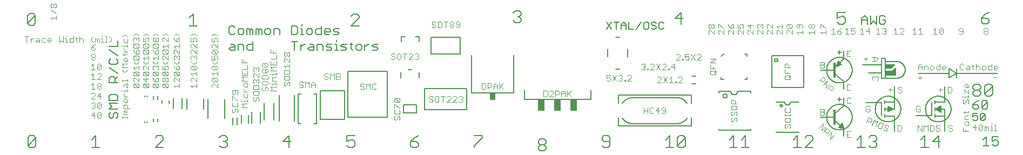
<source format=gto>
G75*
%MOIN*%
%OFA0B0*%
%FSLAX25Y25*%
%IPPOS*%
%LPD*%
%AMOC8*
5,1,8,0,0,1.08239X$1,22.5*
%
%ADD10C,0.00600*%
%ADD11C,0.00400*%
%ADD12C,0.00500*%
%ADD13C,0.00800*%
%ADD14C,0.00591*%
%ADD15R,0.03400X0.04302*%
%ADD16R,0.04134X0.07382*%
%ADD17C,0.00787*%
%ADD18C,0.00000*%
%ADD19C,0.00001*%
%ADD20C,0.00394*%
%ADD21C,0.00472*%
%ADD22R,0.01181X0.09449*%
%ADD23C,0.00669*%
%ADD24C,0.00630*%
D10*
X0010387Y0013174D02*
X0009174Y0014387D01*
X0014027Y0019241D01*
X0014027Y0014387D01*
X0012814Y0013174D01*
X0010387Y0013174D01*
X0009174Y0014387D02*
X0009174Y0019241D01*
X0010387Y0020454D01*
X0012814Y0020454D01*
X0014027Y0019241D01*
X0048544Y0018027D02*
X0050971Y0020454D01*
X0050971Y0013174D01*
X0048544Y0013174D02*
X0053398Y0013174D01*
X0087914Y0013174D02*
X0092768Y0018027D01*
X0092768Y0019241D01*
X0091554Y0020454D01*
X0089128Y0020454D01*
X0087914Y0019241D01*
X0087914Y0013174D02*
X0092768Y0013174D01*
X0127284Y0014387D02*
X0128498Y0013174D01*
X0130924Y0013174D01*
X0132138Y0014387D01*
X0132138Y0015601D01*
X0130924Y0016814D01*
X0129711Y0016814D01*
X0130924Y0016814D02*
X0132138Y0018027D01*
X0132138Y0019241D01*
X0130924Y0020454D01*
X0128498Y0020454D01*
X0127284Y0019241D01*
X0166654Y0016814D02*
X0171508Y0016814D01*
X0170294Y0020454D02*
X0166654Y0016814D01*
X0170294Y0013174D02*
X0170294Y0020454D01*
X0206024Y0020454D02*
X0206024Y0016814D01*
X0208451Y0018027D01*
X0209665Y0018027D01*
X0210878Y0016814D01*
X0210878Y0014387D01*
X0209665Y0013174D01*
X0207238Y0013174D01*
X0206024Y0014387D01*
X0206024Y0020454D02*
X0210878Y0020454D01*
X0245394Y0016814D02*
X0245394Y0014387D01*
X0246608Y0013174D01*
X0249035Y0013174D01*
X0250248Y0014387D01*
X0250248Y0015601D01*
X0249035Y0016814D01*
X0245394Y0016814D01*
X0247821Y0019241D01*
X0250248Y0020454D01*
X0284765Y0020454D02*
X0289618Y0020454D01*
X0289618Y0019241D01*
X0284765Y0014387D01*
X0284765Y0013174D01*
X0324135Y0013601D02*
X0324135Y0012387D01*
X0325348Y0011174D01*
X0327775Y0011174D01*
X0328988Y0012387D01*
X0328988Y0013601D01*
X0327775Y0014814D01*
X0325348Y0014814D01*
X0324135Y0016027D01*
X0324135Y0017241D01*
X0325348Y0018454D01*
X0327775Y0018454D01*
X0328988Y0017241D01*
X0328988Y0016027D01*
X0327775Y0014814D01*
X0325348Y0014814D02*
X0324135Y0013601D01*
X0363505Y0014387D02*
X0364718Y0013174D01*
X0367145Y0013174D01*
X0368358Y0014387D01*
X0368358Y0019241D01*
X0367145Y0020454D01*
X0364718Y0020454D01*
X0363505Y0019241D01*
X0363505Y0018027D01*
X0364718Y0016814D01*
X0368358Y0016814D01*
X0402875Y0018027D02*
X0405302Y0020454D01*
X0405302Y0013174D01*
X0407728Y0013174D02*
X0402875Y0013174D01*
X0410125Y0014387D02*
X0414979Y0019241D01*
X0414979Y0014387D01*
X0413765Y0013174D01*
X0411338Y0013174D01*
X0410125Y0014387D01*
X0410125Y0019241D01*
X0411338Y0020454D01*
X0413765Y0020454D01*
X0414979Y0019241D01*
X0442245Y0018027D02*
X0444672Y0020454D01*
X0444672Y0013174D01*
X0447098Y0013174D02*
X0442245Y0013174D01*
X0449495Y0013174D02*
X0454349Y0013174D01*
X0451922Y0013174D02*
X0451922Y0020454D01*
X0449495Y0018027D01*
X0470902Y0022701D02*
X0485098Y0022701D01*
X0484042Y0020454D02*
X0484042Y0013174D01*
X0486468Y0013174D02*
X0481615Y0013174D01*
X0488865Y0013174D02*
X0493719Y0018027D01*
X0493719Y0019241D01*
X0492505Y0020454D01*
X0490079Y0020454D01*
X0488865Y0019241D01*
X0484042Y0020454D02*
X0481615Y0018027D01*
X0488865Y0013174D02*
X0493719Y0013174D01*
X0520985Y0013174D02*
X0525839Y0013174D01*
X0523412Y0013174D02*
X0523412Y0020454D01*
X0520985Y0018027D01*
X0528235Y0019241D02*
X0529449Y0020454D01*
X0531875Y0020454D01*
X0533089Y0019241D01*
X0533089Y0018027D01*
X0531875Y0016814D01*
X0533089Y0015601D01*
X0533089Y0014387D01*
X0531875Y0013174D01*
X0529449Y0013174D01*
X0528235Y0014387D01*
X0530662Y0016814D02*
X0531875Y0016814D01*
X0560355Y0018027D02*
X0562782Y0020454D01*
X0562782Y0013174D01*
X0560355Y0013174D02*
X0565209Y0013174D01*
X0571246Y0013174D02*
X0571246Y0020454D01*
X0567605Y0016814D01*
X0572459Y0016814D01*
X0593201Y0036900D02*
X0595002Y0036900D01*
X0595903Y0037801D01*
X0595903Y0038702D01*
X0595002Y0039602D01*
X0592300Y0039602D01*
X0592300Y0037801D01*
X0593201Y0036900D01*
X0597825Y0037801D02*
X0601428Y0041404D01*
X0601428Y0037801D01*
X0600527Y0036900D01*
X0598725Y0036900D01*
X0597825Y0037801D01*
X0597825Y0041404D01*
X0598725Y0042305D01*
X0600527Y0042305D01*
X0601428Y0041404D01*
X0595903Y0042305D02*
X0594102Y0041404D01*
X0592300Y0039602D01*
X0485098Y0041299D02*
X0479563Y0041299D01*
X0476437Y0041299D02*
X0470902Y0041299D01*
X0231124Y0032082D02*
X0206676Y0032082D01*
X0206676Y0060118D01*
X0231124Y0060118D01*
X0231124Y0032082D01*
X0204500Y0030600D02*
X0204500Y0048400D01*
X0204500Y0048402D02*
X0189500Y0048402D01*
X0189500Y0048400D02*
X0189500Y0030600D01*
X0189500Y0030598D02*
X0204500Y0030598D01*
X0187309Y0028045D02*
X0185537Y0028045D01*
X0187309Y0028045D02*
X0187309Y0046155D01*
X0185537Y0046155D01*
X0177663Y0046155D02*
X0175891Y0046155D01*
X0175891Y0028045D01*
X0177663Y0028045D01*
X0173724Y0029726D02*
X0173724Y0045474D01*
X0164276Y0045474D02*
X0164276Y0029726D01*
X0161100Y0030300D02*
X0161100Y0040700D01*
X0154900Y0040700D02*
X0154900Y0030300D01*
X0064700Y0032201D02*
X0063799Y0031300D01*
X0064700Y0032201D02*
X0064700Y0034002D01*
X0063799Y0034903D01*
X0062898Y0034903D01*
X0061998Y0034002D01*
X0061998Y0032201D01*
X0061097Y0031300D01*
X0060196Y0031300D01*
X0059295Y0032201D01*
X0059295Y0034002D01*
X0060196Y0034903D01*
X0059295Y0036825D02*
X0061097Y0038626D01*
X0059295Y0040428D01*
X0064700Y0040428D01*
X0064700Y0042349D02*
X0059295Y0042349D01*
X0059295Y0045052D01*
X0060196Y0045953D01*
X0063799Y0045953D01*
X0064700Y0045052D01*
X0064700Y0042349D01*
X0064700Y0036825D02*
X0059295Y0036825D01*
X0059295Y0053399D02*
X0059295Y0056101D01*
X0060196Y0057002D01*
X0061998Y0057002D01*
X0062898Y0056101D01*
X0062898Y0053399D01*
X0064700Y0053399D02*
X0059295Y0053399D01*
X0062898Y0055200D02*
X0064700Y0057002D01*
X0064700Y0058924D02*
X0059295Y0062527D01*
X0060196Y0064448D02*
X0063799Y0064448D01*
X0064700Y0065349D01*
X0064700Y0067151D01*
X0063799Y0068051D01*
X0060196Y0068051D02*
X0059295Y0067151D01*
X0059295Y0065349D01*
X0060196Y0064448D01*
X0064700Y0069973D02*
X0059295Y0073576D01*
X0059295Y0075498D02*
X0064700Y0075498D01*
X0064700Y0079101D01*
X0108800Y0088300D02*
X0113653Y0088300D01*
X0111227Y0088300D02*
X0111227Y0095580D01*
X0108800Y0093153D01*
X0133300Y0087404D02*
X0134201Y0088305D01*
X0136002Y0088305D01*
X0136903Y0087404D01*
X0138825Y0085602D02*
X0139725Y0086503D01*
X0141527Y0086503D01*
X0142428Y0085602D01*
X0142428Y0083801D01*
X0141527Y0082900D01*
X0139725Y0082900D01*
X0138825Y0083801D01*
X0138825Y0085602D01*
X0136903Y0083801D02*
X0136002Y0082900D01*
X0134201Y0082900D01*
X0133300Y0083801D01*
X0133300Y0087404D01*
X0144349Y0086503D02*
X0145250Y0086503D01*
X0146151Y0085602D01*
X0147052Y0086503D01*
X0147953Y0085602D01*
X0147953Y0082900D01*
X0146151Y0082900D02*
X0146151Y0085602D01*
X0144349Y0086503D02*
X0144349Y0082900D01*
X0149874Y0082900D02*
X0149874Y0086503D01*
X0150775Y0086503D01*
X0151676Y0085602D01*
X0152576Y0086503D01*
X0153477Y0085602D01*
X0153477Y0082900D01*
X0151676Y0082900D02*
X0151676Y0085602D01*
X0155399Y0085602D02*
X0155399Y0083801D01*
X0156300Y0082900D01*
X0158101Y0082900D01*
X0159002Y0083801D01*
X0159002Y0085602D01*
X0158101Y0086503D01*
X0156300Y0086503D01*
X0155399Y0085602D01*
X0160924Y0086503D02*
X0163626Y0086503D01*
X0164527Y0085602D01*
X0164527Y0082900D01*
X0160924Y0082900D02*
X0160924Y0086503D01*
X0171973Y0088305D02*
X0174675Y0088305D01*
X0175576Y0087404D01*
X0175576Y0083801D01*
X0174675Y0082900D01*
X0171973Y0082900D01*
X0171973Y0088305D01*
X0178398Y0088305D02*
X0178398Y0089205D01*
X0190309Y0088305D02*
X0190309Y0082900D01*
X0187606Y0082900D01*
X0186706Y0083801D01*
X0186706Y0085602D01*
X0187606Y0086503D01*
X0190309Y0086503D01*
X0192230Y0085602D02*
X0193131Y0086503D01*
X0194933Y0086503D01*
X0195833Y0085602D01*
X0195833Y0084702D01*
X0192230Y0084702D01*
X0192230Y0085602D02*
X0192230Y0083801D01*
X0193131Y0082900D01*
X0194933Y0082900D01*
X0197755Y0082900D02*
X0200457Y0082900D01*
X0201358Y0083801D01*
X0200457Y0084702D01*
X0198656Y0084702D01*
X0197755Y0085602D01*
X0198656Y0086503D01*
X0201358Y0086503D01*
X0208800Y0088300D02*
X0213653Y0093153D01*
X0213653Y0094367D01*
X0212440Y0095580D01*
X0210013Y0095580D01*
X0208800Y0094367D01*
X0208800Y0088300D02*
X0213653Y0088300D01*
X0184784Y0085602D02*
X0184784Y0083801D01*
X0183883Y0082900D01*
X0182082Y0082900D01*
X0181181Y0083801D01*
X0181181Y0085602D01*
X0182082Y0086503D01*
X0183883Y0086503D01*
X0184784Y0085602D01*
X0178398Y0086503D02*
X0178398Y0082900D01*
X0177498Y0082900D02*
X0179299Y0082900D01*
X0178398Y0086503D02*
X0177498Y0086503D01*
X0199577Y0079605D02*
X0199577Y0078705D01*
X0199577Y0076903D02*
X0199577Y0073300D01*
X0200477Y0073300D02*
X0198676Y0073300D01*
X0196754Y0074201D02*
X0195853Y0075102D01*
X0194052Y0075102D01*
X0193151Y0076002D01*
X0194052Y0076903D01*
X0196754Y0076903D01*
X0198676Y0076903D02*
X0199577Y0076903D01*
X0202359Y0076002D02*
X0203260Y0075102D01*
X0205061Y0075102D01*
X0205962Y0074201D01*
X0205061Y0073300D01*
X0202359Y0073300D01*
X0196754Y0074201D02*
X0195853Y0073300D01*
X0193151Y0073300D01*
X0191229Y0073300D02*
X0191229Y0076002D01*
X0190329Y0076903D01*
X0187626Y0076903D01*
X0187626Y0073300D01*
X0185705Y0073300D02*
X0183002Y0073300D01*
X0182102Y0074201D01*
X0183002Y0075102D01*
X0185705Y0075102D01*
X0185705Y0076002D02*
X0185705Y0073300D01*
X0179299Y0076903D02*
X0177498Y0075102D01*
X0177498Y0076903D02*
X0177498Y0073300D01*
X0173775Y0073300D02*
X0173775Y0078705D01*
X0175576Y0078705D02*
X0171973Y0078705D01*
X0179299Y0076903D02*
X0180200Y0076903D01*
X0183002Y0076903D02*
X0184804Y0076903D01*
X0185705Y0076002D01*
X0202359Y0076002D02*
X0203260Y0076903D01*
X0205962Y0076903D01*
X0207884Y0076903D02*
X0209685Y0076903D01*
X0208784Y0077804D02*
X0208784Y0074201D01*
X0209685Y0073300D01*
X0211567Y0074201D02*
X0212468Y0073300D01*
X0214269Y0073300D01*
X0215170Y0074201D01*
X0215170Y0076002D01*
X0214269Y0076903D01*
X0212468Y0076903D01*
X0211567Y0076002D01*
X0211567Y0074201D01*
X0217092Y0075102D02*
X0218893Y0076903D01*
X0219794Y0076903D01*
X0221695Y0076002D02*
X0222596Y0075102D01*
X0224398Y0075102D01*
X0225299Y0074201D01*
X0224398Y0073300D01*
X0221695Y0073300D01*
X0217092Y0073300D02*
X0217092Y0076903D01*
X0221695Y0076002D02*
X0222596Y0076903D01*
X0225299Y0076903D01*
X0147953Y0076903D02*
X0145250Y0076903D01*
X0144349Y0076002D01*
X0144349Y0074201D01*
X0145250Y0073300D01*
X0147953Y0073300D01*
X0147953Y0078705D01*
X0142428Y0076002D02*
X0142428Y0073300D01*
X0138825Y0073300D02*
X0138825Y0076903D01*
X0141527Y0076903D01*
X0142428Y0076002D01*
X0136903Y0076002D02*
X0136903Y0073300D01*
X0134201Y0073300D01*
X0133300Y0074201D01*
X0134201Y0075102D01*
X0136903Y0075102D01*
X0136903Y0076002D02*
X0136002Y0076903D01*
X0134201Y0076903D01*
X0013777Y0089887D02*
X0012564Y0088674D01*
X0010137Y0088674D01*
X0008924Y0089887D01*
X0013777Y0094741D01*
X0013777Y0089887D01*
X0008924Y0089887D02*
X0008924Y0094741D01*
X0010137Y0095954D01*
X0012564Y0095954D01*
X0013777Y0094741D01*
X0308800Y0096367D02*
X0310013Y0097580D01*
X0312440Y0097580D01*
X0313653Y0096367D01*
X0313653Y0095153D01*
X0312440Y0093940D01*
X0313653Y0092727D01*
X0313653Y0091513D01*
X0312440Y0090300D01*
X0310013Y0090300D01*
X0308800Y0091513D01*
X0311227Y0093940D02*
X0312440Y0093940D01*
X0408800Y0092940D02*
X0413653Y0092940D01*
X0412440Y0096580D02*
X0408800Y0092940D01*
X0412440Y0089300D02*
X0412440Y0096580D01*
X0508800Y0096580D02*
X0508800Y0092940D01*
X0511227Y0094153D01*
X0512440Y0094153D01*
X0513653Y0092940D01*
X0513653Y0090513D01*
X0512440Y0089300D01*
X0510013Y0089300D01*
X0508800Y0090513D01*
X0523700Y0089300D02*
X0523700Y0092903D01*
X0525502Y0094705D01*
X0527303Y0092903D01*
X0527303Y0089300D01*
X0529225Y0089300D02*
X0531026Y0091102D01*
X0532828Y0089300D01*
X0532828Y0094705D01*
X0534749Y0093804D02*
X0534749Y0090201D01*
X0535650Y0089300D01*
X0537452Y0089300D01*
X0538353Y0090201D01*
X0538353Y0092002D01*
X0536551Y0092002D01*
X0527303Y0092002D02*
X0523700Y0092002D01*
X0529225Y0094705D02*
X0529225Y0089300D01*
X0534749Y0093804D02*
X0535650Y0094705D01*
X0537452Y0094705D01*
X0538353Y0093804D01*
X0513653Y0096580D02*
X0508800Y0096580D01*
X0597550Y0093066D02*
X0597550Y0090639D01*
X0598763Y0089426D01*
X0601190Y0089426D01*
X0602403Y0090639D01*
X0602403Y0091853D01*
X0601190Y0093066D01*
X0597550Y0093066D01*
X0599976Y0095493D01*
X0602403Y0096706D01*
D11*
X0600902Y0086803D02*
X0599701Y0086803D01*
X0599100Y0086203D01*
X0599100Y0085602D01*
X0599701Y0085002D01*
X0600902Y0085002D01*
X0601502Y0084401D01*
X0601502Y0083801D01*
X0600902Y0083200D01*
X0599701Y0083200D01*
X0599100Y0083801D01*
X0599100Y0084401D01*
X0599701Y0085002D01*
X0600902Y0085002D02*
X0601502Y0085602D01*
X0601502Y0086203D01*
X0600902Y0086803D01*
X0586202Y0086203D02*
X0586202Y0083801D01*
X0585602Y0083200D01*
X0584401Y0083200D01*
X0583800Y0083801D01*
X0584401Y0085002D02*
X0586202Y0085002D01*
X0586202Y0086203D02*
X0585602Y0086803D01*
X0584401Y0086803D01*
X0583800Y0086203D01*
X0583800Y0085602D01*
X0584401Y0085002D01*
X0573985Y0086203D02*
X0571583Y0083801D01*
X0572184Y0083200D01*
X0573385Y0083200D01*
X0573985Y0083801D01*
X0573985Y0086203D01*
X0573385Y0086803D01*
X0572184Y0086803D01*
X0571583Y0086203D01*
X0571583Y0083801D01*
X0570302Y0083200D02*
X0567900Y0083200D01*
X0569101Y0083200D02*
X0569101Y0086803D01*
X0567900Y0085602D01*
X0560084Y0086803D02*
X0560084Y0083200D01*
X0558883Y0083200D02*
X0561285Y0083200D01*
X0557602Y0083200D02*
X0555200Y0083200D01*
X0556401Y0083200D02*
X0556401Y0086803D01*
X0555200Y0085602D01*
X0558883Y0085602D02*
X0560084Y0086803D01*
X0549585Y0086203D02*
X0549585Y0085602D01*
X0547183Y0083200D01*
X0549585Y0083200D01*
X0545902Y0083200D02*
X0543500Y0083200D01*
X0544701Y0083200D02*
X0544701Y0086803D01*
X0543500Y0085602D01*
X0547183Y0086203D02*
X0547784Y0086803D01*
X0548985Y0086803D01*
X0549585Y0086203D01*
X0538785Y0086203D02*
X0538785Y0085602D01*
X0538185Y0085002D01*
X0538785Y0084401D01*
X0538785Y0083801D01*
X0538185Y0083200D01*
X0536984Y0083200D01*
X0536383Y0083801D01*
X0535102Y0083200D02*
X0532700Y0083200D01*
X0533901Y0083200D02*
X0533901Y0086803D01*
X0532700Y0085602D01*
X0536383Y0086203D02*
X0536984Y0086803D01*
X0538185Y0086803D01*
X0538785Y0086203D01*
X0538185Y0085002D02*
X0537584Y0085002D01*
X0528785Y0085002D02*
X0526383Y0085002D01*
X0528185Y0086803D01*
X0528185Y0083200D01*
X0525102Y0083200D02*
X0522700Y0083200D01*
X0523901Y0083200D02*
X0523901Y0086803D01*
X0522700Y0085602D01*
X0519585Y0085002D02*
X0519585Y0083801D01*
X0518985Y0083200D01*
X0517784Y0083200D01*
X0517183Y0083801D01*
X0517183Y0085002D02*
X0518384Y0085602D01*
X0518985Y0085602D01*
X0519585Y0085002D01*
X0519585Y0086803D02*
X0517183Y0086803D01*
X0517183Y0085002D01*
X0514701Y0086803D02*
X0514701Y0083200D01*
X0513500Y0083200D02*
X0515902Y0083200D01*
X0511085Y0083801D02*
X0511085Y0084401D01*
X0510485Y0085002D01*
X0508683Y0085002D01*
X0508683Y0083801D01*
X0509284Y0083200D01*
X0510485Y0083200D01*
X0511085Y0083801D01*
X0509884Y0086203D02*
X0508683Y0085002D01*
X0509884Y0086203D02*
X0511085Y0086803D01*
X0513500Y0085602D02*
X0514701Y0086803D01*
X0506201Y0086803D02*
X0505000Y0085602D01*
X0506201Y0086803D02*
X0506201Y0083200D01*
X0505000Y0083200D02*
X0507402Y0083200D01*
X0501800Y0083200D02*
X0501800Y0085602D01*
X0501800Y0084401D02*
X0498197Y0084401D01*
X0499398Y0083200D01*
X0494500Y0083200D02*
X0494500Y0085602D01*
X0494500Y0084401D02*
X0490897Y0084401D01*
X0492098Y0083200D01*
X0487200Y0083200D02*
X0487200Y0085602D01*
X0487200Y0084401D02*
X0483597Y0084401D01*
X0484798Y0083200D01*
X0481000Y0083200D02*
X0478598Y0085602D01*
X0477997Y0085602D01*
X0477397Y0085002D01*
X0477397Y0083801D01*
X0477997Y0083200D01*
X0481000Y0083200D02*
X0481000Y0085602D01*
X0480399Y0086883D02*
X0477997Y0089285D01*
X0480399Y0089285D01*
X0481000Y0088685D01*
X0481000Y0087484D01*
X0480399Y0086883D01*
X0477997Y0086883D01*
X0477397Y0087484D01*
X0477397Y0088685D01*
X0477997Y0089285D01*
X0474800Y0089285D02*
X0474800Y0086883D01*
X0474800Y0085602D02*
X0474800Y0083200D01*
X0472398Y0085602D01*
X0471797Y0085602D01*
X0471197Y0085002D01*
X0471197Y0083801D01*
X0471797Y0083200D01*
X0468800Y0083200D02*
X0466398Y0085602D01*
X0465797Y0085602D01*
X0465197Y0085002D01*
X0465197Y0083801D01*
X0465797Y0083200D01*
X0462800Y0083200D02*
X0460398Y0085602D01*
X0459797Y0085602D01*
X0459197Y0085002D01*
X0459197Y0083801D01*
X0459797Y0083200D01*
X0456800Y0083200D02*
X0454398Y0085602D01*
X0453797Y0085602D01*
X0453197Y0085002D01*
X0453197Y0083801D01*
X0453797Y0083200D01*
X0450800Y0083200D02*
X0448398Y0085602D01*
X0447797Y0085602D01*
X0447197Y0085002D01*
X0447197Y0083801D01*
X0447797Y0083200D01*
X0444800Y0083200D02*
X0442398Y0085602D01*
X0441797Y0085602D01*
X0441197Y0085002D01*
X0441197Y0083801D01*
X0441797Y0083200D01*
X0438800Y0083200D02*
X0436398Y0085602D01*
X0435797Y0085602D01*
X0435197Y0085002D01*
X0435197Y0083801D01*
X0435797Y0083200D01*
X0432800Y0083200D02*
X0430398Y0085602D01*
X0429797Y0085602D01*
X0429197Y0085002D01*
X0429197Y0083801D01*
X0429797Y0083200D01*
X0432800Y0083200D02*
X0432800Y0085602D01*
X0432199Y0086883D02*
X0431599Y0086883D01*
X0430998Y0087484D01*
X0430998Y0088685D01*
X0431599Y0089285D01*
X0432199Y0089285D01*
X0432800Y0088685D01*
X0432800Y0087484D01*
X0432199Y0086883D01*
X0430998Y0087484D02*
X0430398Y0086883D01*
X0429797Y0086883D01*
X0429197Y0087484D01*
X0429197Y0088685D01*
X0429797Y0089285D01*
X0430398Y0089285D01*
X0430998Y0088685D01*
X0435197Y0089285D02*
X0435797Y0089285D01*
X0438199Y0086883D01*
X0438800Y0086883D01*
X0438800Y0085602D02*
X0438800Y0083200D01*
X0444800Y0083200D02*
X0444800Y0085602D01*
X0444199Y0086883D02*
X0444800Y0087484D01*
X0444800Y0088685D01*
X0444199Y0089285D01*
X0443599Y0089285D01*
X0442998Y0088685D01*
X0442998Y0086883D01*
X0444199Y0086883D01*
X0442998Y0086883D02*
X0441797Y0088084D01*
X0441197Y0089285D01*
X0447197Y0089285D02*
X0447197Y0086883D01*
X0448998Y0086883D01*
X0448398Y0088084D01*
X0448398Y0088685D01*
X0448998Y0089285D01*
X0450199Y0089285D01*
X0450800Y0088685D01*
X0450800Y0087484D01*
X0450199Y0086883D01*
X0450800Y0085602D02*
X0450800Y0083200D01*
X0456800Y0083200D02*
X0456800Y0085602D01*
X0454998Y0086883D02*
X0454998Y0089285D01*
X0453197Y0088685D02*
X0454998Y0086883D01*
X0459197Y0087484D02*
X0459197Y0088685D01*
X0459797Y0089285D01*
X0460398Y0089285D01*
X0460998Y0088685D01*
X0461599Y0089285D01*
X0462199Y0089285D01*
X0462800Y0088685D01*
X0462800Y0087484D01*
X0462199Y0086883D01*
X0462800Y0085602D02*
X0462800Y0083200D01*
X0468800Y0083200D02*
X0468800Y0085602D01*
X0468800Y0086883D02*
X0466398Y0089285D01*
X0465797Y0089285D01*
X0465197Y0088685D01*
X0465197Y0087484D01*
X0465797Y0086883D01*
X0468800Y0086883D02*
X0468800Y0089285D01*
X0471197Y0088084D02*
X0474800Y0088084D01*
X0472398Y0086883D02*
X0471197Y0088084D01*
X0460998Y0088084D02*
X0460998Y0088685D01*
X0459197Y0087484D02*
X0459797Y0086883D01*
X0456800Y0088685D02*
X0453197Y0088685D01*
X0435197Y0089285D02*
X0435197Y0086883D01*
X0483597Y0087484D02*
X0484197Y0086883D01*
X0484798Y0086883D01*
X0485398Y0087484D01*
X0485398Y0089285D01*
X0484197Y0089285D02*
X0483597Y0088685D01*
X0483597Y0087484D01*
X0486599Y0086883D02*
X0487200Y0087484D01*
X0487200Y0088685D01*
X0486599Y0089285D01*
X0484197Y0089285D01*
X0490897Y0088685D02*
X0491497Y0089285D01*
X0492098Y0089285D01*
X0492698Y0088685D01*
X0492698Y0087484D01*
X0492098Y0086883D01*
X0491497Y0086883D01*
X0490897Y0087484D01*
X0490897Y0088685D01*
X0492698Y0088685D02*
X0493299Y0089285D01*
X0493899Y0089285D01*
X0494500Y0088685D01*
X0494500Y0087484D01*
X0493899Y0086883D01*
X0493299Y0086883D01*
X0492698Y0087484D01*
X0498197Y0086883D02*
X0498197Y0089285D01*
X0498797Y0089285D01*
X0501199Y0086883D01*
X0501800Y0086883D01*
X0514531Y0073071D02*
X0514531Y0069468D01*
X0516933Y0069468D01*
X0515732Y0071269D02*
X0514531Y0071269D01*
X0514531Y0073071D02*
X0516933Y0073071D01*
X0500791Y0065384D02*
X0500791Y0064783D01*
X0500191Y0064183D01*
X0498389Y0064183D01*
X0498389Y0065984D02*
X0500191Y0065984D01*
X0500791Y0065384D01*
X0500191Y0064183D02*
X0500791Y0063582D01*
X0500791Y0062982D01*
X0500191Y0062381D01*
X0498389Y0062381D01*
X0498389Y0065984D01*
X0479800Y0062566D02*
X0476197Y0062566D01*
X0476197Y0064368D01*
X0476797Y0064968D01*
X0477998Y0064968D01*
X0478599Y0064368D01*
X0478599Y0062566D01*
X0476197Y0061285D02*
X0476197Y0058883D01*
X0479800Y0058883D01*
X0479800Y0057602D02*
X0478599Y0056401D01*
X0479800Y0057002D02*
X0479800Y0055801D01*
X0479199Y0055200D01*
X0476797Y0055200D01*
X0476197Y0055801D01*
X0476197Y0057002D01*
X0476797Y0057602D01*
X0479199Y0057602D01*
X0479800Y0057002D01*
X0477998Y0058883D02*
X0477998Y0060084D01*
X0497291Y0054307D02*
X0499838Y0056855D01*
X0501112Y0055581D01*
X0501112Y0054732D01*
X0500263Y0053882D01*
X0499414Y0053882D01*
X0498140Y0055156D01*
X0499895Y0051703D02*
X0502443Y0054250D01*
X0501594Y0050004D01*
X0504141Y0052552D01*
X0505047Y0051646D02*
X0506321Y0050372D01*
X0506321Y0049523D01*
X0505472Y0048674D01*
X0504623Y0048674D01*
X0503349Y0049948D01*
X0502499Y0049098D02*
X0505047Y0051646D01*
X0514531Y0051604D02*
X0514531Y0049202D01*
X0515131Y0048602D01*
X0516332Y0048602D01*
X0516933Y0049202D01*
X0516933Y0051604D02*
X0516332Y0052205D01*
X0515131Y0052205D01*
X0514531Y0051604D01*
X0540200Y0048844D02*
X0542602Y0048844D01*
X0541401Y0050045D02*
X0541401Y0047643D01*
X0546106Y0047643D02*
X0546706Y0047043D01*
X0547907Y0047043D01*
X0548508Y0047643D01*
X0548508Y0048244D01*
X0547907Y0048844D01*
X0546706Y0048844D01*
X0546106Y0049445D01*
X0546106Y0050045D01*
X0546706Y0050646D01*
X0547907Y0050646D01*
X0548508Y0050045D01*
X0571200Y0048844D02*
X0573602Y0048844D01*
X0572401Y0050045D02*
X0572401Y0047643D01*
X0587398Y0046527D02*
X0587398Y0048929D01*
X0589800Y0046527D01*
X0589800Y0048929D01*
X0589199Y0050210D02*
X0587998Y0050210D01*
X0587398Y0050810D01*
X0587398Y0052011D01*
X0587998Y0052612D01*
X0588599Y0052612D01*
X0588599Y0050210D01*
X0589199Y0050210D02*
X0589800Y0050810D01*
X0589800Y0052011D01*
X0605003Y0056702D02*
X0607405Y0056702D01*
X0607001Y0061200D02*
X0605800Y0061200D01*
X0605200Y0061801D01*
X0605200Y0063002D01*
X0605800Y0063602D01*
X0607001Y0063602D01*
X0607602Y0063002D01*
X0607602Y0062401D01*
X0605200Y0062401D01*
X0603919Y0061200D02*
X0602117Y0061200D01*
X0601516Y0061801D01*
X0601516Y0063002D01*
X0602117Y0063602D01*
X0603919Y0063602D01*
X0603919Y0064803D02*
X0603919Y0061200D01*
X0600235Y0061801D02*
X0600235Y0063002D01*
X0599635Y0063602D01*
X0598434Y0063602D01*
X0597833Y0063002D01*
X0597833Y0061801D01*
X0598434Y0061200D01*
X0599635Y0061200D01*
X0600235Y0061801D01*
X0596552Y0061200D02*
X0596552Y0063002D01*
X0595952Y0063602D01*
X0594751Y0063602D01*
X0594150Y0063002D01*
X0592896Y0063602D02*
X0591695Y0063602D01*
X0592295Y0064203D02*
X0592295Y0061801D01*
X0592896Y0061200D01*
X0594150Y0061200D02*
X0594150Y0064803D01*
X0590414Y0063002D02*
X0590414Y0061200D01*
X0588612Y0061200D01*
X0588012Y0061801D01*
X0588612Y0062401D01*
X0590414Y0062401D01*
X0590414Y0063002D02*
X0589813Y0063602D01*
X0588612Y0063602D01*
X0586731Y0064203D02*
X0586130Y0064803D01*
X0584929Y0064803D01*
X0584328Y0064203D01*
X0584328Y0061801D01*
X0584929Y0061200D01*
X0586130Y0061200D01*
X0586731Y0061801D01*
X0575681Y0062401D02*
X0573279Y0062401D01*
X0573279Y0061801D02*
X0573279Y0063002D01*
X0573880Y0063602D01*
X0575081Y0063602D01*
X0575681Y0063002D01*
X0575681Y0062401D01*
X0575081Y0061200D02*
X0573880Y0061200D01*
X0573279Y0061801D01*
X0571998Y0061200D02*
X0570196Y0061200D01*
X0569596Y0061801D01*
X0569596Y0063002D01*
X0570196Y0063602D01*
X0571998Y0063602D01*
X0571998Y0064803D02*
X0571998Y0061200D01*
X0568315Y0061801D02*
X0568315Y0063002D01*
X0567714Y0063602D01*
X0566513Y0063602D01*
X0565913Y0063002D01*
X0565913Y0061801D01*
X0566513Y0061200D01*
X0567714Y0061200D01*
X0568315Y0061801D01*
X0564632Y0061200D02*
X0564632Y0063002D01*
X0564031Y0063602D01*
X0562230Y0063602D01*
X0562230Y0061200D01*
X0560948Y0061200D02*
X0560948Y0063602D01*
X0559747Y0064803D01*
X0558546Y0063602D01*
X0558546Y0061200D01*
X0558546Y0063002D02*
X0560948Y0063002D01*
X0559747Y0057510D02*
X0559747Y0055108D01*
X0558546Y0056309D02*
X0560948Y0056309D01*
X0589800Y0045272D02*
X0589800Y0044071D01*
X0589800Y0044672D02*
X0587398Y0044672D01*
X0587398Y0044071D01*
X0586197Y0044672D02*
X0585596Y0044672D01*
X0586797Y0042790D02*
X0586197Y0042190D01*
X0586197Y0040989D01*
X0586797Y0040388D01*
X0587398Y0040388D01*
X0587998Y0040989D01*
X0587998Y0042190D01*
X0588599Y0042790D01*
X0589199Y0042790D01*
X0589800Y0042190D01*
X0589800Y0040989D01*
X0589199Y0040388D01*
X0589800Y0035450D02*
X0589199Y0034850D01*
X0586797Y0034850D01*
X0587398Y0034249D02*
X0587398Y0035450D01*
X0587998Y0032968D02*
X0589800Y0032968D01*
X0587998Y0032968D02*
X0587398Y0032368D01*
X0587398Y0030566D01*
X0589800Y0030566D01*
X0589199Y0029285D02*
X0587998Y0029285D01*
X0587398Y0028685D01*
X0587398Y0027484D01*
X0587998Y0026883D01*
X0589199Y0026883D01*
X0589800Y0027484D01*
X0589800Y0028685D01*
X0589199Y0029285D01*
X0592200Y0025502D02*
X0594002Y0027303D01*
X0594002Y0023700D01*
X0595883Y0024301D02*
X0598285Y0026703D01*
X0598285Y0024301D01*
X0597685Y0023700D01*
X0596484Y0023700D01*
X0595883Y0024301D01*
X0595883Y0026703D01*
X0596484Y0027303D01*
X0597685Y0027303D01*
X0598285Y0026703D01*
X0599566Y0026102D02*
X0600167Y0026102D01*
X0600767Y0025502D01*
X0601368Y0026102D01*
X0601968Y0025502D01*
X0601968Y0023700D01*
X0600767Y0023700D02*
X0600767Y0025502D01*
X0599566Y0026102D02*
X0599566Y0023700D01*
X0603249Y0023700D02*
X0604450Y0023700D01*
X0603850Y0023700D02*
X0603850Y0026102D01*
X0603249Y0026102D01*
X0603850Y0027303D02*
X0603850Y0027904D01*
X0605705Y0027303D02*
X0606305Y0027303D01*
X0606305Y0023700D01*
X0605705Y0023700D02*
X0606906Y0023700D01*
X0594602Y0025502D02*
X0592200Y0025502D01*
X0587998Y0024401D02*
X0587998Y0023200D01*
X0586197Y0023200D02*
X0586197Y0025602D01*
X0579508Y0026423D02*
X0578907Y0027024D01*
X0577706Y0027024D01*
X0577106Y0026423D01*
X0577106Y0025823D01*
X0577706Y0025222D01*
X0578907Y0025222D01*
X0579508Y0024621D01*
X0579508Y0024021D01*
X0578907Y0023420D01*
X0577706Y0023420D01*
X0577106Y0024021D01*
X0571887Y0023958D02*
X0571887Y0024559D01*
X0571287Y0025159D01*
X0570086Y0025159D01*
X0569485Y0025760D01*
X0569485Y0026360D01*
X0570086Y0026961D01*
X0571287Y0026961D01*
X0571887Y0026360D01*
X0568204Y0026360D02*
X0567604Y0026961D01*
X0566403Y0026961D01*
X0565802Y0026360D01*
X0565802Y0023958D01*
X0566403Y0023357D01*
X0567604Y0023357D01*
X0568204Y0023958D01*
X0568204Y0026360D01*
X0564521Y0026961D02*
X0564521Y0023357D01*
X0562119Y0023357D02*
X0562119Y0026961D01*
X0563320Y0025760D01*
X0564521Y0026961D01*
X0560838Y0026961D02*
X0560838Y0023357D01*
X0558436Y0026961D01*
X0558436Y0023357D01*
X0569485Y0023958D02*
X0570086Y0023357D01*
X0571287Y0023357D01*
X0571887Y0023958D01*
X0586197Y0023200D02*
X0589800Y0023200D01*
X0540289Y0026073D02*
X0539964Y0026858D01*
X0538854Y0027317D01*
X0538070Y0026992D01*
X0537840Y0026438D01*
X0538165Y0025653D01*
X0539275Y0025193D01*
X0539600Y0024409D01*
X0539370Y0023854D01*
X0538585Y0023529D01*
X0537476Y0023989D01*
X0537151Y0024773D01*
X0535967Y0025263D02*
X0536886Y0027483D01*
X0536561Y0028267D01*
X0535452Y0028727D01*
X0534667Y0028402D01*
X0533748Y0026183D01*
X0534073Y0025398D01*
X0535182Y0024938D01*
X0535967Y0025263D01*
X0532334Y0026118D02*
X0533713Y0029447D01*
X0532144Y0028797D01*
X0531494Y0030366D01*
X0530115Y0027037D01*
X0526712Y0028447D02*
X0528091Y0031776D01*
X0529756Y0031086D01*
X0530081Y0030302D01*
X0529621Y0029192D01*
X0528836Y0028867D01*
X0527172Y0029556D01*
X0503717Y0023977D02*
X0502443Y0025250D01*
X0499895Y0022703D01*
X0500744Y0023552D02*
X0502018Y0022278D01*
X0502867Y0022278D01*
X0503717Y0023127D01*
X0503717Y0023977D01*
X0505047Y0022646D02*
X0504198Y0018400D01*
X0506746Y0020948D01*
X0505047Y0022646D02*
X0502499Y0020098D01*
X0514531Y0019602D02*
X0516933Y0019602D01*
X0514531Y0019602D02*
X0514531Y0023205D01*
X0516933Y0023205D01*
X0515732Y0021403D02*
X0514531Y0021403D01*
X0501537Y0026156D02*
X0498989Y0023609D01*
X0499838Y0027855D01*
X0497291Y0025307D01*
X0479800Y0025801D02*
X0479199Y0025200D01*
X0479800Y0025801D02*
X0479800Y0027002D01*
X0479199Y0027602D01*
X0478599Y0027602D01*
X0477998Y0027002D01*
X0477998Y0025801D01*
X0477398Y0025200D01*
X0476797Y0025200D01*
X0476197Y0025801D01*
X0476197Y0027002D01*
X0476797Y0027602D01*
X0476797Y0028883D02*
X0479199Y0028883D01*
X0479800Y0029484D01*
X0479800Y0030685D01*
X0479199Y0031285D01*
X0476797Y0031285D01*
X0476197Y0030685D01*
X0476197Y0029484D01*
X0476797Y0028883D01*
X0476197Y0032566D02*
X0476197Y0033767D01*
X0476197Y0033167D02*
X0479800Y0033167D01*
X0479800Y0033767D02*
X0479800Y0032566D01*
X0479199Y0035022D02*
X0476797Y0035022D01*
X0476197Y0035622D01*
X0476197Y0036823D01*
X0476797Y0037424D01*
X0479199Y0037424D02*
X0479800Y0036823D01*
X0479800Y0035622D01*
X0479199Y0035022D01*
X0498389Y0035183D02*
X0500191Y0035183D01*
X0500791Y0034582D01*
X0500791Y0033982D01*
X0500191Y0033381D01*
X0498389Y0033381D01*
X0498389Y0036984D01*
X0500191Y0036984D01*
X0500791Y0036384D01*
X0500791Y0035783D01*
X0500191Y0035183D01*
X0526420Y0035832D02*
X0527021Y0035231D01*
X0528222Y0035231D01*
X0528823Y0035832D01*
X0528823Y0037033D01*
X0527621Y0037033D01*
X0526420Y0038234D02*
X0526420Y0035832D01*
X0526420Y0038234D02*
X0527021Y0038835D01*
X0528222Y0038835D01*
X0528823Y0038234D01*
X0516933Y0041068D02*
X0516332Y0040468D01*
X0515131Y0040468D01*
X0514531Y0041068D01*
X0514531Y0043470D01*
X0515131Y0044071D01*
X0516332Y0044071D01*
X0516933Y0043470D01*
X0557420Y0038234D02*
X0557420Y0035832D01*
X0558021Y0035231D01*
X0559222Y0035231D01*
X0559823Y0035832D01*
X0559823Y0037033D01*
X0558621Y0037033D01*
X0557420Y0038234D02*
X0558021Y0038835D01*
X0559222Y0038835D01*
X0559823Y0038234D01*
X0446800Y0038368D02*
X0446800Y0037167D01*
X0446199Y0036566D01*
X0443797Y0036566D01*
X0443197Y0037167D01*
X0443197Y0038368D01*
X0443797Y0038968D01*
X0446199Y0038968D01*
X0446800Y0038368D01*
X0446800Y0040249D02*
X0443197Y0040249D01*
X0443197Y0042051D01*
X0443797Y0042651D01*
X0444998Y0042651D01*
X0445599Y0042051D01*
X0445599Y0040249D01*
X0445599Y0035285D02*
X0446199Y0035285D01*
X0446800Y0034685D01*
X0446800Y0033484D01*
X0446199Y0032883D01*
X0446199Y0031602D02*
X0446800Y0031002D01*
X0446800Y0029801D01*
X0446199Y0029200D01*
X0444998Y0029801D02*
X0444398Y0029200D01*
X0443797Y0029200D01*
X0443197Y0029801D01*
X0443197Y0031002D01*
X0443797Y0031602D01*
X0443797Y0032883D02*
X0444398Y0032883D01*
X0444998Y0033484D01*
X0444998Y0034685D01*
X0445599Y0035285D01*
X0443797Y0035285D02*
X0443197Y0034685D01*
X0443197Y0033484D01*
X0443797Y0032883D01*
X0445599Y0031602D02*
X0446199Y0031602D01*
X0445599Y0031602D02*
X0444998Y0031002D01*
X0444998Y0029801D01*
X0402651Y0034801D02*
X0402651Y0037203D01*
X0402051Y0037803D01*
X0400850Y0037803D01*
X0400249Y0037203D01*
X0400249Y0036602D01*
X0400850Y0036002D01*
X0402651Y0036002D01*
X0402651Y0034801D02*
X0402051Y0034200D01*
X0400850Y0034200D01*
X0400249Y0034801D01*
X0398968Y0036002D02*
X0396566Y0036002D01*
X0398368Y0037803D01*
X0398368Y0034200D01*
X0395285Y0034801D02*
X0394685Y0034200D01*
X0393484Y0034200D01*
X0392883Y0034801D01*
X0392883Y0037203D01*
X0393484Y0037803D01*
X0394685Y0037803D01*
X0395285Y0037203D01*
X0391602Y0037803D02*
X0391602Y0034200D01*
X0391602Y0036002D02*
X0389200Y0036002D01*
X0389200Y0037803D02*
X0389200Y0034200D01*
X0344535Y0044700D02*
X0342733Y0046502D01*
X0342133Y0045901D02*
X0344535Y0048303D01*
X0342133Y0048303D02*
X0342133Y0044700D01*
X0340851Y0044700D02*
X0340851Y0047102D01*
X0339650Y0048303D01*
X0338449Y0047102D01*
X0338449Y0044700D01*
X0337168Y0046502D02*
X0336568Y0045901D01*
X0334766Y0045901D01*
X0334766Y0044700D02*
X0334766Y0048303D01*
X0336568Y0048303D01*
X0337168Y0047703D01*
X0337168Y0046502D01*
X0338449Y0046502D02*
X0340851Y0046502D01*
X0333485Y0047102D02*
X0333485Y0047703D01*
X0332885Y0048303D01*
X0331684Y0048303D01*
X0331083Y0047703D01*
X0329802Y0047703D02*
X0329202Y0048303D01*
X0327400Y0048303D01*
X0327400Y0044700D01*
X0329202Y0044700D01*
X0329802Y0045301D01*
X0329802Y0047703D01*
X0331083Y0044700D02*
X0333485Y0047102D01*
X0333485Y0044700D02*
X0331083Y0044700D01*
X0302651Y0049200D02*
X0300850Y0051002D01*
X0300249Y0050401D02*
X0302651Y0052803D01*
X0300249Y0052803D02*
X0300249Y0049200D01*
X0298968Y0049200D02*
X0298968Y0051602D01*
X0297767Y0052803D01*
X0296566Y0051602D01*
X0296566Y0049200D01*
X0295285Y0051002D02*
X0294685Y0050401D01*
X0292883Y0050401D01*
X0292883Y0049200D02*
X0292883Y0052803D01*
X0294685Y0052803D01*
X0295285Y0052203D01*
X0295285Y0051002D01*
X0296566Y0051002D02*
X0298968Y0051002D01*
X0291602Y0049801D02*
X0291602Y0052203D01*
X0291002Y0052803D01*
X0289200Y0052803D01*
X0289200Y0049200D01*
X0291002Y0049200D01*
X0291602Y0049801D01*
X0277518Y0044203D02*
X0277518Y0043602D01*
X0276917Y0043002D01*
X0277518Y0042401D01*
X0277518Y0041801D01*
X0276917Y0041200D01*
X0275716Y0041200D01*
X0275116Y0041801D01*
X0273835Y0041200D02*
X0271433Y0041200D01*
X0273835Y0043602D01*
X0273835Y0044203D01*
X0273234Y0044803D01*
X0272033Y0044803D01*
X0271433Y0044203D01*
X0270151Y0044203D02*
X0269551Y0044803D01*
X0268350Y0044803D01*
X0267749Y0044203D01*
X0266468Y0044803D02*
X0264066Y0044803D01*
X0265267Y0044803D02*
X0265267Y0041200D01*
X0267749Y0041200D02*
X0270151Y0043602D01*
X0270151Y0044203D01*
X0275116Y0044203D02*
X0275716Y0044803D01*
X0276917Y0044803D01*
X0277518Y0044203D01*
X0276917Y0043002D02*
X0276317Y0043002D01*
X0270151Y0041200D02*
X0267749Y0041200D01*
X0262785Y0041801D02*
X0262785Y0044203D01*
X0262185Y0044803D01*
X0260984Y0044803D01*
X0260383Y0044203D01*
X0260383Y0041801D01*
X0260984Y0041200D01*
X0262185Y0041200D01*
X0262785Y0041801D01*
X0259102Y0041801D02*
X0258502Y0041200D01*
X0257301Y0041200D01*
X0256700Y0041801D01*
X0257301Y0043002D02*
X0256700Y0043602D01*
X0256700Y0044203D01*
X0257301Y0044803D01*
X0258502Y0044803D01*
X0259102Y0044203D01*
X0258502Y0043002D02*
X0259102Y0042401D01*
X0259102Y0041801D01*
X0258502Y0043002D02*
X0257301Y0043002D01*
X0238800Y0043051D02*
X0238800Y0041850D01*
X0238199Y0041249D01*
X0235797Y0043651D01*
X0238199Y0043651D01*
X0238800Y0043051D01*
X0235797Y0043651D02*
X0235197Y0043051D01*
X0235197Y0041850D01*
X0235797Y0041249D01*
X0238199Y0041249D01*
X0235797Y0039968D02*
X0238199Y0037566D01*
X0238800Y0037566D01*
X0235197Y0037566D02*
X0235197Y0039968D01*
X0235797Y0039968D01*
X0235797Y0036285D02*
X0235197Y0035685D01*
X0235197Y0034484D01*
X0235797Y0033883D01*
X0238199Y0033883D01*
X0238800Y0034484D01*
X0238800Y0035685D01*
X0238199Y0036285D01*
X0238199Y0032602D02*
X0238800Y0032002D01*
X0238800Y0030801D01*
X0238199Y0030200D01*
X0236998Y0030801D02*
X0236398Y0030200D01*
X0235797Y0030200D01*
X0235197Y0030801D01*
X0235197Y0032002D01*
X0235797Y0032602D01*
X0236998Y0032002D02*
X0237599Y0032602D01*
X0238199Y0032602D01*
X0236998Y0032002D02*
X0236998Y0030801D01*
X0151800Y0042401D02*
X0151199Y0041800D01*
X0151800Y0042401D02*
X0151800Y0043602D01*
X0151199Y0044202D01*
X0150599Y0044202D01*
X0149998Y0043602D01*
X0149998Y0042401D01*
X0149398Y0041800D01*
X0148797Y0041800D01*
X0148197Y0042401D01*
X0148197Y0043602D01*
X0148797Y0044202D01*
X0148797Y0045483D02*
X0151199Y0045483D01*
X0151800Y0046084D01*
X0151800Y0047285D01*
X0151199Y0047885D01*
X0148797Y0047885D01*
X0148197Y0047285D01*
X0148197Y0046084D01*
X0148797Y0045483D01*
X0144800Y0046341D02*
X0144800Y0044539D01*
X0144199Y0043939D01*
X0142998Y0043939D01*
X0142398Y0044539D01*
X0142398Y0046341D01*
X0142398Y0047622D02*
X0144800Y0047622D01*
X0143599Y0047622D02*
X0142398Y0048823D01*
X0142398Y0049423D01*
X0138800Y0047851D02*
X0138199Y0048451D01*
X0135797Y0048451D01*
X0135197Y0047851D01*
X0135197Y0046650D01*
X0135797Y0046049D01*
X0136398Y0046049D01*
X0136998Y0046650D01*
X0136998Y0048451D01*
X0138800Y0047851D02*
X0138800Y0046650D01*
X0138199Y0046049D01*
X0135797Y0044768D02*
X0138199Y0042366D01*
X0138800Y0042366D01*
X0138199Y0041085D02*
X0138800Y0040485D01*
X0138800Y0039284D01*
X0138199Y0038683D01*
X0135797Y0038683D01*
X0135197Y0039284D01*
X0135197Y0040485D01*
X0135797Y0041085D01*
X0135197Y0042366D02*
X0135197Y0044768D01*
X0135797Y0044768D01*
X0140596Y0042084D02*
X0141197Y0042084D01*
X0142398Y0042084D02*
X0144800Y0042084D01*
X0144800Y0042684D02*
X0144800Y0041483D01*
X0144800Y0040202D02*
X0141197Y0040202D01*
X0142398Y0039001D01*
X0141197Y0037800D01*
X0144800Y0037800D01*
X0138800Y0036802D02*
X0138800Y0035601D01*
X0138199Y0035000D01*
X0136998Y0035601D02*
X0136398Y0035000D01*
X0135797Y0035000D01*
X0135197Y0035601D01*
X0135197Y0036802D01*
X0135797Y0037402D01*
X0136998Y0036802D02*
X0137599Y0037402D01*
X0138199Y0037402D01*
X0138800Y0036802D01*
X0136998Y0036802D02*
X0136998Y0035601D01*
X0142398Y0041483D02*
X0142398Y0042084D01*
X0153697Y0048801D02*
X0154297Y0048200D01*
X0154898Y0048200D01*
X0155498Y0048801D01*
X0155498Y0050002D01*
X0156099Y0050602D01*
X0156699Y0050602D01*
X0157300Y0050002D01*
X0157300Y0048801D01*
X0156699Y0048200D01*
X0158897Y0048200D02*
X0160098Y0049401D01*
X0158897Y0050602D01*
X0162500Y0050602D01*
X0162500Y0051883D02*
X0162500Y0053084D01*
X0162500Y0052484D02*
X0160098Y0052484D01*
X0160098Y0051883D01*
X0158897Y0052484D02*
X0158296Y0052484D01*
X0157300Y0052484D02*
X0157300Y0053685D01*
X0156699Y0054285D01*
X0154297Y0054285D01*
X0153697Y0053685D01*
X0153697Y0052484D01*
X0154297Y0051883D01*
X0156699Y0051883D01*
X0157300Y0052484D01*
X0154297Y0050602D02*
X0153697Y0050002D01*
X0153697Y0048801D01*
X0151800Y0049166D02*
X0151800Y0050968D01*
X0151199Y0051568D01*
X0148797Y0051568D01*
X0148197Y0050968D01*
X0148197Y0049166D01*
X0151800Y0049166D01*
X0158897Y0048200D02*
X0162500Y0048200D01*
X0176700Y0050801D02*
X0177301Y0050200D01*
X0178502Y0050200D01*
X0179102Y0050801D01*
X0179102Y0051401D01*
X0178502Y0052002D01*
X0177301Y0052002D01*
X0176700Y0052602D01*
X0176700Y0053203D01*
X0177301Y0053803D01*
X0178502Y0053803D01*
X0179102Y0053203D01*
X0180383Y0053803D02*
X0181584Y0052602D01*
X0182785Y0053803D01*
X0182785Y0050200D01*
X0184066Y0050200D02*
X0184066Y0052602D01*
X0185267Y0053803D01*
X0186468Y0052602D01*
X0186468Y0050200D01*
X0180383Y0050200D02*
X0180383Y0053803D01*
X0184066Y0052002D02*
X0186468Y0052002D01*
X0192100Y0055801D02*
X0192701Y0055200D01*
X0193902Y0055200D01*
X0194502Y0055801D01*
X0194502Y0056401D01*
X0193902Y0057002D01*
X0192701Y0057002D01*
X0192100Y0057602D01*
X0192100Y0058203D01*
X0192701Y0058803D01*
X0193902Y0058803D01*
X0194502Y0058203D01*
X0195783Y0058803D02*
X0196984Y0057602D01*
X0198185Y0058803D01*
X0198185Y0055200D01*
X0199466Y0055200D02*
X0201268Y0055200D01*
X0201868Y0055801D01*
X0201868Y0056401D01*
X0201268Y0057002D01*
X0199466Y0057002D01*
X0199466Y0058803D02*
X0199466Y0055200D01*
X0201268Y0057002D02*
X0201868Y0057602D01*
X0201868Y0058203D01*
X0201268Y0058803D01*
X0199466Y0058803D01*
X0195783Y0058803D02*
X0195783Y0055200D01*
X0214151Y0052103D02*
X0214151Y0051502D01*
X0214751Y0050902D01*
X0215952Y0050902D01*
X0216553Y0050301D01*
X0216553Y0049701D01*
X0215952Y0049100D01*
X0214751Y0049100D01*
X0214151Y0049701D01*
X0217834Y0049100D02*
X0217834Y0052703D01*
X0219035Y0051502D01*
X0220236Y0052703D01*
X0220236Y0049100D01*
X0221517Y0049701D02*
X0222117Y0049100D01*
X0223318Y0049100D01*
X0223919Y0049701D01*
X0221517Y0049701D02*
X0221517Y0052103D01*
X0222117Y0052703D01*
X0223318Y0052703D01*
X0223919Y0052103D01*
X0216553Y0052103D02*
X0215952Y0052703D01*
X0214751Y0052703D01*
X0214151Y0052103D01*
X0170800Y0051801D02*
X0170199Y0051200D01*
X0170800Y0051801D02*
X0170800Y0053002D01*
X0170199Y0053602D01*
X0169599Y0053602D01*
X0168998Y0053002D01*
X0168998Y0051801D01*
X0168398Y0051200D01*
X0167797Y0051200D01*
X0167197Y0051801D01*
X0167197Y0053002D01*
X0167797Y0053602D01*
X0167797Y0054883D02*
X0170199Y0054883D01*
X0170800Y0055484D01*
X0170800Y0056685D01*
X0170199Y0057285D01*
X0167797Y0057285D01*
X0167197Y0056685D01*
X0167197Y0055484D01*
X0167797Y0054883D01*
X0162500Y0054339D02*
X0160098Y0054339D01*
X0160098Y0056140D01*
X0160698Y0056741D01*
X0162500Y0056741D01*
X0162500Y0058022D02*
X0162500Y0059223D01*
X0162500Y0058622D02*
X0160098Y0058622D01*
X0160098Y0058022D01*
X0158897Y0058622D02*
X0158296Y0058622D01*
X0157300Y0059850D02*
X0156699Y0059249D01*
X0156099Y0059249D01*
X0155498Y0059850D01*
X0155498Y0061051D01*
X0156099Y0061651D01*
X0156699Y0061651D01*
X0157300Y0061051D01*
X0157300Y0059850D01*
X0158897Y0060477D02*
X0160098Y0061678D01*
X0158897Y0062879D01*
X0162500Y0062879D01*
X0162500Y0064160D02*
X0158897Y0064160D01*
X0158897Y0066562D01*
X0158897Y0067843D02*
X0162500Y0067843D01*
X0162500Y0070245D01*
X0167197Y0070216D02*
X0167197Y0071417D01*
X0167797Y0072018D01*
X0168398Y0072018D01*
X0168998Y0071417D01*
X0168998Y0070216D01*
X0168398Y0069616D01*
X0167797Y0069616D01*
X0167197Y0070216D01*
X0168998Y0070216D02*
X0169599Y0069616D01*
X0170199Y0069616D01*
X0170800Y0070216D01*
X0170800Y0071417D01*
X0170199Y0072018D01*
X0169599Y0072018D01*
X0168998Y0071417D01*
X0162500Y0071527D02*
X0158897Y0071527D01*
X0158897Y0073929D01*
X0160698Y0072728D02*
X0160698Y0071527D01*
X0167197Y0067734D02*
X0167797Y0068335D01*
X0168398Y0068335D01*
X0170800Y0065933D01*
X0170800Y0068335D01*
X0167197Y0067734D02*
X0167197Y0066533D01*
X0167797Y0065933D01*
X0170800Y0064651D02*
X0170800Y0062249D01*
X0170800Y0063450D02*
X0167197Y0063450D01*
X0168398Y0062249D01*
X0167797Y0060968D02*
X0167197Y0060368D01*
X0167197Y0058566D01*
X0170800Y0058566D01*
X0170800Y0060368D01*
X0170199Y0060968D01*
X0167797Y0060968D01*
X0162500Y0060477D02*
X0158897Y0060477D01*
X0155498Y0061051D02*
X0154898Y0061651D01*
X0154297Y0061651D01*
X0153697Y0061051D01*
X0153697Y0059850D01*
X0154297Y0059249D01*
X0154898Y0059249D01*
X0155498Y0059850D01*
X0151800Y0058935D02*
X0151800Y0056533D01*
X0149398Y0058935D01*
X0148797Y0058935D01*
X0148197Y0058334D01*
X0148197Y0057133D01*
X0148797Y0056533D01*
X0148797Y0055251D02*
X0149398Y0055251D01*
X0149998Y0054651D01*
X0150599Y0055251D01*
X0151199Y0055251D01*
X0151800Y0054651D01*
X0151800Y0053450D01*
X0151199Y0052849D01*
X0149998Y0054050D02*
X0149998Y0054651D01*
X0148797Y0055251D02*
X0148197Y0054651D01*
X0148197Y0053450D01*
X0148797Y0052849D01*
X0144800Y0052493D02*
X0144199Y0053093D01*
X0142998Y0053093D01*
X0142398Y0052493D01*
X0142398Y0051291D01*
X0142998Y0050691D01*
X0144199Y0050691D01*
X0144800Y0051291D01*
X0144800Y0052493D01*
X0144800Y0054374D02*
X0141197Y0054374D01*
X0142398Y0055575D01*
X0141197Y0056776D01*
X0144800Y0056776D01*
X0144800Y0058057D02*
X0144800Y0060459D01*
X0142998Y0059258D02*
X0142998Y0058057D01*
X0141197Y0058057D02*
X0144800Y0058057D01*
X0141197Y0058057D02*
X0141197Y0060459D01*
X0148197Y0060816D02*
X0148197Y0062017D01*
X0148797Y0062618D01*
X0149398Y0062618D01*
X0149998Y0062017D01*
X0150599Y0062618D01*
X0151199Y0062618D01*
X0151800Y0062017D01*
X0151800Y0060816D01*
X0151199Y0060216D01*
X0149998Y0061417D02*
X0149998Y0062017D01*
X0148797Y0060216D02*
X0148197Y0060816D01*
X0144800Y0061740D02*
X0144800Y0064142D01*
X0144800Y0065424D02*
X0141197Y0065424D01*
X0141197Y0067826D01*
X0142998Y0066625D02*
X0142998Y0065424D01*
X0153697Y0064734D02*
X0153697Y0063533D01*
X0154297Y0062933D01*
X0156699Y0062933D01*
X0154297Y0065335D01*
X0156699Y0065335D01*
X0157300Y0064734D01*
X0157300Y0063533D01*
X0156699Y0062933D01*
X0154297Y0065335D02*
X0153697Y0064734D01*
X0160698Y0064160D02*
X0160698Y0065361D01*
X0162500Y0064160D02*
X0162500Y0066562D01*
X0144800Y0061740D02*
X0141197Y0061740D01*
X0126400Y0061850D02*
X0125799Y0061249D01*
X0123397Y0063651D01*
X0125799Y0063651D01*
X0126400Y0063051D01*
X0126400Y0061850D01*
X0125799Y0061249D02*
X0123397Y0061249D01*
X0122797Y0061850D01*
X0122797Y0063051D01*
X0123397Y0063651D01*
X0123998Y0064933D02*
X0122797Y0066134D01*
X0122797Y0067388D02*
X0124598Y0067388D01*
X0123998Y0068589D01*
X0123998Y0069190D01*
X0124598Y0069790D01*
X0125799Y0069790D01*
X0126400Y0069190D01*
X0126400Y0067989D01*
X0125799Y0067388D01*
X0126400Y0066134D02*
X0125199Y0064933D01*
X0123998Y0064933D01*
X0122797Y0067388D02*
X0122797Y0069790D01*
X0123397Y0071071D02*
X0122797Y0071672D01*
X0122797Y0072873D01*
X0123397Y0073473D01*
X0125799Y0071071D01*
X0126400Y0071672D01*
X0126400Y0072873D01*
X0125799Y0073473D01*
X0123397Y0073473D01*
X0123397Y0074754D02*
X0122797Y0075355D01*
X0122797Y0076556D01*
X0123397Y0077156D01*
X0123998Y0077156D01*
X0126400Y0074754D01*
X0126400Y0077156D01*
X0125799Y0078437D02*
X0126400Y0079038D01*
X0126400Y0080239D01*
X0125799Y0080839D01*
X0124598Y0080839D01*
X0123998Y0080239D01*
X0123998Y0079638D01*
X0124598Y0078437D01*
X0122797Y0078437D01*
X0122797Y0080839D01*
X0122797Y0082121D02*
X0123998Y0083322D01*
X0125199Y0083322D01*
X0126400Y0082121D01*
X0113400Y0082121D02*
X0112199Y0083322D01*
X0110998Y0083322D01*
X0109797Y0082121D01*
X0109797Y0080839D02*
X0109797Y0078437D01*
X0111598Y0078437D01*
X0110998Y0079638D01*
X0110998Y0080239D01*
X0111598Y0080839D01*
X0112799Y0080839D01*
X0113400Y0080239D01*
X0113400Y0079038D01*
X0112799Y0078437D01*
X0113400Y0077156D02*
X0113400Y0074754D01*
X0110998Y0077156D01*
X0110397Y0077156D01*
X0109797Y0076556D01*
X0109797Y0075355D01*
X0110397Y0074754D01*
X0110397Y0073473D02*
X0109797Y0072873D01*
X0109797Y0071672D01*
X0110397Y0071071D01*
X0110397Y0069790D02*
X0110998Y0069790D01*
X0111598Y0069190D01*
X0112199Y0069790D01*
X0112799Y0069790D01*
X0113400Y0069190D01*
X0113400Y0067989D01*
X0112799Y0067388D01*
X0113400Y0066134D02*
X0112199Y0064933D01*
X0110998Y0064933D01*
X0109797Y0066134D01*
X0110397Y0067388D02*
X0109797Y0067989D01*
X0109797Y0069190D01*
X0110397Y0069790D01*
X0111598Y0069190D02*
X0111598Y0068589D01*
X0113400Y0071071D02*
X0110998Y0073473D01*
X0110397Y0073473D01*
X0113400Y0073473D02*
X0113400Y0071071D01*
X0123397Y0071071D02*
X0125799Y0071071D01*
X0102800Y0071071D02*
X0100398Y0073473D01*
X0099797Y0073473D01*
X0099197Y0072873D01*
X0099197Y0071672D01*
X0099797Y0071071D01*
X0099797Y0069790D02*
X0100398Y0069790D01*
X0100998Y0069190D01*
X0101599Y0069790D01*
X0102199Y0069790D01*
X0102800Y0069190D01*
X0102800Y0067989D01*
X0102199Y0067388D01*
X0102800Y0066134D02*
X0101599Y0064933D01*
X0100398Y0064933D01*
X0099197Y0066134D01*
X0099797Y0067388D02*
X0099197Y0067989D01*
X0099197Y0069190D01*
X0099797Y0069790D01*
X0100998Y0069190D02*
X0100998Y0068589D01*
X0095800Y0067388D02*
X0093398Y0069790D01*
X0092797Y0069790D01*
X0092197Y0069190D01*
X0092197Y0067989D01*
X0092797Y0067388D01*
X0092197Y0066134D02*
X0093398Y0064933D01*
X0094599Y0064933D01*
X0095800Y0066134D01*
X0095800Y0067388D02*
X0095800Y0069790D01*
X0095199Y0071071D02*
X0092797Y0073473D01*
X0095199Y0073473D01*
X0095800Y0072873D01*
X0095800Y0071672D01*
X0095199Y0071071D01*
X0092797Y0071071D01*
X0092197Y0071672D01*
X0092197Y0072873D01*
X0092797Y0073473D01*
X0093398Y0074754D02*
X0092197Y0075955D01*
X0095800Y0075955D01*
X0095800Y0074754D02*
X0095800Y0077156D01*
X0095800Y0078437D02*
X0093398Y0080839D01*
X0092797Y0080839D01*
X0092197Y0080239D01*
X0092197Y0079038D01*
X0092797Y0078437D01*
X0095800Y0078437D02*
X0095800Y0080839D01*
X0095800Y0082121D02*
X0094599Y0083322D01*
X0093398Y0083322D01*
X0092197Y0082121D01*
X0089800Y0082121D02*
X0088599Y0083322D01*
X0087398Y0083322D01*
X0086197Y0082121D01*
X0086797Y0080839D02*
X0087398Y0080839D01*
X0087998Y0080239D01*
X0087998Y0079038D01*
X0087398Y0078437D01*
X0086797Y0078437D01*
X0086197Y0079038D01*
X0086197Y0080239D01*
X0086797Y0080839D01*
X0087998Y0080239D02*
X0088599Y0080839D01*
X0089199Y0080839D01*
X0089800Y0080239D01*
X0089800Y0079038D01*
X0089199Y0078437D01*
X0088599Y0078437D01*
X0087998Y0079038D01*
X0086797Y0077156D02*
X0089199Y0074754D01*
X0089800Y0075355D01*
X0089800Y0076556D01*
X0089199Y0077156D01*
X0086797Y0077156D01*
X0086197Y0076556D01*
X0086197Y0075355D01*
X0086797Y0074754D01*
X0089199Y0074754D01*
X0089199Y0073473D02*
X0088599Y0073473D01*
X0087998Y0072873D01*
X0087998Y0071071D01*
X0089199Y0071071D01*
X0089800Y0071672D01*
X0089800Y0072873D01*
X0089199Y0073473D01*
X0086797Y0072272D02*
X0086197Y0073473D01*
X0086797Y0072272D02*
X0087998Y0071071D01*
X0089800Y0069790D02*
X0089800Y0067388D01*
X0089800Y0068589D02*
X0086197Y0068589D01*
X0087398Y0067388D01*
X0086197Y0066134D02*
X0087398Y0064933D01*
X0088599Y0064933D01*
X0089800Y0066134D01*
X0083800Y0066134D02*
X0082599Y0064933D01*
X0081398Y0064933D01*
X0080197Y0066134D01*
X0081398Y0067388D02*
X0080197Y0068589D01*
X0083800Y0068589D01*
X0083800Y0067388D02*
X0083800Y0069790D01*
X0083199Y0071071D02*
X0080797Y0073473D01*
X0083199Y0073473D01*
X0083800Y0072873D01*
X0083800Y0071672D01*
X0083199Y0071071D01*
X0080797Y0071071D01*
X0080197Y0071672D01*
X0080197Y0072873D01*
X0080797Y0073473D01*
X0080797Y0074754D02*
X0080197Y0075355D01*
X0080197Y0076556D01*
X0080797Y0077156D01*
X0083199Y0074754D01*
X0083800Y0075355D01*
X0083800Y0076556D01*
X0083199Y0077156D01*
X0080797Y0077156D01*
X0080197Y0078437D02*
X0081998Y0078437D01*
X0081398Y0079638D01*
X0081398Y0080239D01*
X0081998Y0080839D01*
X0083199Y0080839D01*
X0083800Y0080239D01*
X0083800Y0079038D01*
X0083199Y0078437D01*
X0080197Y0078437D02*
X0080197Y0080839D01*
X0080197Y0082121D02*
X0081398Y0083322D01*
X0082599Y0083322D01*
X0083800Y0082121D01*
X0077800Y0082121D02*
X0076599Y0083322D01*
X0075398Y0083322D01*
X0074197Y0082121D01*
X0074797Y0080839D02*
X0075398Y0080839D01*
X0075998Y0080239D01*
X0076599Y0080839D01*
X0077199Y0080839D01*
X0077800Y0080239D01*
X0077800Y0079038D01*
X0077199Y0078437D01*
X0077199Y0077156D02*
X0077800Y0076556D01*
X0077800Y0075355D01*
X0077199Y0074754D01*
X0074797Y0077156D01*
X0077199Y0077156D01*
X0074797Y0077156D02*
X0074197Y0076556D01*
X0074197Y0075355D01*
X0074797Y0074754D01*
X0077199Y0074754D01*
X0077199Y0073473D02*
X0076599Y0073473D01*
X0075998Y0072873D01*
X0075998Y0071071D01*
X0077199Y0071071D01*
X0077800Y0071672D01*
X0077800Y0072873D01*
X0077199Y0073473D01*
X0074797Y0072272D02*
X0074197Y0073473D01*
X0074797Y0072272D02*
X0075998Y0071071D01*
X0074797Y0069790D02*
X0077199Y0067388D01*
X0077800Y0067989D01*
X0077800Y0069190D01*
X0077199Y0069790D01*
X0074797Y0069790D01*
X0074197Y0069190D01*
X0074197Y0067989D01*
X0074797Y0067388D01*
X0077199Y0067388D01*
X0077800Y0066134D02*
X0076599Y0064933D01*
X0075398Y0064933D01*
X0074197Y0066134D01*
X0070800Y0066790D02*
X0070800Y0067991D01*
X0070800Y0066790D02*
X0070199Y0066190D01*
X0068998Y0066190D01*
X0068398Y0066790D01*
X0068398Y0067991D01*
X0068998Y0068592D01*
X0069599Y0068592D01*
X0069599Y0066190D01*
X0070800Y0064909D02*
X0067197Y0064909D01*
X0068398Y0063708D01*
X0067197Y0062507D01*
X0070800Y0062507D01*
X0070800Y0061252D02*
X0069599Y0060051D01*
X0068398Y0060051D01*
X0067197Y0061252D01*
X0074197Y0062450D02*
X0075398Y0061249D01*
X0074797Y0059968D02*
X0077199Y0057566D01*
X0077800Y0058167D01*
X0077800Y0059368D01*
X0077199Y0059968D01*
X0074797Y0059968D01*
X0074197Y0059368D01*
X0074197Y0058167D01*
X0074797Y0057566D01*
X0077199Y0057566D01*
X0077800Y0056285D02*
X0077800Y0053883D01*
X0075398Y0056285D01*
X0074797Y0056285D01*
X0074197Y0055685D01*
X0074197Y0054484D01*
X0074797Y0053883D01*
X0074797Y0052602D02*
X0077199Y0050200D01*
X0077800Y0050801D01*
X0077800Y0052002D01*
X0077199Y0052602D01*
X0074797Y0052602D01*
X0074197Y0052002D01*
X0074197Y0050801D01*
X0074797Y0050200D01*
X0077199Y0050200D01*
X0080197Y0050801D02*
X0080197Y0052002D01*
X0080797Y0052602D01*
X0083199Y0050200D01*
X0083800Y0050801D01*
X0083800Y0052002D01*
X0083199Y0052602D01*
X0080797Y0052602D01*
X0081998Y0053883D02*
X0081998Y0056285D01*
X0080797Y0057566D02*
X0080197Y0058167D01*
X0080197Y0059368D01*
X0080797Y0059968D01*
X0083199Y0057566D01*
X0083800Y0058167D01*
X0083800Y0059368D01*
X0083199Y0059968D01*
X0080797Y0059968D01*
X0080797Y0061249D02*
X0080197Y0061850D01*
X0080197Y0063051D01*
X0080797Y0063651D01*
X0081398Y0063651D01*
X0083800Y0061249D01*
X0083800Y0063651D01*
X0086197Y0063051D02*
X0086197Y0061850D01*
X0086797Y0061249D01*
X0086797Y0059968D02*
X0089199Y0057566D01*
X0089800Y0058167D01*
X0089800Y0059368D01*
X0089199Y0059968D01*
X0086797Y0059968D01*
X0086197Y0059368D01*
X0086197Y0058167D01*
X0086797Y0057566D01*
X0089199Y0057566D01*
X0089199Y0056285D02*
X0088599Y0056285D01*
X0087998Y0055685D01*
X0087998Y0053883D01*
X0089199Y0053883D01*
X0089800Y0054484D01*
X0089800Y0055685D01*
X0089199Y0056285D01*
X0086797Y0055084D02*
X0086197Y0056285D01*
X0086797Y0055084D02*
X0087998Y0053883D01*
X0086797Y0052602D02*
X0089199Y0050200D01*
X0089800Y0050801D01*
X0089800Y0052002D01*
X0089199Y0052602D01*
X0086797Y0052602D01*
X0086197Y0052002D01*
X0086197Y0050801D01*
X0086797Y0050200D01*
X0089199Y0050200D01*
X0092197Y0050801D02*
X0092197Y0052002D01*
X0092797Y0052602D01*
X0095199Y0050200D01*
X0095800Y0050801D01*
X0095800Y0052002D01*
X0095199Y0052602D01*
X0092797Y0052602D01*
X0092797Y0053883D02*
X0093398Y0053883D01*
X0093998Y0054484D01*
X0093998Y0055685D01*
X0094599Y0056285D01*
X0095199Y0056285D01*
X0095800Y0055685D01*
X0095800Y0054484D01*
X0095199Y0053883D01*
X0094599Y0053883D01*
X0093998Y0054484D01*
X0093998Y0055685D02*
X0093398Y0056285D01*
X0092797Y0056285D01*
X0092197Y0055685D01*
X0092197Y0054484D01*
X0092797Y0053883D01*
X0099197Y0054484D02*
X0099797Y0053883D01*
X0099197Y0054484D02*
X0099197Y0055685D01*
X0099797Y0056285D01*
X0100398Y0056285D01*
X0102800Y0053883D01*
X0102800Y0056285D01*
X0102199Y0057566D02*
X0099797Y0059968D01*
X0102199Y0059968D01*
X0102800Y0059368D01*
X0102800Y0058167D01*
X0102199Y0057566D01*
X0099797Y0057566D01*
X0099197Y0058167D01*
X0099197Y0059368D01*
X0099797Y0059968D01*
X0100998Y0061249D02*
X0100998Y0063051D01*
X0101599Y0063651D01*
X0102199Y0063651D01*
X0102800Y0063051D01*
X0102800Y0061850D01*
X0102199Y0061249D01*
X0100998Y0061249D01*
X0099797Y0062450D01*
X0099197Y0063651D01*
X0095800Y0063051D02*
X0095800Y0061850D01*
X0095199Y0061249D01*
X0093998Y0061249D02*
X0093398Y0062450D01*
X0093398Y0063051D01*
X0093998Y0063651D01*
X0095199Y0063651D01*
X0095800Y0063051D01*
X0092197Y0063651D02*
X0092197Y0061249D01*
X0093998Y0061249D01*
X0092797Y0059968D02*
X0095199Y0057566D01*
X0095800Y0058167D01*
X0095800Y0059368D01*
X0095199Y0059968D01*
X0092797Y0059968D01*
X0092197Y0059368D01*
X0092197Y0058167D01*
X0092797Y0057566D01*
X0095199Y0057566D01*
X0083800Y0055685D02*
X0080197Y0055685D01*
X0081998Y0053883D01*
X0080197Y0050801D02*
X0080797Y0050200D01*
X0083199Y0050200D01*
X0092197Y0050801D02*
X0092797Y0050200D01*
X0095199Y0050200D01*
X0099197Y0051401D02*
X0102800Y0051401D01*
X0102800Y0050200D02*
X0102800Y0052602D01*
X0100398Y0050200D02*
X0099197Y0051401D01*
X0109797Y0051401D02*
X0113400Y0051401D01*
X0113400Y0050200D02*
X0113400Y0052602D01*
X0113400Y0053883D02*
X0110998Y0056285D01*
X0110397Y0056285D01*
X0109797Y0055685D01*
X0109797Y0054484D01*
X0110397Y0053883D01*
X0113400Y0053883D02*
X0113400Y0056285D01*
X0113400Y0057566D02*
X0113400Y0059968D01*
X0113400Y0058767D02*
X0109797Y0058767D01*
X0110998Y0057566D01*
X0122797Y0058767D02*
X0123998Y0057566D01*
X0123397Y0056285D02*
X0125799Y0053883D01*
X0126400Y0054484D01*
X0126400Y0055685D01*
X0125799Y0056285D01*
X0123397Y0056285D01*
X0122797Y0055685D01*
X0122797Y0054484D01*
X0123397Y0053883D01*
X0125799Y0053883D01*
X0126400Y0052602D02*
X0126400Y0050200D01*
X0123998Y0052602D01*
X0123397Y0052602D01*
X0122797Y0052002D01*
X0122797Y0050801D01*
X0123397Y0050200D01*
X0110998Y0050200D02*
X0109797Y0051401D01*
X0126400Y0057566D02*
X0126400Y0059968D01*
X0126400Y0058767D02*
X0122797Y0058767D01*
X0113400Y0061850D02*
X0112799Y0061249D01*
X0110397Y0063651D01*
X0112799Y0063651D01*
X0113400Y0063051D01*
X0113400Y0061850D01*
X0112799Y0061249D02*
X0110397Y0061249D01*
X0109797Y0061850D01*
X0109797Y0063051D01*
X0110397Y0063651D01*
X0089800Y0063051D02*
X0089800Y0061850D01*
X0089199Y0061249D01*
X0087998Y0062450D02*
X0087998Y0063051D01*
X0088599Y0063651D01*
X0089199Y0063651D01*
X0089800Y0063051D01*
X0087998Y0063051D02*
X0087398Y0063651D01*
X0086797Y0063651D01*
X0086197Y0063051D01*
X0077800Y0063651D02*
X0077800Y0061249D01*
X0077800Y0062450D02*
X0074197Y0062450D01*
X0080797Y0057566D02*
X0083199Y0057566D01*
X0070800Y0055114D02*
X0070800Y0053913D01*
X0070800Y0054513D02*
X0067197Y0054513D01*
X0067197Y0053913D01*
X0068998Y0052632D02*
X0070800Y0052632D01*
X0070800Y0050830D01*
X0070199Y0050230D01*
X0069599Y0050830D01*
X0069599Y0052632D01*
X0068998Y0052632D02*
X0068398Y0052031D01*
X0068398Y0050830D01*
X0070800Y0048975D02*
X0070800Y0047774D01*
X0070800Y0048375D02*
X0068398Y0048375D01*
X0068398Y0047774D01*
X0068398Y0046506D02*
X0068398Y0045906D01*
X0069599Y0044705D01*
X0070800Y0044705D02*
X0068398Y0044705D01*
X0068998Y0043424D02*
X0069599Y0043424D01*
X0069599Y0041022D01*
X0070199Y0041022D02*
X0068998Y0041022D01*
X0068398Y0041622D01*
X0068398Y0042823D01*
X0068998Y0043424D01*
X0070800Y0042823D02*
X0070800Y0041622D01*
X0070199Y0041022D01*
X0070199Y0039741D02*
X0070800Y0039140D01*
X0070800Y0037339D01*
X0072001Y0037339D02*
X0068398Y0037339D01*
X0068398Y0039140D01*
X0068998Y0039741D01*
X0070199Y0039741D01*
X0054285Y0040203D02*
X0051883Y0037801D01*
X0052484Y0037200D01*
X0053685Y0037200D01*
X0054285Y0037801D01*
X0054285Y0040203D01*
X0053685Y0040803D01*
X0052484Y0040803D01*
X0051883Y0040203D01*
X0051883Y0037801D01*
X0050602Y0037801D02*
X0050002Y0037200D01*
X0048801Y0037200D01*
X0048200Y0037801D01*
X0049401Y0039002D02*
X0050002Y0039002D01*
X0050602Y0038401D01*
X0050602Y0037801D01*
X0050002Y0039002D02*
X0050602Y0039602D01*
X0050602Y0040203D01*
X0050002Y0040803D01*
X0048801Y0040803D01*
X0048200Y0040203D01*
X0048200Y0043200D02*
X0050602Y0045602D01*
X0050602Y0046203D01*
X0050002Y0046803D01*
X0048801Y0046803D01*
X0048200Y0046203D01*
X0051883Y0045002D02*
X0053685Y0046803D01*
X0053685Y0043200D01*
X0054285Y0045002D02*
X0051883Y0045002D01*
X0050602Y0043200D02*
X0048200Y0043200D01*
X0066596Y0048375D02*
X0067197Y0048375D01*
X0054285Y0049801D02*
X0053685Y0049200D01*
X0052484Y0049200D01*
X0051883Y0049801D01*
X0051883Y0050401D01*
X0052484Y0051002D01*
X0053685Y0051002D01*
X0054285Y0050401D01*
X0054285Y0049801D01*
X0053685Y0051002D02*
X0054285Y0051602D01*
X0054285Y0052203D01*
X0053685Y0052803D01*
X0052484Y0052803D01*
X0051883Y0052203D01*
X0051883Y0051602D01*
X0052484Y0051002D01*
X0049401Y0052803D02*
X0048200Y0051602D01*
X0049401Y0052803D02*
X0049401Y0049200D01*
X0048200Y0049200D02*
X0050602Y0049200D01*
X0050602Y0055200D02*
X0048200Y0055200D01*
X0049401Y0055200D02*
X0049401Y0058803D01*
X0048200Y0057602D01*
X0051883Y0058203D02*
X0052484Y0058803D01*
X0053685Y0058803D01*
X0054285Y0058203D01*
X0054285Y0057602D01*
X0051883Y0055200D01*
X0054285Y0055200D01*
X0053685Y0061200D02*
X0052484Y0061200D01*
X0051883Y0061801D01*
X0054285Y0064203D01*
X0054285Y0061801D01*
X0053685Y0061200D01*
X0051883Y0061801D02*
X0051883Y0064203D01*
X0052484Y0064803D01*
X0053685Y0064803D01*
X0054285Y0064203D01*
X0049401Y0064803D02*
X0049401Y0061200D01*
X0048200Y0061200D02*
X0050602Y0061200D01*
X0048200Y0063602D02*
X0049401Y0064803D01*
X0048801Y0067200D02*
X0048200Y0067801D01*
X0048200Y0068401D01*
X0048801Y0069002D01*
X0050002Y0069002D01*
X0050602Y0068401D01*
X0050602Y0067801D01*
X0050002Y0067200D01*
X0048801Y0067200D01*
X0048801Y0069002D02*
X0048200Y0069602D01*
X0048200Y0070203D01*
X0048801Y0070803D01*
X0050002Y0070803D01*
X0050602Y0070203D01*
X0050602Y0069602D01*
X0050002Y0069002D01*
X0067797Y0070473D02*
X0070199Y0070473D01*
X0070800Y0071074D01*
X0070800Y0072328D02*
X0068398Y0072328D01*
X0069599Y0072328D02*
X0068398Y0073529D01*
X0068398Y0074130D01*
X0068398Y0075398D02*
X0068398Y0075998D01*
X0070800Y0075998D01*
X0070800Y0075398D02*
X0070800Y0076599D01*
X0070199Y0077853D02*
X0070800Y0078454D01*
X0070800Y0080255D01*
X0068398Y0080255D02*
X0068398Y0078454D01*
X0068998Y0077853D01*
X0070199Y0077853D01*
X0067197Y0075998D02*
X0066596Y0075998D01*
X0060579Y0079401D02*
X0059378Y0078200D01*
X0058123Y0078200D02*
X0056922Y0078200D01*
X0057523Y0078200D02*
X0057523Y0081803D01*
X0056922Y0081803D01*
X0055068Y0081803D02*
X0055068Y0082404D01*
X0055068Y0080602D02*
X0055068Y0078200D01*
X0055668Y0078200D02*
X0054467Y0078200D01*
X0053186Y0078200D02*
X0053186Y0080002D01*
X0052585Y0080602D01*
X0051985Y0080002D01*
X0051985Y0078200D01*
X0050784Y0078200D02*
X0050784Y0080602D01*
X0051384Y0080602D01*
X0051985Y0080002D01*
X0054467Y0080602D02*
X0055068Y0080602D01*
X0059378Y0081803D02*
X0060579Y0080602D01*
X0060579Y0079401D01*
X0049529Y0078200D02*
X0048328Y0079401D01*
X0048328Y0080602D01*
X0049529Y0081803D01*
X0043364Y0080002D02*
X0043364Y0078200D01*
X0043364Y0080002D02*
X0042764Y0080602D01*
X0041563Y0080602D01*
X0040962Y0080002D01*
X0039708Y0080602D02*
X0038507Y0080602D01*
X0039107Y0081203D02*
X0039107Y0078801D01*
X0039708Y0078200D01*
X0040962Y0078200D02*
X0040962Y0081803D01*
X0037226Y0081803D02*
X0037226Y0078200D01*
X0035424Y0078200D01*
X0034824Y0078801D01*
X0034824Y0080002D01*
X0035424Y0080602D01*
X0037226Y0080602D01*
X0032969Y0080602D02*
X0032969Y0078200D01*
X0033569Y0078200D02*
X0032368Y0078200D01*
X0031087Y0078200D02*
X0031087Y0081803D01*
X0032368Y0080602D02*
X0032969Y0080602D01*
X0032969Y0081803D02*
X0032969Y0082404D01*
X0028685Y0081803D02*
X0028685Y0078200D01*
X0029886Y0079401D01*
X0031087Y0078200D01*
X0023721Y0079401D02*
X0021319Y0079401D01*
X0021319Y0078801D02*
X0021319Y0080002D01*
X0021919Y0080602D01*
X0023120Y0080602D01*
X0023721Y0080002D01*
X0023721Y0079401D01*
X0023120Y0078200D02*
X0021919Y0078200D01*
X0021319Y0078801D01*
X0020038Y0078200D02*
X0018236Y0078200D01*
X0017636Y0078801D01*
X0017636Y0080002D01*
X0018236Y0080602D01*
X0020038Y0080602D01*
X0016354Y0080002D02*
X0016354Y0078200D01*
X0014553Y0078200D01*
X0013952Y0078801D01*
X0014553Y0079401D01*
X0016354Y0079401D01*
X0016354Y0080002D02*
X0015754Y0080602D01*
X0014553Y0080602D01*
X0012685Y0080602D02*
X0012084Y0080602D01*
X0010883Y0079401D01*
X0010883Y0078200D02*
X0010883Y0080602D01*
X0009602Y0081803D02*
X0007200Y0081803D01*
X0008401Y0081803D02*
X0008401Y0078200D01*
X0048200Y0075002D02*
X0048200Y0073801D01*
X0048801Y0073200D01*
X0050002Y0073200D01*
X0050602Y0073801D01*
X0050602Y0074401D01*
X0050002Y0075002D01*
X0048200Y0075002D01*
X0049401Y0076203D01*
X0050602Y0076803D01*
X0074197Y0079038D02*
X0074197Y0080239D01*
X0074797Y0080839D01*
X0075998Y0080239D02*
X0075998Y0079638D01*
X0074797Y0078437D02*
X0074197Y0079038D01*
X0070800Y0081536D02*
X0069599Y0082737D01*
X0068398Y0082737D01*
X0067197Y0081536D01*
X0099197Y0082121D02*
X0100398Y0083322D01*
X0101599Y0083322D01*
X0102800Y0082121D01*
X0102199Y0080839D02*
X0101599Y0080839D01*
X0100998Y0080239D01*
X0100998Y0078437D01*
X0102199Y0078437D01*
X0102800Y0079038D01*
X0102800Y0080239D01*
X0102199Y0080839D01*
X0099797Y0079638D02*
X0099197Y0080839D01*
X0099797Y0079638D02*
X0100998Y0078437D01*
X0102800Y0077156D02*
X0102800Y0074754D01*
X0102800Y0073473D02*
X0102800Y0071071D01*
X0100398Y0074754D02*
X0099197Y0075955D01*
X0102800Y0075955D01*
X0083199Y0074754D02*
X0080797Y0074754D01*
X0068398Y0071074D02*
X0068398Y0069873D01*
X0153697Y0057368D02*
X0153697Y0055566D01*
X0157300Y0055566D01*
X0157300Y0057368D01*
X0156699Y0057968D01*
X0154297Y0057968D01*
X0153697Y0057368D01*
X0233200Y0068301D02*
X0233801Y0067700D01*
X0235002Y0067700D01*
X0235602Y0068301D01*
X0235602Y0068901D01*
X0235002Y0069502D01*
X0233801Y0069502D01*
X0233200Y0070102D01*
X0233200Y0070703D01*
X0233801Y0071303D01*
X0235002Y0071303D01*
X0235602Y0070703D01*
X0236883Y0070703D02*
X0236883Y0068301D01*
X0237484Y0067700D01*
X0238685Y0067700D01*
X0239285Y0068301D01*
X0239285Y0070703D01*
X0238685Y0071303D01*
X0237484Y0071303D01*
X0236883Y0070703D01*
X0240566Y0071303D02*
X0242968Y0071303D01*
X0241767Y0071303D02*
X0241767Y0067700D01*
X0244249Y0067700D02*
X0246651Y0070102D01*
X0246651Y0070703D01*
X0246051Y0071303D01*
X0244850Y0071303D01*
X0244249Y0070703D01*
X0247933Y0070703D02*
X0248533Y0071303D01*
X0249734Y0071303D01*
X0250335Y0070703D01*
X0250335Y0070102D01*
X0249734Y0069502D01*
X0250335Y0068901D01*
X0250335Y0068301D01*
X0249734Y0067700D01*
X0248533Y0067700D01*
X0247933Y0068301D01*
X0246651Y0067700D02*
X0244249Y0067700D01*
X0249134Y0069502D02*
X0249734Y0069502D01*
X0259101Y0087200D02*
X0258500Y0087801D01*
X0259101Y0087200D02*
X0260302Y0087200D01*
X0260902Y0087801D01*
X0260902Y0088401D01*
X0260302Y0089002D01*
X0259101Y0089002D01*
X0258500Y0089602D01*
X0258500Y0090203D01*
X0259101Y0090803D01*
X0260302Y0090803D01*
X0260902Y0090203D01*
X0262183Y0090203D02*
X0262183Y0087801D01*
X0262784Y0087200D01*
X0263985Y0087200D01*
X0264585Y0087801D01*
X0264585Y0090203D01*
X0263985Y0090803D01*
X0262784Y0090803D01*
X0262183Y0090203D01*
X0265866Y0090803D02*
X0268268Y0090803D01*
X0267067Y0090803D02*
X0267067Y0087200D01*
X0269549Y0087801D02*
X0269549Y0088401D01*
X0270150Y0089002D01*
X0271351Y0089002D01*
X0271951Y0088401D01*
X0271951Y0087801D01*
X0271351Y0087200D01*
X0270150Y0087200D01*
X0269549Y0087801D01*
X0270150Y0089002D02*
X0269549Y0089602D01*
X0269549Y0090203D01*
X0270150Y0090803D01*
X0271351Y0090803D01*
X0271951Y0090203D01*
X0271951Y0089602D01*
X0271351Y0089002D01*
X0273233Y0089602D02*
X0273833Y0089002D01*
X0275635Y0089002D01*
X0275635Y0087801D02*
X0275635Y0090203D01*
X0275034Y0090803D01*
X0273833Y0090803D01*
X0273233Y0090203D01*
X0273233Y0089602D01*
X0273233Y0087801D02*
X0273833Y0087200D01*
X0275034Y0087200D01*
X0275635Y0087801D01*
X0387701Y0064203D02*
X0388302Y0064803D01*
X0389503Y0064803D01*
X0390103Y0064203D01*
X0390103Y0063602D01*
X0389503Y0063002D01*
X0390103Y0062401D01*
X0390103Y0061801D01*
X0389503Y0061200D01*
X0388302Y0061200D01*
X0387701Y0061801D01*
X0388902Y0063002D02*
X0389503Y0063002D01*
X0391384Y0061801D02*
X0391985Y0061801D01*
X0391985Y0061200D01*
X0391384Y0061200D01*
X0391384Y0061801D01*
X0393226Y0061200D02*
X0395628Y0063602D01*
X0395628Y0064203D01*
X0395027Y0064803D01*
X0393826Y0064803D01*
X0393226Y0064203D01*
X0396909Y0064803D02*
X0399311Y0061200D01*
X0400592Y0061200D02*
X0402994Y0063602D01*
X0402994Y0064203D01*
X0402394Y0064803D01*
X0401193Y0064803D01*
X0400592Y0064203D01*
X0399311Y0064803D02*
X0396909Y0061200D01*
X0395628Y0061200D02*
X0393226Y0061200D01*
X0400592Y0061200D02*
X0402994Y0061200D01*
X0404275Y0061200D02*
X0404876Y0061200D01*
X0404876Y0061801D01*
X0404275Y0061801D01*
X0404275Y0061200D01*
X0407918Y0061200D02*
X0407918Y0064803D01*
X0406117Y0063002D01*
X0408519Y0063002D01*
X0409200Y0067200D02*
X0411602Y0069602D01*
X0411602Y0070203D01*
X0411002Y0070803D01*
X0409801Y0070803D01*
X0409200Y0070203D01*
X0414725Y0070803D02*
X0414725Y0069002D01*
X0415926Y0069602D01*
X0416526Y0069602D01*
X0417127Y0069002D01*
X0417127Y0067801D01*
X0416526Y0067200D01*
X0415325Y0067200D01*
X0414725Y0067801D01*
X0413484Y0067801D02*
X0413484Y0067200D01*
X0412883Y0067200D01*
X0412883Y0067801D01*
X0413484Y0067801D01*
X0411602Y0067200D02*
X0409200Y0067200D01*
X0418408Y0067200D02*
X0420810Y0070803D01*
X0422091Y0070203D02*
X0422692Y0070803D01*
X0423893Y0070803D01*
X0424493Y0070203D01*
X0424493Y0069602D01*
X0422091Y0067200D01*
X0424493Y0067200D01*
X0420810Y0067200D02*
X0418408Y0070803D01*
X0417127Y0070803D02*
X0414725Y0070803D01*
X0430197Y0067968D02*
X0433800Y0067968D01*
X0430197Y0065566D01*
X0433800Y0065566D01*
X0430197Y0064285D02*
X0430197Y0061883D01*
X0433800Y0061883D01*
X0433800Y0060602D02*
X0432599Y0059401D01*
X0433800Y0060002D02*
X0433800Y0058801D01*
X0433199Y0058200D01*
X0430797Y0058200D01*
X0430197Y0058801D01*
X0430197Y0060002D01*
X0430797Y0060602D01*
X0433199Y0060602D01*
X0433800Y0060002D01*
X0431998Y0061883D02*
X0431998Y0063084D01*
X0412919Y0056203D02*
X0412318Y0056803D01*
X0411117Y0056803D01*
X0410517Y0056203D01*
X0412919Y0056203D02*
X0412919Y0055602D01*
X0410517Y0053200D01*
X0412919Y0053200D01*
X0409276Y0053200D02*
X0408675Y0053200D01*
X0408675Y0053801D01*
X0409276Y0053801D01*
X0409276Y0053200D01*
X0407394Y0053200D02*
X0404992Y0053200D01*
X0406193Y0053200D02*
X0406193Y0056803D01*
X0404992Y0055602D01*
X0403711Y0056803D02*
X0401309Y0053200D01*
X0400028Y0053200D02*
X0397626Y0053200D01*
X0400028Y0055602D01*
X0400028Y0056203D01*
X0399427Y0056803D01*
X0398226Y0056803D01*
X0397626Y0056203D01*
X0401309Y0056803D02*
X0403711Y0053200D01*
X0381493Y0054200D02*
X0379091Y0054200D01*
X0381493Y0056602D01*
X0381493Y0057203D01*
X0380893Y0057803D01*
X0379692Y0057803D01*
X0379091Y0057203D01*
X0375968Y0057203D02*
X0375968Y0056602D01*
X0375368Y0056002D01*
X0375968Y0055401D01*
X0375968Y0054801D01*
X0375368Y0054200D01*
X0374167Y0054200D01*
X0373566Y0054801D01*
X0372285Y0054200D02*
X0369883Y0057803D01*
X0368602Y0057803D02*
X0366200Y0057803D01*
X0366200Y0056002D01*
X0367401Y0056602D01*
X0368002Y0056602D01*
X0368602Y0056002D01*
X0368602Y0054801D01*
X0368002Y0054200D01*
X0366801Y0054200D01*
X0366200Y0054801D01*
X0369883Y0054200D02*
X0372285Y0057803D01*
X0373566Y0057203D02*
X0374167Y0057803D01*
X0375368Y0057803D01*
X0375968Y0057203D01*
X0375368Y0056002D02*
X0374767Y0056002D01*
X0377249Y0054801D02*
X0377850Y0054801D01*
X0377850Y0054200D01*
X0377249Y0054200D01*
X0377249Y0054801D01*
X0070800Y0036057D02*
X0068998Y0036057D01*
X0068398Y0035457D01*
X0068998Y0034856D01*
X0070800Y0034856D01*
X0070800Y0033655D02*
X0068398Y0033655D01*
X0068398Y0034256D01*
X0068998Y0034856D01*
X0067197Y0032401D02*
X0067197Y0031200D01*
X0067197Y0031801D02*
X0070800Y0031801D01*
X0070800Y0032401D02*
X0070800Y0031200D01*
X0054285Y0031801D02*
X0054285Y0034203D01*
X0051883Y0031801D01*
X0052484Y0031200D01*
X0053685Y0031200D01*
X0054285Y0031801D01*
X0051883Y0031801D02*
X0051883Y0034203D01*
X0052484Y0034803D01*
X0053685Y0034803D01*
X0054285Y0034203D01*
X0050602Y0033002D02*
X0048200Y0033002D01*
X0050002Y0034803D01*
X0050002Y0031200D01*
X0026800Y0092151D02*
X0026800Y0094553D01*
X0026800Y0093352D02*
X0023197Y0093352D01*
X0024398Y0092151D01*
X0026800Y0095834D02*
X0023197Y0098236D01*
X0023797Y0099517D02*
X0024398Y0099517D01*
X0024998Y0100117D01*
X0024998Y0101318D01*
X0025599Y0101919D01*
X0026199Y0101919D01*
X0026800Y0101318D01*
X0026800Y0100117D01*
X0026199Y0099517D01*
X0025599Y0099517D01*
X0024998Y0100117D01*
X0024998Y0101318D02*
X0024398Y0101919D01*
X0023797Y0101919D01*
X0023197Y0101318D01*
X0023197Y0100117D01*
X0023797Y0099517D01*
D12*
X0366250Y0090754D02*
X0369253Y0086250D01*
X0366250Y0086250D02*
X0369253Y0090754D01*
X0370854Y0090754D02*
X0373856Y0090754D01*
X0372355Y0090754D02*
X0372355Y0086250D01*
X0375458Y0086250D02*
X0375458Y0089253D01*
X0376959Y0090754D01*
X0378460Y0089253D01*
X0378460Y0086250D01*
X0380062Y0086250D02*
X0383064Y0086250D01*
X0384666Y0086250D02*
X0387668Y0090754D01*
X0389270Y0090003D02*
X0390020Y0090754D01*
X0391522Y0090754D01*
X0392272Y0090003D01*
X0392272Y0087001D01*
X0391522Y0086250D01*
X0390020Y0086250D01*
X0389270Y0087001D01*
X0389270Y0090003D01*
X0393874Y0090003D02*
X0394624Y0090754D01*
X0396125Y0090754D01*
X0396876Y0090003D01*
X0398477Y0090003D02*
X0399228Y0090754D01*
X0400729Y0090754D01*
X0401480Y0090003D01*
X0398477Y0090003D02*
X0398477Y0087001D01*
X0399228Y0086250D01*
X0400729Y0086250D01*
X0401480Y0087001D01*
X0396876Y0087001D02*
X0396125Y0086250D01*
X0394624Y0086250D01*
X0393874Y0087001D01*
X0394624Y0088502D02*
X0396125Y0088502D01*
X0396876Y0087751D01*
X0396876Y0087001D01*
X0394624Y0088502D02*
X0393874Y0089253D01*
X0393874Y0090003D01*
X0380062Y0090754D02*
X0380062Y0086250D01*
X0378460Y0088502D02*
X0375458Y0088502D01*
X0418819Y0057362D02*
X0421181Y0057362D01*
X0421181Y0052638D02*
X0418819Y0052638D01*
X0592250Y0034354D02*
X0592250Y0032102D01*
X0593751Y0032853D01*
X0594502Y0032853D01*
X0595253Y0032102D01*
X0595253Y0030601D01*
X0594502Y0029850D01*
X0593001Y0029850D01*
X0592250Y0030601D01*
X0596854Y0030601D02*
X0599856Y0033603D01*
X0599856Y0030601D01*
X0599106Y0029850D01*
X0597605Y0029850D01*
X0596854Y0030601D01*
X0596854Y0033603D01*
X0597605Y0034354D01*
X0599106Y0034354D01*
X0599856Y0033603D01*
X0595253Y0034354D02*
X0592250Y0034354D01*
X0600600Y0019759D02*
X0600600Y0014254D01*
X0598765Y0014254D02*
X0602435Y0014254D01*
X0604290Y0015171D02*
X0605207Y0014254D01*
X0607042Y0014254D01*
X0607960Y0015171D01*
X0607960Y0017006D01*
X0607042Y0017924D01*
X0606125Y0017924D01*
X0604290Y0017006D01*
X0604290Y0019759D01*
X0607960Y0019759D01*
X0600600Y0019759D02*
X0598765Y0017924D01*
D13*
X0600967Y0045000D02*
X0599766Y0046201D01*
X0604570Y0051005D01*
X0604570Y0046201D01*
X0603369Y0045000D01*
X0600967Y0045000D01*
X0597204Y0046201D02*
X0596003Y0045000D01*
X0593601Y0045000D01*
X0592400Y0046201D01*
X0592400Y0047402D01*
X0593601Y0048603D01*
X0596003Y0048603D01*
X0597204Y0047402D01*
X0597204Y0046201D01*
X0599766Y0046201D02*
X0599766Y0051005D01*
X0600967Y0052206D01*
X0603369Y0052206D01*
X0604570Y0051005D01*
X0597204Y0051005D02*
X0597204Y0049804D01*
X0596003Y0048603D01*
X0593601Y0048603D02*
X0592400Y0049804D01*
X0592400Y0051005D01*
X0593601Y0052206D01*
X0596003Y0052206D01*
X0597204Y0051005D01*
D14*
X0574937Y0050780D02*
X0574937Y0041331D01*
X0569031Y0041331D01*
X0572575Y0038969D02*
X0572575Y0037000D01*
X0574937Y0037000D01*
X0574937Y0032669D01*
X0569031Y0032669D01*
X0567063Y0033063D02*
X0557220Y0033063D01*
X0543937Y0032669D02*
X0538031Y0032669D01*
X0543937Y0032669D02*
X0543937Y0023220D01*
X0574937Y0023220D02*
X0574937Y0032669D01*
X0572575Y0035031D02*
X0569425Y0037000D01*
X0572575Y0038969D01*
X0572575Y0037000D02*
X0572575Y0035031D01*
X0563126Y0037000D02*
X0563128Y0037193D01*
X0563135Y0037386D01*
X0563147Y0037579D01*
X0563164Y0037772D01*
X0563185Y0037964D01*
X0563211Y0038155D01*
X0563242Y0038346D01*
X0563277Y0038536D01*
X0563317Y0038725D01*
X0563362Y0038913D01*
X0563411Y0039100D01*
X0563465Y0039286D01*
X0563523Y0039470D01*
X0563586Y0039653D01*
X0563654Y0039834D01*
X0563725Y0040013D01*
X0563802Y0040191D01*
X0563882Y0040367D01*
X0563967Y0040540D01*
X0564056Y0040712D01*
X0564149Y0040881D01*
X0564246Y0041048D01*
X0564348Y0041213D01*
X0564453Y0041375D01*
X0564562Y0041534D01*
X0564676Y0041691D01*
X0564793Y0041844D01*
X0564913Y0041995D01*
X0565038Y0042143D01*
X0565166Y0042288D01*
X0565297Y0042429D01*
X0565432Y0042568D01*
X0565571Y0042703D01*
X0565712Y0042834D01*
X0565857Y0042962D01*
X0566005Y0043087D01*
X0566156Y0043207D01*
X0566309Y0043324D01*
X0566466Y0043438D01*
X0566625Y0043547D01*
X0566787Y0043652D01*
X0566952Y0043754D01*
X0567119Y0043851D01*
X0567288Y0043944D01*
X0567460Y0044033D01*
X0567633Y0044118D01*
X0567809Y0044198D01*
X0567987Y0044275D01*
X0568166Y0044346D01*
X0568347Y0044414D01*
X0568530Y0044477D01*
X0568714Y0044535D01*
X0568900Y0044589D01*
X0569087Y0044638D01*
X0569275Y0044683D01*
X0569464Y0044723D01*
X0569654Y0044758D01*
X0569845Y0044789D01*
X0570036Y0044815D01*
X0570228Y0044836D01*
X0570421Y0044853D01*
X0570614Y0044865D01*
X0570807Y0044872D01*
X0571000Y0044874D01*
X0571193Y0044872D01*
X0571386Y0044865D01*
X0571579Y0044853D01*
X0571772Y0044836D01*
X0571964Y0044815D01*
X0572155Y0044789D01*
X0572346Y0044758D01*
X0572536Y0044723D01*
X0572725Y0044683D01*
X0572913Y0044638D01*
X0573100Y0044589D01*
X0573286Y0044535D01*
X0573470Y0044477D01*
X0573653Y0044414D01*
X0573834Y0044346D01*
X0574013Y0044275D01*
X0574191Y0044198D01*
X0574367Y0044118D01*
X0574540Y0044033D01*
X0574712Y0043944D01*
X0574881Y0043851D01*
X0575048Y0043754D01*
X0575213Y0043652D01*
X0575375Y0043547D01*
X0575534Y0043438D01*
X0575691Y0043324D01*
X0575844Y0043207D01*
X0575995Y0043087D01*
X0576143Y0042962D01*
X0576288Y0042834D01*
X0576429Y0042703D01*
X0576568Y0042568D01*
X0576703Y0042429D01*
X0576834Y0042288D01*
X0576962Y0042143D01*
X0577087Y0041995D01*
X0577207Y0041844D01*
X0577324Y0041691D01*
X0577438Y0041534D01*
X0577547Y0041375D01*
X0577652Y0041213D01*
X0577754Y0041048D01*
X0577851Y0040881D01*
X0577944Y0040712D01*
X0578033Y0040540D01*
X0578118Y0040367D01*
X0578198Y0040191D01*
X0578275Y0040013D01*
X0578346Y0039834D01*
X0578414Y0039653D01*
X0578477Y0039470D01*
X0578535Y0039286D01*
X0578589Y0039100D01*
X0578638Y0038913D01*
X0578683Y0038725D01*
X0578723Y0038536D01*
X0578758Y0038346D01*
X0578789Y0038155D01*
X0578815Y0037964D01*
X0578836Y0037772D01*
X0578853Y0037579D01*
X0578865Y0037386D01*
X0578872Y0037193D01*
X0578874Y0037000D01*
X0578872Y0036807D01*
X0578865Y0036614D01*
X0578853Y0036421D01*
X0578836Y0036228D01*
X0578815Y0036036D01*
X0578789Y0035845D01*
X0578758Y0035654D01*
X0578723Y0035464D01*
X0578683Y0035275D01*
X0578638Y0035087D01*
X0578589Y0034900D01*
X0578535Y0034714D01*
X0578477Y0034530D01*
X0578414Y0034347D01*
X0578346Y0034166D01*
X0578275Y0033987D01*
X0578198Y0033809D01*
X0578118Y0033633D01*
X0578033Y0033460D01*
X0577944Y0033288D01*
X0577851Y0033119D01*
X0577754Y0032952D01*
X0577652Y0032787D01*
X0577547Y0032625D01*
X0577438Y0032466D01*
X0577324Y0032309D01*
X0577207Y0032156D01*
X0577087Y0032005D01*
X0576962Y0031857D01*
X0576834Y0031712D01*
X0576703Y0031571D01*
X0576568Y0031432D01*
X0576429Y0031297D01*
X0576288Y0031166D01*
X0576143Y0031038D01*
X0575995Y0030913D01*
X0575844Y0030793D01*
X0575691Y0030676D01*
X0575534Y0030562D01*
X0575375Y0030453D01*
X0575213Y0030348D01*
X0575048Y0030246D01*
X0574881Y0030149D01*
X0574712Y0030056D01*
X0574540Y0029967D01*
X0574367Y0029882D01*
X0574191Y0029802D01*
X0574013Y0029725D01*
X0573834Y0029654D01*
X0573653Y0029586D01*
X0573470Y0029523D01*
X0573286Y0029465D01*
X0573100Y0029411D01*
X0572913Y0029362D01*
X0572725Y0029317D01*
X0572536Y0029277D01*
X0572346Y0029242D01*
X0572155Y0029211D01*
X0571964Y0029185D01*
X0571772Y0029164D01*
X0571579Y0029147D01*
X0571386Y0029135D01*
X0571193Y0029128D01*
X0571000Y0029126D01*
X0570807Y0029128D01*
X0570614Y0029135D01*
X0570421Y0029147D01*
X0570228Y0029164D01*
X0570036Y0029185D01*
X0569845Y0029211D01*
X0569654Y0029242D01*
X0569464Y0029277D01*
X0569275Y0029317D01*
X0569087Y0029362D01*
X0568900Y0029411D01*
X0568714Y0029465D01*
X0568530Y0029523D01*
X0568347Y0029586D01*
X0568166Y0029654D01*
X0567987Y0029725D01*
X0567809Y0029802D01*
X0567633Y0029882D01*
X0567460Y0029967D01*
X0567288Y0030056D01*
X0567119Y0030149D01*
X0566952Y0030246D01*
X0566787Y0030348D01*
X0566625Y0030453D01*
X0566466Y0030562D01*
X0566309Y0030676D01*
X0566156Y0030793D01*
X0566005Y0030913D01*
X0565857Y0031038D01*
X0565712Y0031166D01*
X0565571Y0031297D01*
X0565432Y0031432D01*
X0565297Y0031571D01*
X0565166Y0031712D01*
X0565038Y0031857D01*
X0564913Y0032005D01*
X0564793Y0032156D01*
X0564676Y0032309D01*
X0564562Y0032466D01*
X0564453Y0032625D01*
X0564348Y0032787D01*
X0564246Y0032952D01*
X0564149Y0033119D01*
X0564056Y0033288D01*
X0563967Y0033460D01*
X0563882Y0033633D01*
X0563802Y0033809D01*
X0563725Y0033987D01*
X0563654Y0034166D01*
X0563586Y0034347D01*
X0563523Y0034530D01*
X0563465Y0034714D01*
X0563411Y0034900D01*
X0563362Y0035087D01*
X0563317Y0035275D01*
X0563277Y0035464D01*
X0563242Y0035654D01*
X0563211Y0035845D01*
X0563185Y0036036D01*
X0563164Y0036228D01*
X0563147Y0036421D01*
X0563135Y0036614D01*
X0563128Y0036807D01*
X0563126Y0037000D01*
X0543937Y0037000D02*
X0543937Y0041331D01*
X0543937Y0050780D01*
X0545449Y0056063D02*
X0538362Y0056063D01*
X0538362Y0058031D01*
X0544661Y0058031D01*
X0544661Y0062362D01*
X0542693Y0060394D01*
X0538362Y0060394D01*
X0538362Y0062362D01*
X0541906Y0062362D01*
X0543874Y0064331D01*
X0538362Y0064331D01*
X0538362Y0066299D01*
X0545449Y0066299D01*
X0538362Y0066299D02*
X0538362Y0068268D01*
X0536000Y0068268D01*
X0536000Y0064331D01*
X0524189Y0064331D01*
X0536000Y0064331D02*
X0536000Y0059213D01*
X0528126Y0059213D01*
X0536000Y0059213D02*
X0536000Y0056063D01*
X0538362Y0056063D01*
X0538362Y0058031D02*
X0538362Y0060394D01*
X0538362Y0062362D02*
X0538362Y0064331D01*
X0545449Y0056063D02*
X0545590Y0056065D01*
X0545731Y0056071D01*
X0545872Y0056080D01*
X0546012Y0056094D01*
X0546152Y0056112D01*
X0546291Y0056133D01*
X0546430Y0056158D01*
X0546568Y0056187D01*
X0546705Y0056220D01*
X0546842Y0056256D01*
X0546977Y0056296D01*
X0547111Y0056340D01*
X0547244Y0056388D01*
X0547375Y0056439D01*
X0547505Y0056494D01*
X0547633Y0056553D01*
X0547760Y0056614D01*
X0547885Y0056680D01*
X0548008Y0056749D01*
X0548129Y0056821D01*
X0548248Y0056896D01*
X0548365Y0056975D01*
X0548480Y0057057D01*
X0548593Y0057142D01*
X0548703Y0057230D01*
X0548810Y0057321D01*
X0548915Y0057416D01*
X0549018Y0057513D01*
X0549117Y0057612D01*
X0549214Y0057715D01*
X0549309Y0057820D01*
X0549400Y0057927D01*
X0549488Y0058037D01*
X0549573Y0058150D01*
X0549655Y0058265D01*
X0549734Y0058382D01*
X0549809Y0058501D01*
X0549881Y0058622D01*
X0549950Y0058745D01*
X0550016Y0058870D01*
X0550077Y0058997D01*
X0550136Y0059125D01*
X0550191Y0059255D01*
X0550242Y0059386D01*
X0550290Y0059519D01*
X0550334Y0059653D01*
X0550374Y0059788D01*
X0550410Y0059925D01*
X0550443Y0060062D01*
X0550472Y0060200D01*
X0550497Y0060339D01*
X0550518Y0060478D01*
X0550536Y0060618D01*
X0550550Y0060758D01*
X0550559Y0060899D01*
X0550565Y0061040D01*
X0550567Y0061181D01*
X0550565Y0061322D01*
X0550559Y0061463D01*
X0550550Y0061604D01*
X0550536Y0061744D01*
X0550518Y0061884D01*
X0550497Y0062023D01*
X0550472Y0062162D01*
X0550443Y0062300D01*
X0550410Y0062437D01*
X0550374Y0062574D01*
X0550334Y0062709D01*
X0550290Y0062843D01*
X0550242Y0062976D01*
X0550191Y0063107D01*
X0550136Y0063237D01*
X0550077Y0063365D01*
X0550016Y0063492D01*
X0549950Y0063617D01*
X0549881Y0063740D01*
X0549809Y0063861D01*
X0549734Y0063980D01*
X0549655Y0064097D01*
X0549573Y0064212D01*
X0549488Y0064325D01*
X0549400Y0064435D01*
X0549309Y0064542D01*
X0549214Y0064647D01*
X0549117Y0064750D01*
X0549018Y0064849D01*
X0548915Y0064946D01*
X0548810Y0065041D01*
X0548703Y0065132D01*
X0548593Y0065220D01*
X0548480Y0065305D01*
X0548365Y0065387D01*
X0548248Y0065466D01*
X0548129Y0065541D01*
X0548008Y0065613D01*
X0547885Y0065682D01*
X0547760Y0065748D01*
X0547633Y0065809D01*
X0547505Y0065868D01*
X0547375Y0065923D01*
X0547244Y0065974D01*
X0547111Y0066022D01*
X0546977Y0066066D01*
X0546842Y0066106D01*
X0546705Y0066142D01*
X0546568Y0066175D01*
X0546430Y0066204D01*
X0546291Y0066229D01*
X0546152Y0066250D01*
X0546012Y0066268D01*
X0545872Y0066282D01*
X0545731Y0066291D01*
X0545590Y0066297D01*
X0545449Y0066299D01*
X0577638Y0061787D02*
X0577638Y0059031D01*
X0558740Y0059031D01*
X0577638Y0059031D02*
X0577638Y0056276D01*
X0582362Y0059031D01*
X0607559Y0059031D01*
X0582362Y0059031D02*
X0582362Y0056276D01*
X0582362Y0059031D02*
X0577638Y0061787D01*
X0582362Y0061787D02*
X0582362Y0059031D01*
X0511181Y0072024D02*
X0508819Y0072024D01*
X0510000Y0070843D02*
X0510000Y0073205D01*
X0487843Y0069843D02*
X0468157Y0069843D01*
X0468157Y0050157D01*
X0487843Y0050157D01*
X0487843Y0069843D01*
X0469929Y0067087D02*
X0469931Y0067149D01*
X0469937Y0067212D01*
X0469947Y0067273D01*
X0469961Y0067334D01*
X0469978Y0067394D01*
X0469999Y0067453D01*
X0470025Y0067510D01*
X0470053Y0067565D01*
X0470085Y0067619D01*
X0470121Y0067670D01*
X0470159Y0067720D01*
X0470201Y0067766D01*
X0470245Y0067810D01*
X0470293Y0067851D01*
X0470342Y0067889D01*
X0470394Y0067923D01*
X0470448Y0067954D01*
X0470504Y0067982D01*
X0470562Y0068006D01*
X0470621Y0068027D01*
X0470681Y0068043D01*
X0470742Y0068056D01*
X0470804Y0068065D01*
X0470866Y0068070D01*
X0470929Y0068071D01*
X0470991Y0068068D01*
X0471053Y0068061D01*
X0471115Y0068050D01*
X0471175Y0068035D01*
X0471235Y0068017D01*
X0471293Y0067995D01*
X0471350Y0067969D01*
X0471405Y0067939D01*
X0471458Y0067906D01*
X0471509Y0067870D01*
X0471557Y0067831D01*
X0471603Y0067788D01*
X0471646Y0067743D01*
X0471686Y0067695D01*
X0471723Y0067645D01*
X0471757Y0067592D01*
X0471788Y0067538D01*
X0471814Y0067482D01*
X0471838Y0067424D01*
X0471857Y0067364D01*
X0471873Y0067304D01*
X0471885Y0067242D01*
X0471893Y0067181D01*
X0471897Y0067118D01*
X0471897Y0067056D01*
X0471893Y0066993D01*
X0471885Y0066932D01*
X0471873Y0066870D01*
X0471857Y0066810D01*
X0471838Y0066750D01*
X0471814Y0066692D01*
X0471788Y0066636D01*
X0471757Y0066582D01*
X0471723Y0066529D01*
X0471686Y0066479D01*
X0471646Y0066431D01*
X0471603Y0066386D01*
X0471557Y0066343D01*
X0471509Y0066304D01*
X0471458Y0066268D01*
X0471405Y0066235D01*
X0471350Y0066205D01*
X0471293Y0066179D01*
X0471235Y0066157D01*
X0471175Y0066139D01*
X0471115Y0066124D01*
X0471053Y0066113D01*
X0470991Y0066106D01*
X0470929Y0066103D01*
X0470866Y0066104D01*
X0470804Y0066109D01*
X0470742Y0066118D01*
X0470681Y0066131D01*
X0470621Y0066147D01*
X0470562Y0066168D01*
X0470504Y0066192D01*
X0470448Y0066220D01*
X0470394Y0066251D01*
X0470342Y0066285D01*
X0470293Y0066323D01*
X0470245Y0066364D01*
X0470201Y0066408D01*
X0470159Y0066454D01*
X0470121Y0066504D01*
X0470085Y0066555D01*
X0470053Y0066609D01*
X0470025Y0066664D01*
X0469999Y0066721D01*
X0469978Y0066780D01*
X0469961Y0066840D01*
X0469947Y0066901D01*
X0469937Y0066962D01*
X0469931Y0067025D01*
X0469929Y0067087D01*
X0379399Y0069138D02*
X0379399Y0073862D01*
X0366801Y0073862D02*
X0366801Y0069138D01*
X0371919Y0061657D02*
X0374281Y0061657D01*
X0308900Y0070206D02*
X0308902Y0047000D01*
X0283098Y0047000D01*
X0283100Y0070206D01*
X0276055Y0070882D02*
X0257945Y0070882D01*
X0257945Y0081118D01*
X0276055Y0081118D01*
X0276055Y0070882D01*
X0250512Y0078606D02*
X0250512Y0081756D01*
X0248150Y0081756D01*
X0241850Y0081756D02*
X0239488Y0081756D01*
X0239488Y0078606D01*
X0243943Y0061191D02*
X0246057Y0061191D01*
X0250600Y0059691D02*
X0250600Y0056309D01*
X0239400Y0056309D02*
X0239400Y0059691D01*
X0254100Y0049500D02*
X0279900Y0049500D01*
X0279900Y0036500D01*
X0254100Y0036500D01*
X0254100Y0049500D01*
X0248937Y0039461D02*
X0241063Y0039461D01*
X0241063Y0034539D01*
X0248937Y0034539D01*
X0248937Y0039461D01*
X0315528Y0042988D02*
X0315528Y0048500D01*
X0315528Y0042988D02*
X0356472Y0042988D01*
X0356472Y0048500D01*
X0373500Y0045500D02*
X0373500Y0040500D01*
X0382500Y0044000D02*
X0409500Y0044000D01*
X0418500Y0045500D02*
X0373500Y0045500D01*
X0418500Y0045500D02*
X0418500Y0040500D01*
X0416114Y0040500D02*
X0416003Y0040660D01*
X0415888Y0040816D01*
X0415769Y0040970D01*
X0415646Y0041122D01*
X0415519Y0041270D01*
X0415389Y0041414D01*
X0415256Y0041556D01*
X0415119Y0041695D01*
X0414979Y0041830D01*
X0414835Y0041961D01*
X0414689Y0042089D01*
X0414539Y0042214D01*
X0414386Y0042334D01*
X0414231Y0042451D01*
X0414072Y0042565D01*
X0413911Y0042674D01*
X0413747Y0042779D01*
X0413581Y0042881D01*
X0413413Y0042978D01*
X0413242Y0043071D01*
X0413068Y0043160D01*
X0412893Y0043245D01*
X0412716Y0043325D01*
X0412537Y0043401D01*
X0412356Y0043473D01*
X0412173Y0043540D01*
X0411989Y0043603D01*
X0411803Y0043661D01*
X0411616Y0043715D01*
X0411427Y0043764D01*
X0411238Y0043809D01*
X0411047Y0043849D01*
X0410856Y0043884D01*
X0410664Y0043915D01*
X0410471Y0043941D01*
X0410277Y0043962D01*
X0410083Y0043979D01*
X0409889Y0043991D01*
X0409694Y0043998D01*
X0409500Y0044000D01*
X0435551Y0047024D02*
X0435551Y0047811D01*
X0443031Y0047811D01*
X0443033Y0047724D01*
X0443039Y0047637D01*
X0443048Y0047550D01*
X0443062Y0047464D01*
X0443079Y0047379D01*
X0443100Y0047294D01*
X0443125Y0047211D01*
X0443153Y0047128D01*
X0443185Y0047047D01*
X0443221Y0046968D01*
X0443260Y0046890D01*
X0443302Y0046814D01*
X0443348Y0046740D01*
X0443397Y0046668D01*
X0443449Y0046598D01*
X0443504Y0046531D01*
X0443562Y0046466D01*
X0443623Y0046403D01*
X0443687Y0046344D01*
X0443753Y0046287D01*
X0443822Y0046234D01*
X0443893Y0046183D01*
X0443966Y0046136D01*
X0444041Y0046091D01*
X0444118Y0046051D01*
X0444196Y0046013D01*
X0444277Y0045980D01*
X0444358Y0045949D01*
X0444441Y0045923D01*
X0444526Y0045900D01*
X0444611Y0045881D01*
X0444696Y0045866D01*
X0444783Y0045854D01*
X0444869Y0045846D01*
X0444956Y0045842D01*
X0445044Y0045842D01*
X0445131Y0045846D01*
X0445217Y0045854D01*
X0445304Y0045866D01*
X0445389Y0045881D01*
X0445474Y0045900D01*
X0445559Y0045923D01*
X0445642Y0045949D01*
X0445723Y0045980D01*
X0445804Y0046013D01*
X0445882Y0046051D01*
X0445959Y0046091D01*
X0446034Y0046136D01*
X0446107Y0046183D01*
X0446178Y0046234D01*
X0446247Y0046287D01*
X0446313Y0046344D01*
X0446377Y0046403D01*
X0446438Y0046466D01*
X0446496Y0046531D01*
X0446551Y0046598D01*
X0446603Y0046668D01*
X0446652Y0046740D01*
X0446698Y0046814D01*
X0446740Y0046890D01*
X0446779Y0046968D01*
X0446815Y0047047D01*
X0446847Y0047128D01*
X0446875Y0047211D01*
X0446900Y0047294D01*
X0446921Y0047379D01*
X0446938Y0047464D01*
X0446952Y0047550D01*
X0446961Y0047637D01*
X0446967Y0047724D01*
X0446969Y0047811D01*
X0455236Y0047811D01*
X0455236Y0047024D01*
X0438243Y0045055D02*
X0438245Y0045125D01*
X0438251Y0045196D01*
X0438261Y0045265D01*
X0438275Y0045334D01*
X0438293Y0045403D01*
X0438314Y0045470D01*
X0438339Y0045536D01*
X0438368Y0045600D01*
X0438401Y0045662D01*
X0438437Y0045723D01*
X0438477Y0045781D01*
X0438519Y0045837D01*
X0438565Y0045891D01*
X0438614Y0045942D01*
X0438665Y0045990D01*
X0438720Y0046035D01*
X0438776Y0046077D01*
X0438835Y0046115D01*
X0438896Y0046150D01*
X0438959Y0046182D01*
X0439024Y0046210D01*
X0439090Y0046235D01*
X0439157Y0046255D01*
X0439226Y0046272D01*
X0439295Y0046285D01*
X0439365Y0046294D01*
X0439435Y0046299D01*
X0439506Y0046300D01*
X0439576Y0046297D01*
X0439646Y0046290D01*
X0439716Y0046279D01*
X0439785Y0046264D01*
X0439853Y0046245D01*
X0439919Y0046223D01*
X0439985Y0046197D01*
X0440049Y0046167D01*
X0440111Y0046133D01*
X0440171Y0046096D01*
X0440228Y0046056D01*
X0440284Y0046012D01*
X0440337Y0045966D01*
X0440387Y0045916D01*
X0440434Y0045864D01*
X0440478Y0045809D01*
X0440519Y0045752D01*
X0440557Y0045693D01*
X0440592Y0045631D01*
X0440622Y0045568D01*
X0440650Y0045503D01*
X0440673Y0045436D01*
X0440693Y0045369D01*
X0440709Y0045300D01*
X0440721Y0045231D01*
X0440729Y0045161D01*
X0440733Y0045090D01*
X0440733Y0045020D01*
X0440729Y0044949D01*
X0440721Y0044879D01*
X0440709Y0044810D01*
X0440693Y0044741D01*
X0440673Y0044674D01*
X0440650Y0044607D01*
X0440622Y0044542D01*
X0440592Y0044479D01*
X0440557Y0044417D01*
X0440519Y0044358D01*
X0440478Y0044301D01*
X0440434Y0044246D01*
X0440387Y0044194D01*
X0440337Y0044144D01*
X0440284Y0044098D01*
X0440228Y0044054D01*
X0440171Y0044014D01*
X0440110Y0043977D01*
X0440049Y0043943D01*
X0439985Y0043913D01*
X0439919Y0043887D01*
X0439853Y0043865D01*
X0439785Y0043846D01*
X0439716Y0043831D01*
X0439646Y0043820D01*
X0439576Y0043813D01*
X0439506Y0043810D01*
X0439435Y0043811D01*
X0439365Y0043816D01*
X0439295Y0043825D01*
X0439226Y0043838D01*
X0439157Y0043855D01*
X0439090Y0043875D01*
X0439024Y0043900D01*
X0438959Y0043928D01*
X0438896Y0043960D01*
X0438835Y0043995D01*
X0438776Y0044033D01*
X0438720Y0044075D01*
X0438665Y0044120D01*
X0438614Y0044168D01*
X0438565Y0044219D01*
X0438519Y0044273D01*
X0438477Y0044329D01*
X0438437Y0044387D01*
X0438401Y0044448D01*
X0438368Y0044510D01*
X0438339Y0044574D01*
X0438314Y0044640D01*
X0438293Y0044707D01*
X0438275Y0044776D01*
X0438261Y0044845D01*
X0438251Y0044914D01*
X0438245Y0044985D01*
X0438243Y0045055D01*
X0478000Y0039480D02*
X0478077Y0039482D01*
X0478154Y0039488D01*
X0478231Y0039497D01*
X0478307Y0039510D01*
X0478383Y0039527D01*
X0478457Y0039548D01*
X0478531Y0039572D01*
X0478603Y0039600D01*
X0478673Y0039631D01*
X0478742Y0039666D01*
X0478810Y0039704D01*
X0478875Y0039745D01*
X0478938Y0039790D01*
X0478999Y0039838D01*
X0479058Y0039888D01*
X0479114Y0039941D01*
X0479167Y0039997D01*
X0479217Y0040056D01*
X0479265Y0040117D01*
X0479310Y0040180D01*
X0479351Y0040245D01*
X0479389Y0040313D01*
X0479424Y0040382D01*
X0479455Y0040452D01*
X0479483Y0040524D01*
X0479507Y0040598D01*
X0479528Y0040672D01*
X0479545Y0040748D01*
X0479558Y0040824D01*
X0479567Y0040901D01*
X0479573Y0040978D01*
X0479575Y0041055D01*
X0478000Y0039480D02*
X0477923Y0039482D01*
X0477846Y0039488D01*
X0477769Y0039497D01*
X0477693Y0039510D01*
X0477617Y0039527D01*
X0477543Y0039548D01*
X0477469Y0039572D01*
X0477397Y0039600D01*
X0477327Y0039631D01*
X0477258Y0039666D01*
X0477190Y0039704D01*
X0477125Y0039745D01*
X0477062Y0039790D01*
X0477001Y0039838D01*
X0476942Y0039888D01*
X0476886Y0039941D01*
X0476833Y0039997D01*
X0476783Y0040056D01*
X0476735Y0040117D01*
X0476690Y0040180D01*
X0476649Y0040245D01*
X0476611Y0040313D01*
X0476576Y0040382D01*
X0476545Y0040452D01*
X0476517Y0040524D01*
X0476493Y0040598D01*
X0476472Y0040672D01*
X0476455Y0040748D01*
X0476442Y0040824D01*
X0476433Y0040901D01*
X0476427Y0040978D01*
X0476425Y0041055D01*
X0508819Y0043024D02*
X0511181Y0043024D01*
X0510000Y0041843D02*
X0510000Y0044205D01*
X0526220Y0040937D02*
X0536063Y0040937D01*
X0538031Y0041331D02*
X0543937Y0041331D01*
X0543150Y0037000D02*
X0540000Y0038575D01*
X0540000Y0037000D01*
X0532126Y0037000D02*
X0532128Y0037193D01*
X0532135Y0037386D01*
X0532147Y0037579D01*
X0532164Y0037772D01*
X0532185Y0037964D01*
X0532211Y0038155D01*
X0532242Y0038346D01*
X0532277Y0038536D01*
X0532317Y0038725D01*
X0532362Y0038913D01*
X0532411Y0039100D01*
X0532465Y0039286D01*
X0532523Y0039470D01*
X0532586Y0039653D01*
X0532654Y0039834D01*
X0532725Y0040013D01*
X0532802Y0040191D01*
X0532882Y0040367D01*
X0532967Y0040540D01*
X0533056Y0040712D01*
X0533149Y0040881D01*
X0533246Y0041048D01*
X0533348Y0041213D01*
X0533453Y0041375D01*
X0533562Y0041534D01*
X0533676Y0041691D01*
X0533793Y0041844D01*
X0533913Y0041995D01*
X0534038Y0042143D01*
X0534166Y0042288D01*
X0534297Y0042429D01*
X0534432Y0042568D01*
X0534571Y0042703D01*
X0534712Y0042834D01*
X0534857Y0042962D01*
X0535005Y0043087D01*
X0535156Y0043207D01*
X0535309Y0043324D01*
X0535466Y0043438D01*
X0535625Y0043547D01*
X0535787Y0043652D01*
X0535952Y0043754D01*
X0536119Y0043851D01*
X0536288Y0043944D01*
X0536460Y0044033D01*
X0536633Y0044118D01*
X0536809Y0044198D01*
X0536987Y0044275D01*
X0537166Y0044346D01*
X0537347Y0044414D01*
X0537530Y0044477D01*
X0537714Y0044535D01*
X0537900Y0044589D01*
X0538087Y0044638D01*
X0538275Y0044683D01*
X0538464Y0044723D01*
X0538654Y0044758D01*
X0538845Y0044789D01*
X0539036Y0044815D01*
X0539228Y0044836D01*
X0539421Y0044853D01*
X0539614Y0044865D01*
X0539807Y0044872D01*
X0540000Y0044874D01*
X0540193Y0044872D01*
X0540386Y0044865D01*
X0540579Y0044853D01*
X0540772Y0044836D01*
X0540964Y0044815D01*
X0541155Y0044789D01*
X0541346Y0044758D01*
X0541536Y0044723D01*
X0541725Y0044683D01*
X0541913Y0044638D01*
X0542100Y0044589D01*
X0542286Y0044535D01*
X0542470Y0044477D01*
X0542653Y0044414D01*
X0542834Y0044346D01*
X0543013Y0044275D01*
X0543191Y0044198D01*
X0543367Y0044118D01*
X0543540Y0044033D01*
X0543712Y0043944D01*
X0543881Y0043851D01*
X0544048Y0043754D01*
X0544213Y0043652D01*
X0544375Y0043547D01*
X0544534Y0043438D01*
X0544691Y0043324D01*
X0544844Y0043207D01*
X0544995Y0043087D01*
X0545143Y0042962D01*
X0545288Y0042834D01*
X0545429Y0042703D01*
X0545568Y0042568D01*
X0545703Y0042429D01*
X0545834Y0042288D01*
X0545962Y0042143D01*
X0546087Y0041995D01*
X0546207Y0041844D01*
X0546324Y0041691D01*
X0546438Y0041534D01*
X0546547Y0041375D01*
X0546652Y0041213D01*
X0546754Y0041048D01*
X0546851Y0040881D01*
X0546944Y0040712D01*
X0547033Y0040540D01*
X0547118Y0040367D01*
X0547198Y0040191D01*
X0547275Y0040013D01*
X0547346Y0039834D01*
X0547414Y0039653D01*
X0547477Y0039470D01*
X0547535Y0039286D01*
X0547589Y0039100D01*
X0547638Y0038913D01*
X0547683Y0038725D01*
X0547723Y0038536D01*
X0547758Y0038346D01*
X0547789Y0038155D01*
X0547815Y0037964D01*
X0547836Y0037772D01*
X0547853Y0037579D01*
X0547865Y0037386D01*
X0547872Y0037193D01*
X0547874Y0037000D01*
X0547872Y0036807D01*
X0547865Y0036614D01*
X0547853Y0036421D01*
X0547836Y0036228D01*
X0547815Y0036036D01*
X0547789Y0035845D01*
X0547758Y0035654D01*
X0547723Y0035464D01*
X0547683Y0035275D01*
X0547638Y0035087D01*
X0547589Y0034900D01*
X0547535Y0034714D01*
X0547477Y0034530D01*
X0547414Y0034347D01*
X0547346Y0034166D01*
X0547275Y0033987D01*
X0547198Y0033809D01*
X0547118Y0033633D01*
X0547033Y0033460D01*
X0546944Y0033288D01*
X0546851Y0033119D01*
X0546754Y0032952D01*
X0546652Y0032787D01*
X0546547Y0032625D01*
X0546438Y0032466D01*
X0546324Y0032309D01*
X0546207Y0032156D01*
X0546087Y0032005D01*
X0545962Y0031857D01*
X0545834Y0031712D01*
X0545703Y0031571D01*
X0545568Y0031432D01*
X0545429Y0031297D01*
X0545288Y0031166D01*
X0545143Y0031038D01*
X0544995Y0030913D01*
X0544844Y0030793D01*
X0544691Y0030676D01*
X0544534Y0030562D01*
X0544375Y0030453D01*
X0544213Y0030348D01*
X0544048Y0030246D01*
X0543881Y0030149D01*
X0543712Y0030056D01*
X0543540Y0029967D01*
X0543367Y0029882D01*
X0543191Y0029802D01*
X0543013Y0029725D01*
X0542834Y0029654D01*
X0542653Y0029586D01*
X0542470Y0029523D01*
X0542286Y0029465D01*
X0542100Y0029411D01*
X0541913Y0029362D01*
X0541725Y0029317D01*
X0541536Y0029277D01*
X0541346Y0029242D01*
X0541155Y0029211D01*
X0540964Y0029185D01*
X0540772Y0029164D01*
X0540579Y0029147D01*
X0540386Y0029135D01*
X0540193Y0029128D01*
X0540000Y0029126D01*
X0539807Y0029128D01*
X0539614Y0029135D01*
X0539421Y0029147D01*
X0539228Y0029164D01*
X0539036Y0029185D01*
X0538845Y0029211D01*
X0538654Y0029242D01*
X0538464Y0029277D01*
X0538275Y0029317D01*
X0538087Y0029362D01*
X0537900Y0029411D01*
X0537714Y0029465D01*
X0537530Y0029523D01*
X0537347Y0029586D01*
X0537166Y0029654D01*
X0536987Y0029725D01*
X0536809Y0029802D01*
X0536633Y0029882D01*
X0536460Y0029967D01*
X0536288Y0030056D01*
X0536119Y0030149D01*
X0535952Y0030246D01*
X0535787Y0030348D01*
X0535625Y0030453D01*
X0535466Y0030562D01*
X0535309Y0030676D01*
X0535156Y0030793D01*
X0535005Y0030913D01*
X0534857Y0031038D01*
X0534712Y0031166D01*
X0534571Y0031297D01*
X0534432Y0031432D01*
X0534297Y0031571D01*
X0534166Y0031712D01*
X0534038Y0031857D01*
X0533913Y0032005D01*
X0533793Y0032156D01*
X0533676Y0032309D01*
X0533562Y0032466D01*
X0533453Y0032625D01*
X0533348Y0032787D01*
X0533246Y0032952D01*
X0533149Y0033119D01*
X0533056Y0033288D01*
X0532967Y0033460D01*
X0532882Y0033633D01*
X0532802Y0033809D01*
X0532725Y0033987D01*
X0532654Y0034166D01*
X0532586Y0034347D01*
X0532523Y0034530D01*
X0532465Y0034714D01*
X0532411Y0034900D01*
X0532362Y0035087D01*
X0532317Y0035275D01*
X0532277Y0035464D01*
X0532242Y0035654D01*
X0532211Y0035845D01*
X0532185Y0036036D01*
X0532164Y0036228D01*
X0532147Y0036421D01*
X0532135Y0036614D01*
X0532128Y0036807D01*
X0532126Y0037000D01*
X0538031Y0037000D02*
X0540000Y0037000D01*
X0540000Y0035425D01*
X0543150Y0037000D01*
X0543937Y0037000D01*
X0455236Y0024583D02*
X0455236Y0023795D01*
X0435551Y0023795D01*
X0435551Y0024583D01*
X0418500Y0026500D02*
X0418500Y0031500D01*
X0409500Y0028000D02*
X0382500Y0028000D01*
X0373500Y0026500D02*
X0373500Y0031500D01*
X0373500Y0026500D02*
X0418500Y0026500D01*
X0416115Y0031500D02*
X0416003Y0031341D01*
X0415888Y0031184D01*
X0415769Y0031030D01*
X0415646Y0030879D01*
X0415520Y0030731D01*
X0415390Y0030586D01*
X0415256Y0030444D01*
X0415119Y0030306D01*
X0414979Y0030171D01*
X0414836Y0030039D01*
X0414689Y0029911D01*
X0414539Y0029787D01*
X0414387Y0029666D01*
X0414231Y0029549D01*
X0414073Y0029436D01*
X0413912Y0029326D01*
X0413748Y0029221D01*
X0413582Y0029120D01*
X0413413Y0029022D01*
X0413242Y0028929D01*
X0413069Y0028840D01*
X0412894Y0028755D01*
X0412716Y0028675D01*
X0412537Y0028599D01*
X0412356Y0028527D01*
X0412174Y0028460D01*
X0411989Y0028397D01*
X0411804Y0028339D01*
X0411616Y0028285D01*
X0411428Y0028236D01*
X0411239Y0028191D01*
X0411048Y0028151D01*
X0410857Y0028116D01*
X0410664Y0028085D01*
X0410471Y0028059D01*
X0410278Y0028038D01*
X0410084Y0028021D01*
X0409890Y0028009D01*
X0409695Y0028002D01*
X0409500Y0028000D01*
X0382500Y0044000D02*
X0382305Y0043998D01*
X0382111Y0043991D01*
X0381916Y0043979D01*
X0381722Y0043962D01*
X0381529Y0043941D01*
X0381336Y0043915D01*
X0381144Y0043884D01*
X0380952Y0043849D01*
X0380762Y0043809D01*
X0380572Y0043764D01*
X0380384Y0043715D01*
X0380197Y0043661D01*
X0380011Y0043603D01*
X0379827Y0043540D01*
X0379644Y0043473D01*
X0379463Y0043401D01*
X0379284Y0043325D01*
X0379107Y0043245D01*
X0378931Y0043160D01*
X0378758Y0043071D01*
X0378587Y0042978D01*
X0378419Y0042881D01*
X0378252Y0042779D01*
X0378089Y0042674D01*
X0377928Y0042564D01*
X0377769Y0042451D01*
X0377614Y0042334D01*
X0377461Y0042213D01*
X0377311Y0042089D01*
X0377165Y0041961D01*
X0377021Y0041829D01*
X0376881Y0041694D01*
X0376744Y0041556D01*
X0376611Y0041414D01*
X0376481Y0041269D01*
X0376354Y0041121D01*
X0376231Y0040970D01*
X0376112Y0040816D01*
X0375997Y0040659D01*
X0375885Y0040500D01*
X0375886Y0031500D02*
X0375997Y0031340D01*
X0376112Y0031184D01*
X0376231Y0031030D01*
X0376354Y0030878D01*
X0376481Y0030730D01*
X0376611Y0030586D01*
X0376744Y0030444D01*
X0376881Y0030305D01*
X0377021Y0030170D01*
X0377165Y0030039D01*
X0377311Y0029911D01*
X0377461Y0029786D01*
X0377614Y0029666D01*
X0377769Y0029549D01*
X0377928Y0029435D01*
X0378089Y0029326D01*
X0378253Y0029221D01*
X0378419Y0029119D01*
X0378587Y0029022D01*
X0378758Y0028929D01*
X0378932Y0028840D01*
X0379107Y0028755D01*
X0379284Y0028675D01*
X0379463Y0028599D01*
X0379644Y0028527D01*
X0379827Y0028460D01*
X0380011Y0028397D01*
X0380197Y0028339D01*
X0380384Y0028285D01*
X0380573Y0028236D01*
X0380762Y0028191D01*
X0380953Y0028151D01*
X0381144Y0028116D01*
X0381336Y0028085D01*
X0381529Y0028059D01*
X0381723Y0028038D01*
X0381917Y0028021D01*
X0382111Y0028009D01*
X0382306Y0028002D01*
X0382500Y0028000D01*
X0152559Y0028257D02*
X0152559Y0033769D01*
X0152559Y0035343D01*
X0147441Y0035343D02*
X0147441Y0033769D01*
X0147441Y0028257D01*
X0145165Y0028241D02*
X0145165Y0033359D01*
X0140835Y0033359D02*
X0140835Y0028241D01*
X0138378Y0027235D02*
X0138378Y0031565D01*
X0135622Y0031565D02*
X0135622Y0027235D01*
X0130618Y0031094D02*
X0130618Y0042906D01*
X0120382Y0042906D02*
X0120382Y0031094D01*
X0117518Y0036950D02*
X0117518Y0043250D01*
X0107282Y0043250D02*
X0107282Y0036950D01*
X0104456Y0037350D02*
X0104456Y0043650D01*
X0098944Y0043650D02*
X0098944Y0037350D01*
X0096165Y0040713D02*
X0096165Y0042287D01*
X0091835Y0042287D02*
X0091835Y0040713D01*
X0089378Y0042816D02*
X0089378Y0044784D01*
X0086622Y0044784D02*
X0086622Y0042816D01*
X0082787Y0044606D02*
X0082787Y0045394D01*
X0081213Y0045394D02*
X0081213Y0044606D01*
X0086622Y0031084D02*
X0086622Y0029116D01*
X0089378Y0029116D02*
X0089378Y0031084D01*
X0082787Y0029394D02*
X0082787Y0028606D01*
X0081213Y0028606D02*
X0081213Y0029394D01*
X0371919Y0081343D02*
X0374281Y0081343D01*
D15*
X0296000Y0044570D03*
D16*
X0326000Y0039593D03*
X0336000Y0039593D03*
X0346000Y0039593D03*
D17*
X0536063Y0040937D02*
X0536063Y0033063D01*
X0538031Y0032669D02*
X0538031Y0033850D01*
X0538031Y0032669D02*
X0538031Y0031882D01*
X0538031Y0036016D02*
X0538031Y0037000D01*
X0538031Y0037984D01*
X0538031Y0040150D02*
X0538031Y0041331D01*
X0538031Y0042118D01*
X0567063Y0040937D02*
X0567063Y0033063D01*
X0569031Y0032669D02*
X0569031Y0033850D01*
X0569031Y0032669D02*
X0569031Y0031882D01*
X0569031Y0036016D02*
X0569031Y0037000D01*
X0569425Y0037000D01*
X0569031Y0037000D02*
X0569031Y0037984D01*
X0569031Y0040150D02*
X0569031Y0041331D01*
X0569031Y0042118D01*
D18*
X0572575Y0038969D02*
X0572575Y0035031D01*
X0569425Y0037000D01*
X0572575Y0038969D01*
X0543150Y0037000D02*
X0540000Y0035425D01*
X0540000Y0038575D01*
X0543150Y0037000D01*
X0512756Y0024913D02*
X0511575Y0028457D01*
X0509213Y0025701D01*
X0512756Y0024913D01*
X0538362Y0058031D02*
X0538362Y0060394D01*
X0542693Y0060394D01*
X0544661Y0062362D01*
X0544661Y0058031D01*
X0538362Y0058031D01*
X0538362Y0062362D02*
X0538362Y0064331D01*
X0543874Y0064331D01*
X0541906Y0062362D01*
X0538362Y0062362D01*
X0511181Y0064543D02*
X0509213Y0066906D01*
X0507244Y0062969D01*
X0511181Y0064543D01*
D19*
X0508031Y0064543D01*
X0508031Y0064542D02*
X0511179Y0064542D01*
X0511180Y0064544D02*
X0508032Y0064544D01*
X0508032Y0064545D02*
X0511179Y0064545D01*
X0511179Y0064546D02*
X0508033Y0064546D01*
X0508033Y0064547D02*
X0511178Y0064547D01*
X0511177Y0064548D02*
X0508034Y0064548D01*
X0508034Y0064549D02*
X0511176Y0064549D01*
X0511175Y0064550D02*
X0508035Y0064550D01*
X0508035Y0064551D02*
X0511175Y0064551D01*
X0511174Y0064552D02*
X0508036Y0064552D01*
X0508036Y0064553D02*
X0511173Y0064553D01*
X0511172Y0064554D02*
X0508037Y0064554D01*
X0508037Y0064555D02*
X0511171Y0064555D01*
X0511170Y0064556D02*
X0508038Y0064556D01*
X0508038Y0064557D02*
X0511170Y0064557D01*
X0511169Y0064558D02*
X0508039Y0064558D01*
X0508039Y0064559D02*
X0511168Y0064559D01*
X0511167Y0064560D02*
X0508040Y0064560D01*
X0508040Y0064561D02*
X0511166Y0064561D01*
X0511166Y0064562D02*
X0508041Y0064562D01*
X0508041Y0064563D02*
X0511165Y0064563D01*
X0511164Y0064564D02*
X0508042Y0064564D01*
X0508042Y0064565D02*
X0511163Y0064565D01*
X0511162Y0064566D02*
X0508043Y0064566D01*
X0508043Y0064567D02*
X0511161Y0064567D01*
X0511161Y0064568D02*
X0508044Y0064568D01*
X0508044Y0064569D02*
X0511160Y0064569D01*
X0511159Y0064570D02*
X0508045Y0064570D01*
X0508045Y0064571D02*
X0511158Y0064571D01*
X0511157Y0064572D02*
X0508046Y0064572D01*
X0508046Y0064573D02*
X0511156Y0064573D01*
X0511156Y0064574D02*
X0508047Y0064574D01*
X0508047Y0064575D02*
X0511155Y0064575D01*
X0511154Y0064576D02*
X0508048Y0064576D01*
X0508048Y0064577D02*
X0511153Y0064577D01*
X0511152Y0064578D02*
X0508049Y0064578D01*
X0508049Y0064579D02*
X0511152Y0064579D01*
X0511151Y0064580D02*
X0508050Y0064580D01*
X0508050Y0064581D02*
X0511150Y0064581D01*
X0511149Y0064582D02*
X0508051Y0064582D01*
X0508051Y0064583D02*
X0511148Y0064583D01*
X0511147Y0064584D02*
X0508052Y0064584D01*
X0508052Y0064585D02*
X0511147Y0064585D01*
X0511146Y0064586D02*
X0508053Y0064586D01*
X0508053Y0064587D02*
X0511145Y0064587D01*
X0511144Y0064588D02*
X0508054Y0064588D01*
X0508054Y0064589D02*
X0511143Y0064589D01*
X0511143Y0064590D02*
X0508055Y0064590D01*
X0508055Y0064591D02*
X0511142Y0064591D01*
X0511141Y0064592D02*
X0508056Y0064592D01*
X0508056Y0064593D02*
X0511140Y0064593D01*
X0511139Y0064594D02*
X0508057Y0064594D01*
X0511138Y0064594D01*
X0511138Y0064595D02*
X0508058Y0064595D01*
X0508058Y0064596D02*
X0511137Y0064596D01*
X0511136Y0064597D02*
X0508059Y0064597D01*
X0508059Y0064598D02*
X0511135Y0064598D01*
X0511134Y0064599D02*
X0508060Y0064599D01*
X0508060Y0064600D02*
X0511134Y0064600D01*
X0511133Y0064601D02*
X0508061Y0064601D01*
X0508061Y0064602D02*
X0511132Y0064602D01*
X0511131Y0064603D02*
X0508062Y0064603D01*
X0508062Y0064604D02*
X0511130Y0064604D01*
X0511129Y0064605D02*
X0508062Y0064605D01*
X0508063Y0064606D02*
X0511129Y0064606D01*
X0511128Y0064607D02*
X0508063Y0064607D01*
X0508064Y0064608D02*
X0511127Y0064608D01*
X0511126Y0064609D02*
X0508064Y0064609D01*
X0508065Y0064610D02*
X0511125Y0064610D01*
X0511125Y0064611D02*
X0508065Y0064611D01*
X0508066Y0064612D02*
X0511124Y0064612D01*
X0511123Y0064613D02*
X0508066Y0064613D01*
X0508067Y0064614D02*
X0511122Y0064614D01*
X0511121Y0064615D02*
X0508067Y0064615D01*
X0508068Y0064616D02*
X0511120Y0064616D01*
X0511120Y0064617D02*
X0508068Y0064617D01*
X0508069Y0064618D02*
X0511119Y0064618D01*
X0511118Y0064619D02*
X0508069Y0064619D01*
X0508070Y0064620D02*
X0511117Y0064620D01*
X0511116Y0064621D02*
X0508070Y0064621D01*
X0508071Y0064622D02*
X0511115Y0064622D01*
X0511115Y0064623D02*
X0508071Y0064623D01*
X0508072Y0064624D02*
X0511114Y0064624D01*
X0511113Y0064625D02*
X0508072Y0064625D01*
X0508073Y0064626D02*
X0511112Y0064626D01*
X0511111Y0064627D02*
X0508073Y0064627D01*
X0508074Y0064628D02*
X0511111Y0064628D01*
X0511110Y0064629D02*
X0508074Y0064629D01*
X0508075Y0064630D02*
X0511109Y0064630D01*
X0511108Y0064631D02*
X0508075Y0064631D01*
X0508076Y0064632D02*
X0511107Y0064632D01*
X0511106Y0064633D02*
X0508076Y0064633D01*
X0508077Y0064634D02*
X0511106Y0064634D01*
X0511105Y0064635D02*
X0508077Y0064635D01*
X0508078Y0064636D02*
X0511104Y0064636D01*
X0511103Y0064637D02*
X0508078Y0064637D01*
X0508079Y0064638D02*
X0511102Y0064638D01*
X0511102Y0064639D02*
X0508079Y0064639D01*
X0508080Y0064640D02*
X0511101Y0064640D01*
X0511100Y0064641D02*
X0508080Y0064641D01*
X0508081Y0064642D02*
X0511099Y0064642D01*
X0511098Y0064643D02*
X0508081Y0064643D01*
X0508082Y0064644D02*
X0511097Y0064644D01*
X0511097Y0064645D02*
X0508082Y0064645D01*
X0508083Y0064646D02*
X0511096Y0064646D01*
X0511095Y0064647D02*
X0508083Y0064647D01*
X0508084Y0064648D02*
X0511094Y0064648D01*
X0511093Y0064649D02*
X0508084Y0064649D01*
X0508085Y0064650D02*
X0511093Y0064650D01*
X0511092Y0064651D02*
X0508085Y0064651D01*
X0508086Y0064652D02*
X0511091Y0064652D01*
X0511090Y0064653D02*
X0508086Y0064653D01*
X0508087Y0064654D02*
X0511089Y0064654D01*
X0511088Y0064655D02*
X0508087Y0064655D01*
X0508088Y0064656D02*
X0511088Y0064656D01*
X0511087Y0064656D02*
X0508088Y0064656D01*
X0508089Y0064657D02*
X0511086Y0064657D01*
X0511085Y0064658D02*
X0508089Y0064658D01*
X0508090Y0064659D02*
X0511084Y0064659D01*
X0511083Y0064660D02*
X0508090Y0064660D01*
X0508091Y0064661D02*
X0511083Y0064661D01*
X0511082Y0064662D02*
X0508091Y0064662D01*
X0508092Y0064663D02*
X0511081Y0064663D01*
X0511080Y0064664D02*
X0508092Y0064664D01*
X0508093Y0064665D02*
X0511079Y0064665D01*
X0511079Y0064666D02*
X0508093Y0064666D01*
X0508094Y0064667D02*
X0511078Y0064667D01*
X0511077Y0064668D02*
X0508094Y0064668D01*
X0508094Y0064669D02*
X0511076Y0064669D01*
X0511075Y0064670D02*
X0508095Y0064670D01*
X0508095Y0064671D02*
X0511074Y0064671D01*
X0511074Y0064672D02*
X0508096Y0064672D01*
X0508096Y0064673D02*
X0511073Y0064673D01*
X0511072Y0064674D02*
X0508097Y0064674D01*
X0508097Y0064675D02*
X0511071Y0064675D01*
X0511070Y0064676D02*
X0508098Y0064676D01*
X0508098Y0064677D02*
X0511070Y0064677D01*
X0511069Y0064678D02*
X0508099Y0064678D01*
X0508099Y0064679D02*
X0511068Y0064679D01*
X0511067Y0064680D02*
X0508100Y0064680D01*
X0508100Y0064681D02*
X0511066Y0064681D01*
X0511065Y0064682D02*
X0508101Y0064682D01*
X0508101Y0064683D02*
X0511065Y0064683D01*
X0511064Y0064684D02*
X0508102Y0064684D01*
X0508102Y0064685D02*
X0511063Y0064685D01*
X0511062Y0064686D02*
X0508103Y0064686D01*
X0508103Y0064687D02*
X0511061Y0064687D01*
X0511061Y0064688D02*
X0508104Y0064688D01*
X0508104Y0064689D02*
X0511060Y0064689D01*
X0511059Y0064690D02*
X0508105Y0064690D01*
X0508105Y0064691D02*
X0511058Y0064691D01*
X0511057Y0064692D02*
X0508106Y0064692D01*
X0508106Y0064693D02*
X0511056Y0064693D01*
X0511056Y0064694D02*
X0508107Y0064694D01*
X0508107Y0064695D02*
X0511055Y0064695D01*
X0511054Y0064696D02*
X0508108Y0064696D01*
X0508108Y0064697D02*
X0511053Y0064697D01*
X0511052Y0064698D02*
X0508109Y0064698D01*
X0508109Y0064699D02*
X0511052Y0064699D01*
X0511051Y0064700D02*
X0508110Y0064700D01*
X0508110Y0064701D02*
X0511050Y0064701D01*
X0511049Y0064702D02*
X0508111Y0064702D01*
X0508111Y0064703D02*
X0511048Y0064703D01*
X0511047Y0064704D02*
X0508112Y0064704D01*
X0508112Y0064705D02*
X0511047Y0064705D01*
X0511046Y0064706D02*
X0508113Y0064706D01*
X0508113Y0064707D02*
X0511045Y0064707D01*
X0511044Y0064708D02*
X0508114Y0064708D01*
X0508114Y0064709D02*
X0511043Y0064709D01*
X0511042Y0064710D02*
X0508115Y0064710D01*
X0508115Y0064711D02*
X0511042Y0064711D01*
X0511041Y0064712D02*
X0508116Y0064712D01*
X0508116Y0064713D02*
X0511040Y0064713D01*
X0511039Y0064714D02*
X0508117Y0064714D01*
X0508117Y0064715D02*
X0511038Y0064715D01*
X0511038Y0064716D02*
X0508118Y0064716D01*
X0508118Y0064717D02*
X0511037Y0064717D01*
X0511036Y0064718D02*
X0508119Y0064718D01*
X0508119Y0064719D02*
X0511035Y0064719D01*
X0511034Y0064719D02*
X0508120Y0064719D01*
X0508120Y0064720D02*
X0511033Y0064720D01*
X0511033Y0064721D02*
X0508121Y0064721D01*
X0508121Y0064722D02*
X0511032Y0064722D01*
X0511031Y0064723D02*
X0508122Y0064723D01*
X0508122Y0064724D02*
X0511030Y0064724D01*
X0511029Y0064725D02*
X0508123Y0064725D01*
X0508123Y0064726D02*
X0511029Y0064726D01*
X0511028Y0064727D02*
X0508124Y0064727D01*
X0508124Y0064728D02*
X0511027Y0064728D01*
X0511026Y0064729D02*
X0508125Y0064729D01*
X0508125Y0064730D02*
X0511025Y0064730D01*
X0511024Y0064731D02*
X0508125Y0064731D01*
X0508126Y0064732D02*
X0511024Y0064732D01*
X0511023Y0064733D02*
X0508126Y0064733D01*
X0508127Y0064734D02*
X0511022Y0064734D01*
X0511021Y0064735D02*
X0508127Y0064735D01*
X0508128Y0064736D02*
X0511020Y0064736D01*
X0511020Y0064737D02*
X0508128Y0064737D01*
X0508129Y0064738D02*
X0511019Y0064738D01*
X0511018Y0064739D02*
X0508129Y0064739D01*
X0508130Y0064740D02*
X0511017Y0064740D01*
X0511016Y0064741D02*
X0508130Y0064741D01*
X0508131Y0064742D02*
X0511015Y0064742D01*
X0511015Y0064743D02*
X0508131Y0064743D01*
X0508132Y0064744D02*
X0511014Y0064744D01*
X0511013Y0064745D02*
X0508132Y0064745D01*
X0508133Y0064746D02*
X0511012Y0064746D01*
X0511011Y0064747D02*
X0508133Y0064747D01*
X0508134Y0064748D02*
X0511010Y0064748D01*
X0511010Y0064749D02*
X0508134Y0064749D01*
X0508135Y0064750D02*
X0511009Y0064750D01*
X0511008Y0064751D02*
X0508135Y0064751D01*
X0508136Y0064752D02*
X0511007Y0064752D01*
X0511006Y0064753D02*
X0508136Y0064753D01*
X0508137Y0064754D02*
X0511006Y0064754D01*
X0511005Y0064755D02*
X0508137Y0064755D01*
X0508138Y0064756D02*
X0511004Y0064756D01*
X0511003Y0064757D02*
X0508138Y0064757D01*
X0508139Y0064758D02*
X0511002Y0064758D01*
X0511001Y0064759D02*
X0508139Y0064759D01*
X0508140Y0064760D02*
X0511001Y0064760D01*
X0511000Y0064761D02*
X0508140Y0064761D01*
X0508141Y0064762D02*
X0510999Y0064762D01*
X0510998Y0064763D02*
X0508141Y0064763D01*
X0508142Y0064764D02*
X0510997Y0064764D01*
X0510997Y0064765D02*
X0508142Y0064765D01*
X0508143Y0064766D02*
X0510996Y0064766D01*
X0510995Y0064767D02*
X0508143Y0064767D01*
X0508144Y0064768D02*
X0510994Y0064768D01*
X0510993Y0064769D02*
X0508144Y0064769D01*
X0508145Y0064770D02*
X0510992Y0064770D01*
X0510992Y0064771D02*
X0508145Y0064771D01*
X0508146Y0064772D02*
X0510991Y0064772D01*
X0510990Y0064773D02*
X0508146Y0064773D01*
X0508147Y0064774D02*
X0510989Y0064774D01*
X0510988Y0064775D02*
X0508147Y0064775D01*
X0508148Y0064776D02*
X0510988Y0064776D01*
X0510987Y0064777D02*
X0508148Y0064777D01*
X0508149Y0064778D02*
X0510986Y0064778D01*
X0510985Y0064779D02*
X0508149Y0064779D01*
X0508150Y0064780D02*
X0510984Y0064780D01*
X0510983Y0064781D02*
X0508150Y0064781D01*
X0508151Y0064781D02*
X0510983Y0064781D01*
X0510982Y0064782D02*
X0508151Y0064782D01*
X0508152Y0064783D02*
X0510981Y0064783D01*
X0510980Y0064784D02*
X0508152Y0064784D01*
X0508153Y0064785D02*
X0510979Y0064785D01*
X0510979Y0064786D02*
X0508153Y0064786D01*
X0508154Y0064787D02*
X0510978Y0064787D01*
X0510977Y0064788D02*
X0508154Y0064788D01*
X0508155Y0064789D02*
X0510976Y0064789D01*
X0510975Y0064790D02*
X0508155Y0064790D01*
X0508156Y0064791D02*
X0510974Y0064791D01*
X0510974Y0064792D02*
X0508156Y0064792D01*
X0508156Y0064793D02*
X0510973Y0064793D01*
X0510972Y0064794D02*
X0508157Y0064794D01*
X0508157Y0064795D02*
X0510971Y0064795D01*
X0510970Y0064796D02*
X0508158Y0064796D01*
X0508158Y0064797D02*
X0510969Y0064797D01*
X0510969Y0064798D02*
X0508159Y0064798D01*
X0508159Y0064799D02*
X0510968Y0064799D01*
X0510967Y0064800D02*
X0508160Y0064800D01*
X0508160Y0064801D02*
X0510966Y0064801D01*
X0510965Y0064802D02*
X0508161Y0064802D01*
X0508161Y0064803D02*
X0510965Y0064803D01*
X0510964Y0064804D02*
X0508162Y0064804D01*
X0508162Y0064805D02*
X0510963Y0064805D01*
X0510962Y0064806D02*
X0508163Y0064806D01*
X0508163Y0064807D02*
X0510961Y0064807D01*
X0510960Y0064808D02*
X0508164Y0064808D01*
X0508164Y0064809D02*
X0510960Y0064809D01*
X0510959Y0064810D02*
X0508165Y0064810D01*
X0508165Y0064811D02*
X0510958Y0064811D01*
X0510957Y0064812D02*
X0508166Y0064812D01*
X0508166Y0064813D02*
X0510956Y0064813D01*
X0510956Y0064814D02*
X0508167Y0064814D01*
X0508167Y0064815D02*
X0510955Y0064815D01*
X0510954Y0064816D02*
X0508168Y0064816D01*
X0508168Y0064817D02*
X0510953Y0064817D01*
X0510952Y0064818D02*
X0508169Y0064818D01*
X0508169Y0064819D02*
X0510951Y0064819D01*
X0510951Y0064820D02*
X0508170Y0064820D01*
X0508170Y0064821D02*
X0510950Y0064821D01*
X0510949Y0064822D02*
X0508171Y0064822D01*
X0508171Y0064823D02*
X0510948Y0064823D01*
X0510947Y0064824D02*
X0508172Y0064824D01*
X0508172Y0064825D02*
X0510947Y0064825D01*
X0510946Y0064826D02*
X0508173Y0064826D01*
X0508173Y0064827D02*
X0510945Y0064827D01*
X0510944Y0064828D02*
X0508174Y0064828D01*
X0508174Y0064829D02*
X0510943Y0064829D01*
X0510942Y0064830D02*
X0508175Y0064830D01*
X0508175Y0064831D02*
X0510942Y0064831D01*
X0510941Y0064832D02*
X0508176Y0064832D01*
X0508176Y0064833D02*
X0510940Y0064833D01*
X0510939Y0064834D02*
X0508177Y0064834D01*
X0508177Y0064835D02*
X0510938Y0064835D01*
X0510937Y0064836D02*
X0508178Y0064836D01*
X0508178Y0064837D02*
X0510937Y0064837D01*
X0510936Y0064838D02*
X0508179Y0064838D01*
X0508179Y0064839D02*
X0510935Y0064839D01*
X0510934Y0064840D02*
X0508180Y0064840D01*
X0508180Y0064841D02*
X0510933Y0064841D01*
X0510933Y0064842D02*
X0508181Y0064842D01*
X0508181Y0064843D02*
X0510932Y0064843D01*
X0510931Y0064844D02*
X0508182Y0064844D01*
X0510930Y0064844D01*
X0510929Y0064845D02*
X0508183Y0064845D01*
X0508183Y0064846D02*
X0510928Y0064846D01*
X0510928Y0064847D02*
X0508184Y0064847D01*
X0508184Y0064848D02*
X0510927Y0064848D01*
X0510926Y0064849D02*
X0508185Y0064849D01*
X0508185Y0064850D02*
X0510925Y0064850D01*
X0510924Y0064851D02*
X0508186Y0064851D01*
X0508186Y0064852D02*
X0510924Y0064852D01*
X0510923Y0064853D02*
X0508187Y0064853D01*
X0508187Y0064854D02*
X0510922Y0064854D01*
X0510921Y0064855D02*
X0508187Y0064855D01*
X0508188Y0064856D02*
X0510920Y0064856D01*
X0510919Y0064857D02*
X0508188Y0064857D01*
X0508189Y0064858D02*
X0510919Y0064858D01*
X0510918Y0064859D02*
X0508189Y0064859D01*
X0508190Y0064860D02*
X0510917Y0064860D01*
X0510916Y0064861D02*
X0508190Y0064861D01*
X0508191Y0064862D02*
X0510915Y0064862D01*
X0510915Y0064863D02*
X0508191Y0064863D01*
X0508192Y0064864D02*
X0510914Y0064864D01*
X0510913Y0064865D02*
X0508192Y0064865D01*
X0508193Y0064866D02*
X0510912Y0064866D01*
X0510911Y0064867D02*
X0508193Y0064867D01*
X0508194Y0064868D02*
X0510910Y0064868D01*
X0510910Y0064869D02*
X0508194Y0064869D01*
X0508195Y0064870D02*
X0510909Y0064870D01*
X0510908Y0064871D02*
X0508195Y0064871D01*
X0508196Y0064872D02*
X0510907Y0064872D01*
X0510906Y0064873D02*
X0508196Y0064873D01*
X0508197Y0064874D02*
X0510906Y0064874D01*
X0510905Y0064875D02*
X0508197Y0064875D01*
X0508198Y0064876D02*
X0510904Y0064876D01*
X0510903Y0064877D02*
X0508198Y0064877D01*
X0508199Y0064878D02*
X0510902Y0064878D01*
X0510901Y0064879D02*
X0508199Y0064879D01*
X0508200Y0064880D02*
X0510901Y0064880D01*
X0510900Y0064881D02*
X0508200Y0064881D01*
X0508201Y0064882D02*
X0510899Y0064882D01*
X0510898Y0064883D02*
X0508201Y0064883D01*
X0508202Y0064884D02*
X0510897Y0064884D01*
X0510896Y0064885D02*
X0508202Y0064885D01*
X0508203Y0064886D02*
X0510896Y0064886D01*
X0510895Y0064887D02*
X0508203Y0064887D01*
X0508204Y0064888D02*
X0510894Y0064888D01*
X0510893Y0064889D02*
X0508204Y0064889D01*
X0508205Y0064890D02*
X0510892Y0064890D01*
X0510892Y0064891D02*
X0508205Y0064891D01*
X0508206Y0064892D02*
X0510891Y0064892D01*
X0510890Y0064893D02*
X0508206Y0064893D01*
X0508207Y0064894D02*
X0510889Y0064894D01*
X0510888Y0064895D02*
X0508207Y0064895D01*
X0508208Y0064896D02*
X0510887Y0064896D01*
X0510887Y0064897D02*
X0508208Y0064897D01*
X0508209Y0064898D02*
X0510886Y0064898D01*
X0510885Y0064899D02*
X0508209Y0064899D01*
X0508210Y0064900D02*
X0510884Y0064900D01*
X0510883Y0064901D02*
X0508210Y0064901D01*
X0508211Y0064902D02*
X0510883Y0064902D01*
X0510882Y0064903D02*
X0508211Y0064903D01*
X0508212Y0064904D02*
X0510881Y0064904D01*
X0510880Y0064905D02*
X0508212Y0064905D01*
X0508213Y0064906D02*
X0510879Y0064906D01*
X0510878Y0064906D02*
X0508213Y0064906D01*
X0508214Y0064907D02*
X0510878Y0064907D01*
X0510877Y0064908D02*
X0508214Y0064908D01*
X0508215Y0064909D02*
X0510876Y0064909D01*
X0510875Y0064910D02*
X0508215Y0064910D01*
X0508216Y0064911D02*
X0510874Y0064911D01*
X0510874Y0064912D02*
X0508216Y0064912D01*
X0508217Y0064913D02*
X0510873Y0064913D01*
X0510872Y0064914D02*
X0508217Y0064914D01*
X0508218Y0064915D02*
X0510871Y0064915D01*
X0510870Y0064916D02*
X0508218Y0064916D01*
X0508219Y0064917D02*
X0510869Y0064917D01*
X0510869Y0064918D02*
X0508219Y0064918D01*
X0508219Y0064919D02*
X0510868Y0064919D01*
X0510867Y0064920D02*
X0508220Y0064920D01*
X0508220Y0064921D02*
X0510866Y0064921D01*
X0510865Y0064922D02*
X0508221Y0064922D01*
X0508221Y0064923D02*
X0510864Y0064923D01*
X0510864Y0064924D02*
X0508222Y0064924D01*
X0508222Y0064925D02*
X0510863Y0064925D01*
X0510862Y0064926D02*
X0508223Y0064926D01*
X0508223Y0064927D02*
X0510861Y0064927D01*
X0510860Y0064928D02*
X0508224Y0064928D01*
X0508224Y0064929D02*
X0510860Y0064929D01*
X0510859Y0064930D02*
X0508225Y0064930D01*
X0508225Y0064931D02*
X0510858Y0064931D01*
X0510857Y0064932D02*
X0508226Y0064932D01*
X0508226Y0064933D02*
X0510856Y0064933D01*
X0510855Y0064934D02*
X0508227Y0064934D01*
X0508227Y0064935D02*
X0510855Y0064935D01*
X0510854Y0064936D02*
X0508228Y0064936D01*
X0508228Y0064937D02*
X0510853Y0064937D01*
X0510852Y0064938D02*
X0508229Y0064938D01*
X0508229Y0064939D02*
X0510851Y0064939D01*
X0510851Y0064940D02*
X0508230Y0064940D01*
X0508230Y0064941D02*
X0510850Y0064941D01*
X0510849Y0064942D02*
X0508231Y0064942D01*
X0508231Y0064943D02*
X0510848Y0064943D01*
X0510847Y0064944D02*
X0508232Y0064944D01*
X0508232Y0064945D02*
X0510846Y0064945D01*
X0510846Y0064946D02*
X0508233Y0064946D01*
X0508233Y0064947D02*
X0510845Y0064947D01*
X0510844Y0064948D02*
X0508234Y0064948D01*
X0508234Y0064949D02*
X0510843Y0064949D01*
X0510842Y0064950D02*
X0508235Y0064950D01*
X0508235Y0064951D02*
X0510842Y0064951D01*
X0510841Y0064952D02*
X0508236Y0064952D01*
X0508236Y0064953D02*
X0510840Y0064953D01*
X0510839Y0064954D02*
X0508237Y0064954D01*
X0508237Y0064955D02*
X0510838Y0064955D01*
X0510837Y0064956D02*
X0508238Y0064956D01*
X0508238Y0064957D02*
X0510837Y0064957D01*
X0510836Y0064958D02*
X0508239Y0064958D01*
X0508239Y0064959D02*
X0510835Y0064959D01*
X0510834Y0064960D02*
X0508240Y0064960D01*
X0508240Y0064961D02*
X0510833Y0064961D01*
X0510833Y0064962D02*
X0508241Y0064962D01*
X0508241Y0064963D02*
X0510832Y0064963D01*
X0510831Y0064964D02*
X0508242Y0064964D01*
X0508242Y0064965D02*
X0510830Y0064965D01*
X0510829Y0064966D02*
X0508243Y0064966D01*
X0508243Y0064967D02*
X0510828Y0064967D01*
X0510828Y0064968D02*
X0508244Y0064968D01*
X0508244Y0064969D02*
X0510827Y0064969D01*
X0510826Y0064969D02*
X0508245Y0064969D01*
X0508245Y0064970D02*
X0510825Y0064970D01*
X0510824Y0064971D02*
X0508246Y0064971D01*
X0508246Y0064972D02*
X0510823Y0064972D01*
X0510823Y0064973D02*
X0508247Y0064973D01*
X0508247Y0064974D02*
X0510822Y0064974D01*
X0510821Y0064975D02*
X0508248Y0064975D01*
X0508248Y0064976D02*
X0510820Y0064976D01*
X0510819Y0064977D02*
X0508249Y0064977D01*
X0508249Y0064978D02*
X0510819Y0064978D01*
X0510818Y0064979D02*
X0508250Y0064979D01*
X0508250Y0064980D02*
X0510817Y0064980D01*
X0510816Y0064981D02*
X0508250Y0064981D01*
X0508251Y0064982D02*
X0510815Y0064982D01*
X0510814Y0064983D02*
X0508251Y0064983D01*
X0508252Y0064984D02*
X0510814Y0064984D01*
X0510813Y0064985D02*
X0508252Y0064985D01*
X0508253Y0064986D02*
X0510812Y0064986D01*
X0510811Y0064987D02*
X0508253Y0064987D01*
X0508254Y0064988D02*
X0510810Y0064988D01*
X0510810Y0064989D02*
X0508254Y0064989D01*
X0508255Y0064990D02*
X0510809Y0064990D01*
X0510808Y0064991D02*
X0508255Y0064991D01*
X0508256Y0064992D02*
X0510807Y0064992D01*
X0510806Y0064993D02*
X0508256Y0064993D01*
X0508257Y0064994D02*
X0510805Y0064994D01*
X0510805Y0064995D02*
X0508257Y0064995D01*
X0508258Y0064996D02*
X0510804Y0064996D01*
X0510803Y0064997D02*
X0508258Y0064997D01*
X0508259Y0064998D02*
X0510802Y0064998D01*
X0510801Y0064999D02*
X0508259Y0064999D01*
X0508260Y0065000D02*
X0510801Y0065000D01*
X0510800Y0065001D02*
X0508260Y0065001D01*
X0508261Y0065002D02*
X0510799Y0065002D01*
X0510798Y0065003D02*
X0508261Y0065003D01*
X0508262Y0065004D02*
X0510797Y0065004D01*
X0510796Y0065005D02*
X0508262Y0065005D01*
X0508263Y0065006D02*
X0510796Y0065006D01*
X0510795Y0065007D02*
X0508263Y0065007D01*
X0508264Y0065008D02*
X0510794Y0065008D01*
X0510793Y0065009D02*
X0508264Y0065009D01*
X0508265Y0065010D02*
X0510792Y0065010D01*
X0510791Y0065011D02*
X0508265Y0065011D01*
X0508266Y0065012D02*
X0510791Y0065012D01*
X0510790Y0065013D02*
X0508266Y0065013D01*
X0508267Y0065014D02*
X0510789Y0065014D01*
X0510788Y0065015D02*
X0508267Y0065015D01*
X0508268Y0065016D02*
X0510787Y0065016D01*
X0510787Y0065017D02*
X0508268Y0065017D01*
X0508269Y0065018D02*
X0510786Y0065018D01*
X0510785Y0065019D02*
X0508269Y0065019D01*
X0508270Y0065020D02*
X0510784Y0065020D01*
X0510783Y0065021D02*
X0508270Y0065021D01*
X0508271Y0065022D02*
X0510782Y0065022D01*
X0510782Y0065023D02*
X0508271Y0065023D01*
X0508272Y0065024D02*
X0510781Y0065024D01*
X0510780Y0065025D02*
X0508272Y0065025D01*
X0508273Y0065026D02*
X0510779Y0065026D01*
X0510778Y0065027D02*
X0508273Y0065027D01*
X0508274Y0065028D02*
X0510778Y0065028D01*
X0510777Y0065029D02*
X0508274Y0065029D01*
X0508275Y0065030D02*
X0510776Y0065030D01*
X0510775Y0065031D02*
X0508275Y0065031D01*
X0508276Y0065031D02*
X0510774Y0065031D01*
X0510773Y0065032D02*
X0508276Y0065032D01*
X0508277Y0065033D02*
X0510773Y0065033D01*
X0510772Y0065034D02*
X0508277Y0065034D01*
X0508278Y0065035D02*
X0510771Y0065035D01*
X0510770Y0065036D02*
X0508278Y0065036D01*
X0508279Y0065037D02*
X0510769Y0065037D01*
X0510769Y0065038D02*
X0508279Y0065038D01*
X0508280Y0065039D02*
X0510768Y0065039D01*
X0510767Y0065040D02*
X0508280Y0065040D01*
X0508281Y0065041D02*
X0510766Y0065041D01*
X0510765Y0065042D02*
X0508281Y0065042D01*
X0508281Y0065043D02*
X0510764Y0065043D01*
X0510764Y0065044D02*
X0508282Y0065044D01*
X0508282Y0065045D02*
X0510763Y0065045D01*
X0510762Y0065046D02*
X0508283Y0065046D01*
X0508283Y0065047D02*
X0510761Y0065047D01*
X0510760Y0065048D02*
X0508284Y0065048D01*
X0508284Y0065049D02*
X0510760Y0065049D01*
X0510759Y0065050D02*
X0508285Y0065050D01*
X0508285Y0065051D02*
X0510758Y0065051D01*
X0510757Y0065052D02*
X0508286Y0065052D01*
X0508286Y0065053D02*
X0510756Y0065053D01*
X0510755Y0065054D02*
X0508287Y0065054D01*
X0508287Y0065055D02*
X0510755Y0065055D01*
X0510754Y0065056D02*
X0508288Y0065056D01*
X0508288Y0065057D02*
X0510753Y0065057D01*
X0510752Y0065058D02*
X0508289Y0065058D01*
X0508289Y0065059D02*
X0510751Y0065059D01*
X0510750Y0065060D02*
X0508290Y0065060D01*
X0508290Y0065061D02*
X0510750Y0065061D01*
X0510749Y0065062D02*
X0508291Y0065062D01*
X0508291Y0065063D02*
X0510748Y0065063D01*
X0510747Y0065064D02*
X0508292Y0065064D01*
X0508292Y0065065D02*
X0510746Y0065065D01*
X0510746Y0065066D02*
X0508293Y0065066D01*
X0508293Y0065067D02*
X0510745Y0065067D01*
X0510744Y0065068D02*
X0508294Y0065068D01*
X0508294Y0065069D02*
X0510743Y0065069D01*
X0510742Y0065070D02*
X0508295Y0065070D01*
X0508295Y0065071D02*
X0510741Y0065071D01*
X0510741Y0065072D02*
X0508296Y0065072D01*
X0508296Y0065073D02*
X0510740Y0065073D01*
X0510739Y0065074D02*
X0508297Y0065074D01*
X0508297Y0065075D02*
X0510738Y0065075D01*
X0510737Y0065076D02*
X0508298Y0065076D01*
X0508298Y0065077D02*
X0510737Y0065077D01*
X0510736Y0065078D02*
X0508299Y0065078D01*
X0508299Y0065079D02*
X0510735Y0065079D01*
X0510734Y0065080D02*
X0508300Y0065080D01*
X0508300Y0065081D02*
X0510733Y0065081D01*
X0510732Y0065082D02*
X0508301Y0065082D01*
X0508301Y0065083D02*
X0510732Y0065083D01*
X0510731Y0065084D02*
X0508302Y0065084D01*
X0508302Y0065085D02*
X0510730Y0065085D01*
X0510729Y0065086D02*
X0508303Y0065086D01*
X0508303Y0065087D02*
X0510728Y0065087D01*
X0510728Y0065088D02*
X0508304Y0065088D01*
X0508304Y0065089D02*
X0510727Y0065089D01*
X0510726Y0065090D02*
X0508305Y0065090D01*
X0508305Y0065091D02*
X0510725Y0065091D01*
X0510724Y0065092D02*
X0508306Y0065092D01*
X0508306Y0065093D02*
X0510723Y0065093D01*
X0510723Y0065094D02*
X0508307Y0065094D01*
X0510722Y0065094D01*
X0510721Y0065095D02*
X0508308Y0065095D01*
X0508308Y0065096D02*
X0510720Y0065096D01*
X0510719Y0065097D02*
X0508309Y0065097D01*
X0508309Y0065098D02*
X0510719Y0065098D01*
X0510718Y0065099D02*
X0508310Y0065099D01*
X0508310Y0065100D02*
X0510717Y0065100D01*
X0510716Y0065101D02*
X0508311Y0065101D01*
X0508311Y0065102D02*
X0510715Y0065102D01*
X0510714Y0065103D02*
X0508312Y0065103D01*
X0508312Y0065104D02*
X0510714Y0065104D01*
X0510713Y0065105D02*
X0508312Y0065105D01*
X0508313Y0065106D02*
X0510712Y0065106D01*
X0510711Y0065107D02*
X0508313Y0065107D01*
X0508314Y0065108D02*
X0510710Y0065108D01*
X0510709Y0065109D02*
X0508314Y0065109D01*
X0508315Y0065110D02*
X0510709Y0065110D01*
X0510708Y0065111D02*
X0508315Y0065111D01*
X0508316Y0065112D02*
X0510707Y0065112D01*
X0510706Y0065113D02*
X0508316Y0065113D01*
X0508317Y0065114D02*
X0510705Y0065114D01*
X0510705Y0065115D02*
X0508317Y0065115D01*
X0508318Y0065116D02*
X0510704Y0065116D01*
X0510703Y0065117D02*
X0508318Y0065117D01*
X0508319Y0065118D02*
X0510702Y0065118D01*
X0510701Y0065119D02*
X0508319Y0065119D01*
X0508320Y0065120D02*
X0510700Y0065120D01*
X0510700Y0065121D02*
X0508320Y0065121D01*
X0508321Y0065122D02*
X0510699Y0065122D01*
X0510698Y0065123D02*
X0508321Y0065123D01*
X0508322Y0065124D02*
X0510697Y0065124D01*
X0510696Y0065125D02*
X0508322Y0065125D01*
X0508323Y0065126D02*
X0510696Y0065126D01*
X0510695Y0065127D02*
X0508323Y0065127D01*
X0508324Y0065128D02*
X0510694Y0065128D01*
X0510693Y0065129D02*
X0508324Y0065129D01*
X0508325Y0065130D02*
X0510692Y0065130D01*
X0510691Y0065131D02*
X0508325Y0065131D01*
X0508326Y0065132D02*
X0510691Y0065132D01*
X0510690Y0065133D02*
X0508326Y0065133D01*
X0508327Y0065134D02*
X0510689Y0065134D01*
X0510688Y0065135D02*
X0508327Y0065135D01*
X0508328Y0065136D02*
X0510687Y0065136D01*
X0510687Y0065137D02*
X0508328Y0065137D01*
X0508329Y0065138D02*
X0510686Y0065138D01*
X0510685Y0065139D02*
X0508329Y0065139D01*
X0508330Y0065140D02*
X0510684Y0065140D01*
X0510683Y0065141D02*
X0508330Y0065141D01*
X0508331Y0065142D02*
X0510682Y0065142D01*
X0510682Y0065143D02*
X0508331Y0065143D01*
X0508332Y0065144D02*
X0510681Y0065144D01*
X0510680Y0065145D02*
X0508332Y0065145D01*
X0508333Y0065146D02*
X0510679Y0065146D01*
X0510678Y0065147D02*
X0508333Y0065147D01*
X0508334Y0065148D02*
X0510677Y0065148D01*
X0510677Y0065149D02*
X0508334Y0065149D01*
X0508335Y0065150D02*
X0510676Y0065150D01*
X0510675Y0065151D02*
X0508335Y0065151D01*
X0508336Y0065152D02*
X0510674Y0065152D01*
X0510673Y0065153D02*
X0508336Y0065153D01*
X0508337Y0065154D02*
X0510673Y0065154D01*
X0510672Y0065155D02*
X0508337Y0065155D01*
X0508338Y0065156D02*
X0510671Y0065156D01*
X0510670Y0065156D02*
X0508338Y0065156D01*
X0508339Y0065157D02*
X0510669Y0065157D01*
X0510668Y0065158D02*
X0508339Y0065158D01*
X0508340Y0065159D02*
X0510668Y0065159D01*
X0510667Y0065160D02*
X0508340Y0065160D01*
X0508341Y0065161D02*
X0510666Y0065161D01*
X0510665Y0065162D02*
X0508341Y0065162D01*
X0508342Y0065163D02*
X0510664Y0065163D01*
X0510664Y0065164D02*
X0508342Y0065164D01*
X0508343Y0065165D02*
X0510663Y0065165D01*
X0510662Y0065166D02*
X0508343Y0065166D01*
X0508344Y0065167D02*
X0510661Y0065167D01*
X0510660Y0065168D02*
X0508344Y0065168D01*
X0508344Y0065169D02*
X0510659Y0065169D01*
X0510659Y0065170D02*
X0508345Y0065170D01*
X0508345Y0065171D02*
X0510658Y0065171D01*
X0510657Y0065172D02*
X0508346Y0065172D01*
X0508346Y0065173D02*
X0510656Y0065173D01*
X0510655Y0065174D02*
X0508347Y0065174D01*
X0508347Y0065175D02*
X0510655Y0065175D01*
X0510654Y0065176D02*
X0508348Y0065176D01*
X0508348Y0065177D02*
X0510653Y0065177D01*
X0510652Y0065178D02*
X0508349Y0065178D01*
X0508349Y0065179D02*
X0510651Y0065179D01*
X0510650Y0065180D02*
X0508350Y0065180D01*
X0508350Y0065181D02*
X0510650Y0065181D01*
X0510649Y0065182D02*
X0508351Y0065182D01*
X0508351Y0065183D02*
X0510648Y0065183D01*
X0510647Y0065184D02*
X0508352Y0065184D01*
X0508352Y0065185D02*
X0510646Y0065185D01*
X0510645Y0065186D02*
X0508353Y0065186D01*
X0508353Y0065187D02*
X0510645Y0065187D01*
X0510644Y0065188D02*
X0508354Y0065188D01*
X0508354Y0065189D02*
X0510643Y0065189D01*
X0510642Y0065190D02*
X0508355Y0065190D01*
X0508355Y0065191D02*
X0510641Y0065191D01*
X0510641Y0065192D02*
X0508356Y0065192D01*
X0508356Y0065193D02*
X0510640Y0065193D01*
X0510639Y0065194D02*
X0508357Y0065194D01*
X0508357Y0065195D02*
X0510638Y0065195D01*
X0510637Y0065196D02*
X0508358Y0065196D01*
X0508358Y0065197D02*
X0510636Y0065197D01*
X0510636Y0065198D02*
X0508359Y0065198D01*
X0508359Y0065199D02*
X0510635Y0065199D01*
X0510634Y0065200D02*
X0508360Y0065200D01*
X0508360Y0065201D02*
X0510633Y0065201D01*
X0510632Y0065202D02*
X0508361Y0065202D01*
X0508361Y0065203D02*
X0510632Y0065203D01*
X0510631Y0065204D02*
X0508362Y0065204D01*
X0508362Y0065205D02*
X0510630Y0065205D01*
X0510629Y0065206D02*
X0508363Y0065206D01*
X0508363Y0065207D02*
X0510628Y0065207D01*
X0510627Y0065208D02*
X0508364Y0065208D01*
X0508364Y0065209D02*
X0510627Y0065209D01*
X0510626Y0065210D02*
X0508365Y0065210D01*
X0508365Y0065211D02*
X0510625Y0065211D01*
X0510624Y0065212D02*
X0508366Y0065212D01*
X0508366Y0065213D02*
X0510623Y0065213D01*
X0510623Y0065214D02*
X0508367Y0065214D01*
X0508367Y0065215D02*
X0510622Y0065215D01*
X0510621Y0065216D02*
X0508368Y0065216D01*
X0508368Y0065217D02*
X0510620Y0065217D01*
X0510619Y0065218D02*
X0508369Y0065218D01*
X0508369Y0065219D02*
X0510618Y0065219D01*
X0508370Y0065219D01*
X0508370Y0065220D02*
X0510617Y0065220D01*
X0510616Y0065221D02*
X0508371Y0065221D01*
X0508371Y0065222D02*
X0510615Y0065222D01*
X0510614Y0065223D02*
X0508372Y0065223D01*
X0508372Y0065224D02*
X0510614Y0065224D01*
X0510613Y0065225D02*
X0508373Y0065225D01*
X0508373Y0065226D02*
X0510612Y0065226D01*
X0510611Y0065227D02*
X0508374Y0065227D01*
X0508374Y0065228D02*
X0510610Y0065228D01*
X0510609Y0065229D02*
X0508375Y0065229D01*
X0508375Y0065230D02*
X0510609Y0065230D01*
X0510608Y0065231D02*
X0508375Y0065231D01*
X0508376Y0065232D02*
X0510607Y0065232D01*
X0510606Y0065233D02*
X0508376Y0065233D01*
X0508377Y0065234D02*
X0510605Y0065234D01*
X0510604Y0065235D02*
X0508377Y0065235D01*
X0508378Y0065236D02*
X0510604Y0065236D01*
X0510603Y0065237D02*
X0508378Y0065237D01*
X0508379Y0065238D02*
X0510602Y0065238D01*
X0510601Y0065239D02*
X0508379Y0065239D01*
X0508380Y0065240D02*
X0510600Y0065240D01*
X0510600Y0065241D02*
X0508380Y0065241D01*
X0508381Y0065242D02*
X0510599Y0065242D01*
X0510598Y0065243D02*
X0508381Y0065243D01*
X0508382Y0065244D02*
X0510597Y0065244D01*
X0510596Y0065245D02*
X0508382Y0065245D01*
X0508383Y0065246D02*
X0510595Y0065246D01*
X0510595Y0065247D02*
X0508383Y0065247D01*
X0508384Y0065248D02*
X0510594Y0065248D01*
X0510593Y0065249D02*
X0508384Y0065249D01*
X0508385Y0065250D02*
X0510592Y0065250D01*
X0510591Y0065251D02*
X0508385Y0065251D01*
X0508386Y0065252D02*
X0510591Y0065252D01*
X0510590Y0065253D02*
X0508386Y0065253D01*
X0508387Y0065254D02*
X0510589Y0065254D01*
X0510588Y0065255D02*
X0508387Y0065255D01*
X0508388Y0065256D02*
X0510587Y0065256D01*
X0510586Y0065257D02*
X0508388Y0065257D01*
X0508389Y0065258D02*
X0510586Y0065258D01*
X0510585Y0065259D02*
X0508389Y0065259D01*
X0508390Y0065260D02*
X0510584Y0065260D01*
X0510583Y0065261D02*
X0508390Y0065261D01*
X0508391Y0065262D02*
X0510582Y0065262D01*
X0510582Y0065263D02*
X0508391Y0065263D01*
X0508392Y0065264D02*
X0510581Y0065264D01*
X0510580Y0065265D02*
X0508392Y0065265D01*
X0508393Y0065266D02*
X0510579Y0065266D01*
X0510578Y0065267D02*
X0508393Y0065267D01*
X0508394Y0065268D02*
X0510577Y0065268D01*
X0510577Y0065269D02*
X0508394Y0065269D01*
X0508395Y0065270D02*
X0510576Y0065270D01*
X0510575Y0065271D02*
X0508395Y0065271D01*
X0508396Y0065272D02*
X0510574Y0065272D01*
X0510573Y0065273D02*
X0508396Y0065273D01*
X0508397Y0065274D02*
X0510573Y0065274D01*
X0510572Y0065275D02*
X0508397Y0065275D01*
X0508398Y0065276D02*
X0510571Y0065276D01*
X0510570Y0065277D02*
X0508398Y0065277D01*
X0508399Y0065278D02*
X0510569Y0065278D01*
X0510568Y0065279D02*
X0508399Y0065279D01*
X0508400Y0065280D02*
X0510568Y0065280D01*
X0510567Y0065281D02*
X0508400Y0065281D01*
X0508401Y0065281D02*
X0510566Y0065281D01*
X0510565Y0065282D02*
X0508401Y0065282D01*
X0508402Y0065283D02*
X0510564Y0065283D01*
X0510563Y0065284D02*
X0508402Y0065284D01*
X0508403Y0065285D02*
X0510563Y0065285D01*
X0510562Y0065286D02*
X0508403Y0065286D01*
X0508404Y0065287D02*
X0510561Y0065287D01*
X0510560Y0065288D02*
X0508404Y0065288D01*
X0508405Y0065289D02*
X0510559Y0065289D01*
X0510559Y0065290D02*
X0508405Y0065290D01*
X0508406Y0065291D02*
X0510558Y0065291D01*
X0510557Y0065292D02*
X0508406Y0065292D01*
X0508406Y0065293D02*
X0510556Y0065293D01*
X0510555Y0065294D02*
X0508407Y0065294D01*
X0508407Y0065295D02*
X0510554Y0065295D01*
X0510554Y0065296D02*
X0508408Y0065296D01*
X0508408Y0065297D02*
X0510553Y0065297D01*
X0510552Y0065298D02*
X0508409Y0065298D01*
X0508409Y0065299D02*
X0510551Y0065299D01*
X0510550Y0065300D02*
X0508410Y0065300D01*
X0508410Y0065301D02*
X0510550Y0065301D01*
X0510549Y0065302D02*
X0508411Y0065302D01*
X0508411Y0065303D02*
X0510548Y0065303D01*
X0510547Y0065304D02*
X0508412Y0065304D01*
X0508412Y0065305D02*
X0510546Y0065305D01*
X0510545Y0065306D02*
X0508413Y0065306D01*
X0508413Y0065307D02*
X0510545Y0065307D01*
X0510544Y0065308D02*
X0508414Y0065308D01*
X0508414Y0065309D02*
X0510543Y0065309D01*
X0510542Y0065310D02*
X0508415Y0065310D01*
X0508415Y0065311D02*
X0510541Y0065311D01*
X0510541Y0065312D02*
X0508416Y0065312D01*
X0508416Y0065313D02*
X0510540Y0065313D01*
X0510539Y0065314D02*
X0508417Y0065314D01*
X0508417Y0065315D02*
X0510538Y0065315D01*
X0510537Y0065316D02*
X0508418Y0065316D01*
X0508418Y0065317D02*
X0510536Y0065317D01*
X0510536Y0065318D02*
X0508419Y0065318D01*
X0508419Y0065319D02*
X0510535Y0065319D01*
X0510534Y0065320D02*
X0508420Y0065320D01*
X0508420Y0065321D02*
X0510533Y0065321D01*
X0510532Y0065322D02*
X0508421Y0065322D01*
X0508421Y0065323D02*
X0510531Y0065323D01*
X0510531Y0065324D02*
X0508422Y0065324D01*
X0508422Y0065325D02*
X0510530Y0065325D01*
X0510529Y0065326D02*
X0508423Y0065326D01*
X0508423Y0065327D02*
X0510528Y0065327D01*
X0510527Y0065328D02*
X0508424Y0065328D01*
X0508424Y0065329D02*
X0510527Y0065329D01*
X0510526Y0065330D02*
X0508425Y0065330D01*
X0508425Y0065331D02*
X0510525Y0065331D01*
X0510524Y0065332D02*
X0508426Y0065332D01*
X0508426Y0065333D02*
X0510523Y0065333D01*
X0510522Y0065334D02*
X0508427Y0065334D01*
X0508427Y0065335D02*
X0510522Y0065335D01*
X0510521Y0065336D02*
X0508428Y0065336D01*
X0508428Y0065337D02*
X0510520Y0065337D01*
X0510519Y0065338D02*
X0508429Y0065338D01*
X0508429Y0065339D02*
X0510518Y0065339D01*
X0510518Y0065340D02*
X0508430Y0065340D01*
X0508430Y0065341D02*
X0510517Y0065341D01*
X0510516Y0065342D02*
X0508431Y0065342D01*
X0508431Y0065343D02*
X0510515Y0065343D01*
X0510514Y0065344D02*
X0508432Y0065344D01*
X0510513Y0065344D01*
X0510513Y0065345D02*
X0508433Y0065345D01*
X0508433Y0065346D02*
X0510512Y0065346D01*
X0510511Y0065347D02*
X0508434Y0065347D01*
X0508434Y0065348D02*
X0510510Y0065348D01*
X0510509Y0065349D02*
X0508435Y0065349D01*
X0508435Y0065350D02*
X0510509Y0065350D01*
X0510508Y0065351D02*
X0508436Y0065351D01*
X0508436Y0065352D02*
X0510507Y0065352D01*
X0510506Y0065353D02*
X0508437Y0065353D01*
X0508437Y0065354D02*
X0510505Y0065354D01*
X0510504Y0065355D02*
X0508437Y0065355D01*
X0508438Y0065356D02*
X0510504Y0065356D01*
X0510503Y0065357D02*
X0508438Y0065357D01*
X0508439Y0065358D02*
X0510502Y0065358D01*
X0510501Y0065359D02*
X0508439Y0065359D01*
X0508440Y0065360D02*
X0510500Y0065360D01*
X0510500Y0065361D02*
X0508440Y0065361D01*
X0508441Y0065362D02*
X0510499Y0065362D01*
X0510498Y0065363D02*
X0508441Y0065363D01*
X0508442Y0065364D02*
X0510497Y0065364D01*
X0510496Y0065365D02*
X0508442Y0065365D01*
X0508443Y0065366D02*
X0510495Y0065366D01*
X0510495Y0065367D02*
X0508443Y0065367D01*
X0508444Y0065368D02*
X0510494Y0065368D01*
X0510493Y0065369D02*
X0508444Y0065369D01*
X0508445Y0065370D02*
X0510492Y0065370D01*
X0510491Y0065371D02*
X0508445Y0065371D01*
X0508446Y0065372D02*
X0510490Y0065372D01*
X0510490Y0065373D02*
X0508446Y0065373D01*
X0508447Y0065374D02*
X0510489Y0065374D01*
X0510488Y0065375D02*
X0508447Y0065375D01*
X0508448Y0065376D02*
X0510487Y0065376D01*
X0510486Y0065377D02*
X0508448Y0065377D01*
X0508449Y0065378D02*
X0510486Y0065378D01*
X0510485Y0065379D02*
X0508449Y0065379D01*
X0508450Y0065380D02*
X0510484Y0065380D01*
X0510483Y0065381D02*
X0508450Y0065381D01*
X0508451Y0065382D02*
X0510482Y0065382D01*
X0510481Y0065383D02*
X0508451Y0065383D01*
X0508452Y0065384D02*
X0510481Y0065384D01*
X0510480Y0065385D02*
X0508452Y0065385D01*
X0508453Y0065386D02*
X0510479Y0065386D01*
X0510478Y0065387D02*
X0508453Y0065387D01*
X0508454Y0065388D02*
X0510477Y0065388D01*
X0510477Y0065389D02*
X0508454Y0065389D01*
X0508455Y0065390D02*
X0510476Y0065390D01*
X0510475Y0065391D02*
X0508455Y0065391D01*
X0508456Y0065392D02*
X0510474Y0065392D01*
X0510473Y0065393D02*
X0508456Y0065393D01*
X0508457Y0065394D02*
X0510472Y0065394D01*
X0510472Y0065395D02*
X0508457Y0065395D01*
X0508458Y0065396D02*
X0510471Y0065396D01*
X0510470Y0065397D02*
X0508458Y0065397D01*
X0508459Y0065398D02*
X0510469Y0065398D01*
X0510468Y0065399D02*
X0508459Y0065399D01*
X0508460Y0065400D02*
X0510468Y0065400D01*
X0510467Y0065401D02*
X0508460Y0065401D01*
X0508461Y0065402D02*
X0510466Y0065402D01*
X0510465Y0065403D02*
X0508461Y0065403D01*
X0508462Y0065404D02*
X0510464Y0065404D01*
X0510463Y0065405D02*
X0508462Y0065405D01*
X0508463Y0065406D02*
X0510463Y0065406D01*
X0510462Y0065406D02*
X0508463Y0065406D01*
X0508464Y0065407D02*
X0510461Y0065407D01*
X0510460Y0065408D02*
X0508464Y0065408D01*
X0508465Y0065409D02*
X0510459Y0065409D01*
X0510458Y0065410D02*
X0508465Y0065410D01*
X0508466Y0065411D02*
X0510458Y0065411D01*
X0510457Y0065412D02*
X0508466Y0065412D01*
X0508467Y0065413D02*
X0510456Y0065413D01*
X0510455Y0065414D02*
X0508467Y0065414D01*
X0508468Y0065415D02*
X0510454Y0065415D01*
X0510454Y0065416D02*
X0508468Y0065416D01*
X0508469Y0065417D02*
X0510453Y0065417D01*
X0510452Y0065418D02*
X0508469Y0065418D01*
X0508469Y0065419D02*
X0510451Y0065419D01*
X0510450Y0065420D02*
X0508470Y0065420D01*
X0508470Y0065421D02*
X0510449Y0065421D01*
X0510449Y0065422D02*
X0508471Y0065422D01*
X0508471Y0065423D02*
X0510448Y0065423D01*
X0510447Y0065424D02*
X0508472Y0065424D01*
X0508472Y0065425D02*
X0510446Y0065425D01*
X0510445Y0065426D02*
X0508473Y0065426D01*
X0508473Y0065427D02*
X0510445Y0065427D01*
X0510444Y0065428D02*
X0508474Y0065428D01*
X0508474Y0065429D02*
X0510443Y0065429D01*
X0510442Y0065430D02*
X0508475Y0065430D01*
X0508475Y0065431D02*
X0510441Y0065431D01*
X0510440Y0065432D02*
X0508476Y0065432D01*
X0508476Y0065433D02*
X0510440Y0065433D01*
X0510439Y0065434D02*
X0508477Y0065434D01*
X0508477Y0065435D02*
X0510438Y0065435D01*
X0510437Y0065436D02*
X0508478Y0065436D01*
X0508478Y0065437D02*
X0510436Y0065437D01*
X0510436Y0065438D02*
X0508479Y0065438D01*
X0508479Y0065439D02*
X0510435Y0065439D01*
X0510434Y0065440D02*
X0508480Y0065440D01*
X0508480Y0065441D02*
X0510433Y0065441D01*
X0510432Y0065442D02*
X0508481Y0065442D01*
X0508481Y0065443D02*
X0510431Y0065443D01*
X0510431Y0065444D02*
X0508482Y0065444D01*
X0508482Y0065445D02*
X0510430Y0065445D01*
X0510429Y0065446D02*
X0508483Y0065446D01*
X0508483Y0065447D02*
X0510428Y0065447D01*
X0510427Y0065448D02*
X0508484Y0065448D01*
X0508484Y0065449D02*
X0510427Y0065449D01*
X0510426Y0065450D02*
X0508485Y0065450D01*
X0508485Y0065451D02*
X0510425Y0065451D01*
X0510424Y0065452D02*
X0508486Y0065452D01*
X0508486Y0065453D02*
X0510423Y0065453D01*
X0510422Y0065454D02*
X0508487Y0065454D01*
X0508487Y0065455D02*
X0510422Y0065455D01*
X0510421Y0065456D02*
X0508488Y0065456D01*
X0508488Y0065457D02*
X0510420Y0065457D01*
X0510419Y0065458D02*
X0508489Y0065458D01*
X0508489Y0065459D02*
X0510418Y0065459D01*
X0510417Y0065460D02*
X0508490Y0065460D01*
X0508490Y0065461D02*
X0510417Y0065461D01*
X0510416Y0065462D02*
X0508491Y0065462D01*
X0508491Y0065463D02*
X0510415Y0065463D01*
X0510414Y0065464D02*
X0508492Y0065464D01*
X0508492Y0065465D02*
X0510413Y0065465D01*
X0510413Y0065466D02*
X0508493Y0065466D01*
X0508493Y0065467D02*
X0510412Y0065467D01*
X0510411Y0065468D02*
X0508494Y0065468D01*
X0508494Y0065469D02*
X0510410Y0065469D01*
X0510409Y0065469D02*
X0508495Y0065469D01*
X0508495Y0065470D02*
X0510408Y0065470D01*
X0510408Y0065471D02*
X0508496Y0065471D01*
X0508496Y0065472D02*
X0510407Y0065472D01*
X0510406Y0065473D02*
X0508497Y0065473D01*
X0508497Y0065474D02*
X0510405Y0065474D01*
X0510404Y0065475D02*
X0508498Y0065475D01*
X0508498Y0065476D02*
X0510404Y0065476D01*
X0510403Y0065477D02*
X0508499Y0065477D01*
X0508499Y0065478D02*
X0510402Y0065478D01*
X0510401Y0065479D02*
X0508500Y0065479D01*
X0508500Y0065480D02*
X0510400Y0065480D01*
X0510399Y0065481D02*
X0508500Y0065481D01*
X0508501Y0065482D02*
X0510399Y0065482D01*
X0510398Y0065483D02*
X0508501Y0065483D01*
X0508502Y0065484D02*
X0510397Y0065484D01*
X0510396Y0065485D02*
X0508502Y0065485D01*
X0508503Y0065486D02*
X0510395Y0065486D01*
X0510395Y0065487D02*
X0508503Y0065487D01*
X0508504Y0065488D02*
X0510394Y0065488D01*
X0510393Y0065489D02*
X0508504Y0065489D01*
X0508505Y0065490D02*
X0510392Y0065490D01*
X0510391Y0065491D02*
X0508505Y0065491D01*
X0508506Y0065492D02*
X0510390Y0065492D01*
X0510390Y0065493D02*
X0508506Y0065493D01*
X0508507Y0065494D02*
X0510389Y0065494D01*
X0510388Y0065495D02*
X0508507Y0065495D01*
X0508508Y0065496D02*
X0510387Y0065496D01*
X0510386Y0065497D02*
X0508508Y0065497D01*
X0508509Y0065498D02*
X0510385Y0065498D01*
X0510385Y0065499D02*
X0508509Y0065499D01*
X0508510Y0065500D02*
X0510384Y0065500D01*
X0510383Y0065501D02*
X0508510Y0065501D01*
X0508511Y0065502D02*
X0510382Y0065502D01*
X0510381Y0065503D02*
X0508511Y0065503D01*
X0508512Y0065504D02*
X0510381Y0065504D01*
X0510380Y0065505D02*
X0508512Y0065505D01*
X0508513Y0065506D02*
X0510379Y0065506D01*
X0510378Y0065507D02*
X0508513Y0065507D01*
X0508514Y0065508D02*
X0510377Y0065508D01*
X0510376Y0065509D02*
X0508514Y0065509D01*
X0508515Y0065510D02*
X0510376Y0065510D01*
X0510375Y0065511D02*
X0508515Y0065511D01*
X0508516Y0065512D02*
X0510374Y0065512D01*
X0510373Y0065513D02*
X0508516Y0065513D01*
X0508517Y0065514D02*
X0510372Y0065514D01*
X0510372Y0065515D02*
X0508517Y0065515D01*
X0508518Y0065516D02*
X0510371Y0065516D01*
X0510370Y0065517D02*
X0508518Y0065517D01*
X0508519Y0065518D02*
X0510369Y0065518D01*
X0510368Y0065519D02*
X0508519Y0065519D01*
X0508520Y0065520D02*
X0510367Y0065520D01*
X0510367Y0065521D02*
X0508520Y0065521D01*
X0508521Y0065522D02*
X0510366Y0065522D01*
X0510365Y0065523D02*
X0508521Y0065523D01*
X0508522Y0065524D02*
X0510364Y0065524D01*
X0510363Y0065525D02*
X0508522Y0065525D01*
X0508523Y0065526D02*
X0510363Y0065526D01*
X0510362Y0065527D02*
X0508523Y0065527D01*
X0508524Y0065528D02*
X0510361Y0065528D01*
X0510360Y0065529D02*
X0508524Y0065529D01*
X0508525Y0065530D02*
X0510359Y0065530D01*
X0510358Y0065531D02*
X0508525Y0065531D01*
X0508526Y0065531D02*
X0510358Y0065531D01*
X0510357Y0065532D02*
X0508526Y0065532D01*
X0508527Y0065533D02*
X0510356Y0065533D01*
X0510355Y0065534D02*
X0508527Y0065534D01*
X0508528Y0065535D02*
X0510354Y0065535D01*
X0510354Y0065536D02*
X0508528Y0065536D01*
X0508529Y0065537D02*
X0510353Y0065537D01*
X0510352Y0065538D02*
X0508529Y0065538D01*
X0508530Y0065539D02*
X0510351Y0065539D01*
X0510350Y0065540D02*
X0508530Y0065540D01*
X0508531Y0065541D02*
X0510349Y0065541D01*
X0510349Y0065542D02*
X0508531Y0065542D01*
X0508531Y0065543D02*
X0510348Y0065543D01*
X0510347Y0065544D02*
X0508532Y0065544D01*
X0508532Y0065545D02*
X0510346Y0065545D01*
X0510345Y0065546D02*
X0508533Y0065546D01*
X0508533Y0065547D02*
X0510344Y0065547D01*
X0510344Y0065548D02*
X0508534Y0065548D01*
X0508534Y0065549D02*
X0510343Y0065549D01*
X0510342Y0065550D02*
X0508535Y0065550D01*
X0508535Y0065551D02*
X0510341Y0065551D01*
X0510340Y0065552D02*
X0508536Y0065552D01*
X0508536Y0065553D02*
X0510340Y0065553D01*
X0510339Y0065554D02*
X0508537Y0065554D01*
X0508537Y0065555D02*
X0510338Y0065555D01*
X0510337Y0065556D02*
X0508538Y0065556D01*
X0508538Y0065557D02*
X0510336Y0065557D01*
X0510335Y0065558D02*
X0508539Y0065558D01*
X0508539Y0065559D02*
X0510335Y0065559D01*
X0510334Y0065560D02*
X0508540Y0065560D01*
X0508540Y0065561D02*
X0510333Y0065561D01*
X0510332Y0065562D02*
X0508541Y0065562D01*
X0508541Y0065563D02*
X0510331Y0065563D01*
X0510331Y0065564D02*
X0508542Y0065564D01*
X0508542Y0065565D02*
X0510330Y0065565D01*
X0510329Y0065566D02*
X0508543Y0065566D01*
X0508543Y0065567D02*
X0510328Y0065567D01*
X0510327Y0065568D02*
X0508544Y0065568D01*
X0508544Y0065569D02*
X0510326Y0065569D01*
X0510326Y0065570D02*
X0508545Y0065570D01*
X0508545Y0065571D02*
X0510325Y0065571D01*
X0510324Y0065572D02*
X0508546Y0065572D01*
X0508546Y0065573D02*
X0510323Y0065573D01*
X0510322Y0065574D02*
X0508547Y0065574D01*
X0508547Y0065575D02*
X0510322Y0065575D01*
X0510321Y0065576D02*
X0508548Y0065576D01*
X0508548Y0065577D02*
X0510320Y0065577D01*
X0510319Y0065578D02*
X0508549Y0065578D01*
X0508549Y0065579D02*
X0510318Y0065579D01*
X0510317Y0065580D02*
X0508550Y0065580D01*
X0508550Y0065581D02*
X0510317Y0065581D01*
X0510316Y0065582D02*
X0508551Y0065582D01*
X0508551Y0065583D02*
X0510315Y0065583D01*
X0510314Y0065584D02*
X0508552Y0065584D01*
X0508552Y0065585D02*
X0510313Y0065585D01*
X0510312Y0065586D02*
X0508553Y0065586D01*
X0508553Y0065587D02*
X0510312Y0065587D01*
X0510311Y0065588D02*
X0508554Y0065588D01*
X0508554Y0065589D02*
X0510310Y0065589D01*
X0510309Y0065590D02*
X0508555Y0065590D01*
X0508555Y0065591D02*
X0510308Y0065591D01*
X0510308Y0065592D02*
X0508556Y0065592D01*
X0508556Y0065593D02*
X0510307Y0065593D01*
X0510306Y0065594D02*
X0508557Y0065594D01*
X0510305Y0065594D01*
X0510304Y0065595D02*
X0508558Y0065595D01*
X0508558Y0065596D02*
X0510303Y0065596D01*
X0510303Y0065597D02*
X0508559Y0065597D01*
X0508559Y0065598D02*
X0510302Y0065598D01*
X0510301Y0065599D02*
X0508560Y0065599D01*
X0508560Y0065600D02*
X0510300Y0065600D01*
X0510299Y0065601D02*
X0508561Y0065601D01*
X0508561Y0065602D02*
X0510299Y0065602D01*
X0510298Y0065603D02*
X0508562Y0065603D01*
X0508562Y0065604D02*
X0510297Y0065604D01*
X0510296Y0065605D02*
X0508562Y0065605D01*
X0508563Y0065606D02*
X0510295Y0065606D01*
X0510294Y0065607D02*
X0508563Y0065607D01*
X0508564Y0065608D02*
X0510294Y0065608D01*
X0510293Y0065609D02*
X0508564Y0065609D01*
X0508565Y0065610D02*
X0510292Y0065610D01*
X0510291Y0065611D02*
X0508565Y0065611D01*
X0508566Y0065612D02*
X0510290Y0065612D01*
X0510290Y0065613D02*
X0508566Y0065613D01*
X0508567Y0065614D02*
X0510289Y0065614D01*
X0510288Y0065615D02*
X0508567Y0065615D01*
X0508568Y0065616D02*
X0510287Y0065616D01*
X0510286Y0065617D02*
X0508568Y0065617D01*
X0508569Y0065618D02*
X0510285Y0065618D01*
X0510285Y0065619D02*
X0508569Y0065619D01*
X0508570Y0065620D02*
X0510284Y0065620D01*
X0510283Y0065621D02*
X0508570Y0065621D01*
X0508571Y0065622D02*
X0510282Y0065622D01*
X0510281Y0065623D02*
X0508571Y0065623D01*
X0508572Y0065624D02*
X0510281Y0065624D01*
X0510280Y0065625D02*
X0508572Y0065625D01*
X0508573Y0065626D02*
X0510279Y0065626D01*
X0510278Y0065627D02*
X0508573Y0065627D01*
X0508574Y0065628D02*
X0510277Y0065628D01*
X0510276Y0065629D02*
X0508574Y0065629D01*
X0508575Y0065630D02*
X0510276Y0065630D01*
X0510275Y0065631D02*
X0508575Y0065631D01*
X0508576Y0065632D02*
X0510274Y0065632D01*
X0510273Y0065633D02*
X0508576Y0065633D01*
X0508577Y0065634D02*
X0510272Y0065634D01*
X0510271Y0065635D02*
X0508577Y0065635D01*
X0508578Y0065636D02*
X0510271Y0065636D01*
X0510270Y0065637D02*
X0508578Y0065637D01*
X0508579Y0065638D02*
X0510269Y0065638D01*
X0510268Y0065639D02*
X0508579Y0065639D01*
X0508580Y0065640D02*
X0510267Y0065640D01*
X0510267Y0065641D02*
X0508580Y0065641D01*
X0508581Y0065642D02*
X0510266Y0065642D01*
X0510265Y0065643D02*
X0508581Y0065643D01*
X0508582Y0065644D02*
X0510264Y0065644D01*
X0510263Y0065645D02*
X0508582Y0065645D01*
X0508583Y0065646D02*
X0510262Y0065646D01*
X0510262Y0065647D02*
X0508583Y0065647D01*
X0508584Y0065648D02*
X0510261Y0065648D01*
X0510260Y0065649D02*
X0508584Y0065649D01*
X0508585Y0065650D02*
X0510259Y0065650D01*
X0510258Y0065651D02*
X0508585Y0065651D01*
X0508586Y0065652D02*
X0510258Y0065652D01*
X0510257Y0065653D02*
X0508586Y0065653D01*
X0508587Y0065654D02*
X0510256Y0065654D01*
X0510255Y0065655D02*
X0508587Y0065655D01*
X0508588Y0065656D02*
X0510254Y0065656D01*
X0510253Y0065656D02*
X0508588Y0065656D01*
X0508589Y0065657D02*
X0510253Y0065657D01*
X0510252Y0065658D02*
X0508589Y0065658D01*
X0508590Y0065659D02*
X0510251Y0065659D01*
X0510250Y0065660D02*
X0508590Y0065660D01*
X0508591Y0065661D02*
X0510249Y0065661D01*
X0510249Y0065662D02*
X0508591Y0065662D01*
X0508592Y0065663D02*
X0510248Y0065663D01*
X0510247Y0065664D02*
X0508592Y0065664D01*
X0508593Y0065665D02*
X0510246Y0065665D01*
X0510245Y0065666D02*
X0508593Y0065666D01*
X0508594Y0065667D02*
X0510244Y0065667D01*
X0510244Y0065668D02*
X0508594Y0065668D01*
X0508594Y0065669D02*
X0510243Y0065669D01*
X0510242Y0065670D02*
X0508595Y0065670D01*
X0508595Y0065671D02*
X0510241Y0065671D01*
X0510240Y0065672D02*
X0508596Y0065672D01*
X0508596Y0065673D02*
X0510239Y0065673D01*
X0510239Y0065674D02*
X0508597Y0065674D01*
X0508597Y0065675D02*
X0510238Y0065675D01*
X0510237Y0065676D02*
X0508598Y0065676D01*
X0508598Y0065677D02*
X0510236Y0065677D01*
X0510235Y0065678D02*
X0508599Y0065678D01*
X0508599Y0065679D02*
X0510235Y0065679D01*
X0510234Y0065680D02*
X0508600Y0065680D01*
X0508600Y0065681D02*
X0510233Y0065681D01*
X0510232Y0065682D02*
X0508601Y0065682D01*
X0508601Y0065683D02*
X0510231Y0065683D01*
X0510230Y0065684D02*
X0508602Y0065684D01*
X0508602Y0065685D02*
X0510230Y0065685D01*
X0510229Y0065686D02*
X0508603Y0065686D01*
X0508603Y0065687D02*
X0510228Y0065687D01*
X0510227Y0065688D02*
X0508604Y0065688D01*
X0508604Y0065689D02*
X0510226Y0065689D01*
X0510226Y0065690D02*
X0508605Y0065690D01*
X0508605Y0065691D02*
X0510225Y0065691D01*
X0510224Y0065692D02*
X0508606Y0065692D01*
X0508606Y0065693D02*
X0510223Y0065693D01*
X0510222Y0065694D02*
X0508607Y0065694D01*
X0508607Y0065695D02*
X0510221Y0065695D01*
X0510221Y0065696D02*
X0508608Y0065696D01*
X0508608Y0065697D02*
X0510220Y0065697D01*
X0510219Y0065698D02*
X0508609Y0065698D01*
X0508609Y0065699D02*
X0510218Y0065699D01*
X0510217Y0065700D02*
X0508610Y0065700D01*
X0508610Y0065701D02*
X0510217Y0065701D01*
X0510216Y0065702D02*
X0508611Y0065702D01*
X0508611Y0065703D02*
X0510215Y0065703D01*
X0510214Y0065704D02*
X0508612Y0065704D01*
X0508612Y0065705D02*
X0510213Y0065705D01*
X0510212Y0065706D02*
X0508613Y0065706D01*
X0508613Y0065707D02*
X0510212Y0065707D01*
X0510211Y0065708D02*
X0508614Y0065708D01*
X0508614Y0065709D02*
X0510210Y0065709D01*
X0510209Y0065710D02*
X0508615Y0065710D01*
X0508615Y0065711D02*
X0510208Y0065711D01*
X0510208Y0065712D02*
X0508616Y0065712D01*
X0508616Y0065713D02*
X0510207Y0065713D01*
X0510206Y0065714D02*
X0508617Y0065714D01*
X0508617Y0065715D02*
X0510205Y0065715D01*
X0510204Y0065716D02*
X0508618Y0065716D01*
X0508618Y0065717D02*
X0510203Y0065717D01*
X0510203Y0065718D02*
X0508619Y0065718D01*
X0508619Y0065719D02*
X0510202Y0065719D01*
X0510201Y0065719D02*
X0508620Y0065719D01*
X0508620Y0065720D02*
X0510200Y0065720D01*
X0510199Y0065721D02*
X0508621Y0065721D01*
X0508621Y0065722D02*
X0510198Y0065722D01*
X0510198Y0065723D02*
X0508622Y0065723D01*
X0508622Y0065724D02*
X0510197Y0065724D01*
X0510196Y0065725D02*
X0508623Y0065725D01*
X0508623Y0065726D02*
X0510195Y0065726D01*
X0510194Y0065727D02*
X0508624Y0065727D01*
X0508624Y0065728D02*
X0510194Y0065728D01*
X0510193Y0065729D02*
X0508625Y0065729D01*
X0508625Y0065730D02*
X0510192Y0065730D01*
X0510191Y0065731D02*
X0508625Y0065731D01*
X0508626Y0065732D02*
X0510190Y0065732D01*
X0510189Y0065733D02*
X0508626Y0065733D01*
X0508627Y0065734D02*
X0510189Y0065734D01*
X0510188Y0065735D02*
X0508627Y0065735D01*
X0508628Y0065736D02*
X0510187Y0065736D01*
X0510186Y0065737D02*
X0508628Y0065737D01*
X0508629Y0065738D02*
X0510185Y0065738D01*
X0510185Y0065739D02*
X0508629Y0065739D01*
X0508630Y0065740D02*
X0510184Y0065740D01*
X0510183Y0065741D02*
X0508630Y0065741D01*
X0508631Y0065742D02*
X0510182Y0065742D01*
X0510181Y0065743D02*
X0508631Y0065743D01*
X0508632Y0065744D02*
X0510180Y0065744D01*
X0510180Y0065745D02*
X0508632Y0065745D01*
X0508633Y0065746D02*
X0510179Y0065746D01*
X0510178Y0065747D02*
X0508633Y0065747D01*
X0508634Y0065748D02*
X0510177Y0065748D01*
X0510176Y0065749D02*
X0508634Y0065749D01*
X0508635Y0065750D02*
X0510176Y0065750D01*
X0510175Y0065751D02*
X0508635Y0065751D01*
X0508636Y0065752D02*
X0510174Y0065752D01*
X0510173Y0065753D02*
X0508636Y0065753D01*
X0508637Y0065754D02*
X0510172Y0065754D01*
X0510171Y0065755D02*
X0508637Y0065755D01*
X0508638Y0065756D02*
X0510171Y0065756D01*
X0510170Y0065757D02*
X0508638Y0065757D01*
X0508639Y0065758D02*
X0510169Y0065758D01*
X0510168Y0065759D02*
X0508639Y0065759D01*
X0508640Y0065760D02*
X0510167Y0065760D01*
X0510166Y0065761D02*
X0508640Y0065761D01*
X0508641Y0065762D02*
X0510166Y0065762D01*
X0510165Y0065763D02*
X0508641Y0065763D01*
X0508642Y0065764D02*
X0510164Y0065764D01*
X0510163Y0065765D02*
X0508642Y0065765D01*
X0508643Y0065766D02*
X0510162Y0065766D01*
X0510162Y0065767D02*
X0508643Y0065767D01*
X0508644Y0065768D02*
X0510161Y0065768D01*
X0510160Y0065769D02*
X0508644Y0065769D01*
X0508645Y0065770D02*
X0510159Y0065770D01*
X0510158Y0065771D02*
X0508645Y0065771D01*
X0508646Y0065772D02*
X0510157Y0065772D01*
X0510157Y0065773D02*
X0508646Y0065773D01*
X0508647Y0065774D02*
X0510156Y0065774D01*
X0510155Y0065775D02*
X0508647Y0065775D01*
X0508648Y0065776D02*
X0510154Y0065776D01*
X0510153Y0065777D02*
X0508648Y0065777D01*
X0508649Y0065778D02*
X0510153Y0065778D01*
X0510152Y0065779D02*
X0508649Y0065779D01*
X0508650Y0065780D02*
X0510151Y0065780D01*
X0510150Y0065781D02*
X0508650Y0065781D01*
X0508651Y0065781D02*
X0510149Y0065781D01*
X0510148Y0065782D02*
X0508651Y0065782D01*
X0508652Y0065783D02*
X0510148Y0065783D01*
X0510147Y0065784D02*
X0508652Y0065784D01*
X0508653Y0065785D02*
X0510146Y0065785D01*
X0510145Y0065786D02*
X0508653Y0065786D01*
X0508654Y0065787D02*
X0510144Y0065787D01*
X0510144Y0065788D02*
X0508654Y0065788D01*
X0508655Y0065789D02*
X0510143Y0065789D01*
X0510142Y0065790D02*
X0508655Y0065790D01*
X0508656Y0065791D02*
X0510141Y0065791D01*
X0510140Y0065792D02*
X0508656Y0065792D01*
X0508656Y0065793D02*
X0510139Y0065793D01*
X0510139Y0065794D02*
X0508657Y0065794D01*
X0508657Y0065795D02*
X0510138Y0065795D01*
X0510137Y0065796D02*
X0508658Y0065796D01*
X0508658Y0065797D02*
X0510136Y0065797D01*
X0510135Y0065798D02*
X0508659Y0065798D01*
X0508659Y0065799D02*
X0510135Y0065799D01*
X0510134Y0065800D02*
X0508660Y0065800D01*
X0508660Y0065801D02*
X0510133Y0065801D01*
X0510132Y0065802D02*
X0508661Y0065802D01*
X0508661Y0065803D02*
X0510131Y0065803D01*
X0510130Y0065804D02*
X0508662Y0065804D01*
X0508662Y0065805D02*
X0510130Y0065805D01*
X0510129Y0065806D02*
X0508663Y0065806D01*
X0508663Y0065807D02*
X0510128Y0065807D01*
X0510127Y0065808D02*
X0508664Y0065808D01*
X0508664Y0065809D02*
X0510126Y0065809D01*
X0510125Y0065810D02*
X0508665Y0065810D01*
X0508665Y0065811D02*
X0510125Y0065811D01*
X0510124Y0065812D02*
X0508666Y0065812D01*
X0508666Y0065813D02*
X0510123Y0065813D01*
X0510122Y0065814D02*
X0508667Y0065814D01*
X0508667Y0065815D02*
X0510121Y0065815D01*
X0510121Y0065816D02*
X0508668Y0065816D01*
X0508668Y0065817D02*
X0510120Y0065817D01*
X0510119Y0065818D02*
X0508669Y0065818D01*
X0508669Y0065819D02*
X0510118Y0065819D01*
X0510117Y0065820D02*
X0508670Y0065820D01*
X0508670Y0065821D02*
X0510116Y0065821D01*
X0510116Y0065822D02*
X0508671Y0065822D01*
X0508671Y0065823D02*
X0510115Y0065823D01*
X0510114Y0065824D02*
X0508672Y0065824D01*
X0508672Y0065825D02*
X0510113Y0065825D01*
X0510112Y0065826D02*
X0508673Y0065826D01*
X0508673Y0065827D02*
X0510112Y0065827D01*
X0510111Y0065828D02*
X0508674Y0065828D01*
X0508674Y0065829D02*
X0510110Y0065829D01*
X0510109Y0065830D02*
X0508675Y0065830D01*
X0508675Y0065831D02*
X0510108Y0065831D01*
X0510107Y0065832D02*
X0508676Y0065832D01*
X0508676Y0065833D02*
X0510107Y0065833D01*
X0510106Y0065834D02*
X0508677Y0065834D01*
X0508677Y0065835D02*
X0510105Y0065835D01*
X0510104Y0065836D02*
X0508678Y0065836D01*
X0508678Y0065837D02*
X0510103Y0065837D01*
X0510103Y0065838D02*
X0508679Y0065838D01*
X0508679Y0065839D02*
X0510102Y0065839D01*
X0510101Y0065840D02*
X0508680Y0065840D01*
X0508680Y0065841D02*
X0510100Y0065841D01*
X0510099Y0065842D02*
X0508681Y0065842D01*
X0508681Y0065843D02*
X0510098Y0065843D01*
X0510098Y0065844D02*
X0508682Y0065844D01*
X0510097Y0065844D01*
X0510096Y0065845D02*
X0508683Y0065845D01*
X0508683Y0065846D02*
X0510095Y0065846D01*
X0510094Y0065847D02*
X0508684Y0065847D01*
X0508684Y0065848D02*
X0510094Y0065848D01*
X0510093Y0065849D02*
X0508685Y0065849D01*
X0508685Y0065850D02*
X0510092Y0065850D01*
X0510091Y0065851D02*
X0508686Y0065851D01*
X0508686Y0065852D02*
X0510090Y0065852D01*
X0510089Y0065853D02*
X0508687Y0065853D01*
X0508687Y0065854D02*
X0510089Y0065854D01*
X0510088Y0065855D02*
X0508687Y0065855D01*
X0508688Y0065856D02*
X0510087Y0065856D01*
X0510086Y0065857D02*
X0508688Y0065857D01*
X0508689Y0065858D02*
X0510085Y0065858D01*
X0510084Y0065859D02*
X0508689Y0065859D01*
X0508690Y0065860D02*
X0510084Y0065860D01*
X0510083Y0065861D02*
X0508690Y0065861D01*
X0508691Y0065862D02*
X0510082Y0065862D01*
X0510081Y0065863D02*
X0508691Y0065863D01*
X0508692Y0065864D02*
X0510080Y0065864D01*
X0510080Y0065865D02*
X0508692Y0065865D01*
X0508693Y0065866D02*
X0510079Y0065866D01*
X0510078Y0065867D02*
X0508693Y0065867D01*
X0508694Y0065868D02*
X0510077Y0065868D01*
X0510076Y0065869D02*
X0508694Y0065869D01*
X0508695Y0065870D02*
X0510075Y0065870D01*
X0510075Y0065871D02*
X0508695Y0065871D01*
X0508696Y0065872D02*
X0510074Y0065872D01*
X0510073Y0065873D02*
X0508696Y0065873D01*
X0508697Y0065874D02*
X0510072Y0065874D01*
X0510071Y0065875D02*
X0508697Y0065875D01*
X0508698Y0065876D02*
X0510071Y0065876D01*
X0510070Y0065877D02*
X0508698Y0065877D01*
X0508699Y0065878D02*
X0510069Y0065878D01*
X0510068Y0065879D02*
X0508699Y0065879D01*
X0508700Y0065880D02*
X0510067Y0065880D01*
X0510066Y0065881D02*
X0508700Y0065881D01*
X0508701Y0065882D02*
X0510066Y0065882D01*
X0510065Y0065883D02*
X0508701Y0065883D01*
X0508702Y0065884D02*
X0510064Y0065884D01*
X0510063Y0065885D02*
X0508702Y0065885D01*
X0508703Y0065886D02*
X0510062Y0065886D01*
X0510062Y0065887D02*
X0508703Y0065887D01*
X0508704Y0065888D02*
X0510061Y0065888D01*
X0510060Y0065889D02*
X0508704Y0065889D01*
X0508705Y0065890D02*
X0510059Y0065890D01*
X0510058Y0065891D02*
X0508705Y0065891D01*
X0508706Y0065892D02*
X0510057Y0065892D01*
X0510057Y0065893D02*
X0508706Y0065893D01*
X0508707Y0065894D02*
X0510056Y0065894D01*
X0510055Y0065895D02*
X0508707Y0065895D01*
X0508708Y0065896D02*
X0510054Y0065896D01*
X0510053Y0065897D02*
X0508708Y0065897D01*
X0508709Y0065898D02*
X0510052Y0065898D01*
X0510052Y0065899D02*
X0508709Y0065899D01*
X0508710Y0065900D02*
X0510051Y0065900D01*
X0510050Y0065901D02*
X0508710Y0065901D01*
X0508711Y0065902D02*
X0510049Y0065902D01*
X0510048Y0065903D02*
X0508711Y0065903D01*
X0508712Y0065904D02*
X0510048Y0065904D01*
X0510047Y0065905D02*
X0508712Y0065905D01*
X0508713Y0065906D02*
X0510046Y0065906D01*
X0510045Y0065906D02*
X0508713Y0065906D01*
X0508714Y0065907D02*
X0510044Y0065907D01*
X0510043Y0065908D02*
X0508714Y0065908D01*
X0508715Y0065909D02*
X0510043Y0065909D01*
X0510042Y0065910D02*
X0508715Y0065910D01*
X0508716Y0065911D02*
X0510041Y0065911D01*
X0510040Y0065912D02*
X0508716Y0065912D01*
X0508717Y0065913D02*
X0510039Y0065913D01*
X0510039Y0065914D02*
X0508717Y0065914D01*
X0508718Y0065915D02*
X0510038Y0065915D01*
X0510037Y0065916D02*
X0508718Y0065916D01*
X0508719Y0065917D02*
X0510036Y0065917D01*
X0510035Y0065918D02*
X0508719Y0065918D01*
X0508719Y0065919D02*
X0510034Y0065919D01*
X0510034Y0065920D02*
X0508720Y0065920D01*
X0508720Y0065921D02*
X0510033Y0065921D01*
X0510032Y0065922D02*
X0508721Y0065922D01*
X0508721Y0065923D02*
X0510031Y0065923D01*
X0510030Y0065924D02*
X0508722Y0065924D01*
X0508722Y0065925D02*
X0510030Y0065925D01*
X0510029Y0065926D02*
X0508723Y0065926D01*
X0508723Y0065927D02*
X0510028Y0065927D01*
X0510027Y0065928D02*
X0508724Y0065928D01*
X0508724Y0065929D02*
X0510026Y0065929D01*
X0510025Y0065930D02*
X0508725Y0065930D01*
X0508725Y0065931D02*
X0510025Y0065931D01*
X0510024Y0065932D02*
X0508726Y0065932D01*
X0508726Y0065933D02*
X0510023Y0065933D01*
X0510022Y0065934D02*
X0508727Y0065934D01*
X0508727Y0065935D02*
X0510021Y0065935D01*
X0510020Y0065936D02*
X0508728Y0065936D01*
X0508728Y0065937D02*
X0510020Y0065937D01*
X0510019Y0065938D02*
X0508729Y0065938D01*
X0508729Y0065939D02*
X0510018Y0065939D01*
X0510017Y0065940D02*
X0508730Y0065940D01*
X0508730Y0065941D02*
X0510016Y0065941D01*
X0510016Y0065942D02*
X0508731Y0065942D01*
X0508731Y0065943D02*
X0510015Y0065943D01*
X0510014Y0065944D02*
X0508732Y0065944D01*
X0508732Y0065945D02*
X0510013Y0065945D01*
X0510012Y0065946D02*
X0508733Y0065946D01*
X0508733Y0065947D02*
X0510011Y0065947D01*
X0510011Y0065948D02*
X0508734Y0065948D01*
X0508734Y0065949D02*
X0510010Y0065949D01*
X0510009Y0065950D02*
X0508735Y0065950D01*
X0508735Y0065951D02*
X0510008Y0065951D01*
X0510007Y0065952D02*
X0508736Y0065952D01*
X0508736Y0065953D02*
X0510007Y0065953D01*
X0510006Y0065954D02*
X0508737Y0065954D01*
X0508737Y0065955D02*
X0510005Y0065955D01*
X0510004Y0065956D02*
X0508738Y0065956D01*
X0508738Y0065957D02*
X0510003Y0065957D01*
X0510002Y0065958D02*
X0508739Y0065958D01*
X0508739Y0065959D02*
X0510002Y0065959D01*
X0510001Y0065960D02*
X0508740Y0065960D01*
X0508740Y0065961D02*
X0510000Y0065961D01*
X0509999Y0065962D02*
X0508741Y0065962D01*
X0508741Y0065963D02*
X0509998Y0065963D01*
X0509998Y0065964D02*
X0508742Y0065964D01*
X0508742Y0065965D02*
X0509997Y0065965D01*
X0509996Y0065966D02*
X0508743Y0065966D01*
X0508743Y0065967D02*
X0509995Y0065967D01*
X0509994Y0065968D02*
X0508744Y0065968D01*
X0508744Y0065969D02*
X0509993Y0065969D01*
X0508745Y0065969D01*
X0508745Y0065970D02*
X0509992Y0065970D01*
X0509991Y0065971D02*
X0508746Y0065971D01*
X0508746Y0065972D02*
X0509990Y0065972D01*
X0509989Y0065973D02*
X0508747Y0065973D01*
X0508747Y0065974D02*
X0509989Y0065974D01*
X0509988Y0065975D02*
X0508748Y0065975D01*
X0508748Y0065976D02*
X0509987Y0065976D01*
X0509986Y0065977D02*
X0508749Y0065977D01*
X0508749Y0065978D02*
X0509985Y0065978D01*
X0509984Y0065979D02*
X0508750Y0065979D01*
X0508750Y0065980D02*
X0509984Y0065980D01*
X0509983Y0065981D02*
X0508750Y0065981D01*
X0508751Y0065982D02*
X0509982Y0065982D01*
X0509981Y0065983D02*
X0508751Y0065983D01*
X0508752Y0065984D02*
X0509980Y0065984D01*
X0509979Y0065985D02*
X0508752Y0065985D01*
X0508753Y0065986D02*
X0509979Y0065986D01*
X0509978Y0065987D02*
X0508753Y0065987D01*
X0508754Y0065988D02*
X0509977Y0065988D01*
X0509976Y0065989D02*
X0508754Y0065989D01*
X0508755Y0065990D02*
X0509975Y0065990D01*
X0509975Y0065991D02*
X0508755Y0065991D01*
X0508756Y0065992D02*
X0509974Y0065992D01*
X0509973Y0065993D02*
X0508756Y0065993D01*
X0508757Y0065994D02*
X0509972Y0065994D01*
X0509971Y0065995D02*
X0508757Y0065995D01*
X0508758Y0065996D02*
X0509970Y0065996D01*
X0509970Y0065997D02*
X0508758Y0065997D01*
X0508759Y0065998D02*
X0509969Y0065998D01*
X0509968Y0065999D02*
X0508759Y0065999D01*
X0508760Y0066000D02*
X0509967Y0066000D01*
X0509966Y0066001D02*
X0508760Y0066001D01*
X0508761Y0066002D02*
X0509966Y0066002D01*
X0509965Y0066003D02*
X0508761Y0066003D01*
X0508762Y0066004D02*
X0509964Y0066004D01*
X0509963Y0066005D02*
X0508762Y0066005D01*
X0508763Y0066006D02*
X0509962Y0066006D01*
X0509961Y0066007D02*
X0508763Y0066007D01*
X0508764Y0066008D02*
X0509961Y0066008D01*
X0509960Y0066009D02*
X0508764Y0066009D01*
X0508765Y0066010D02*
X0509959Y0066010D01*
X0509958Y0066011D02*
X0508765Y0066011D01*
X0508766Y0066012D02*
X0509957Y0066012D01*
X0509957Y0066013D02*
X0508766Y0066013D01*
X0508767Y0066014D02*
X0509956Y0066014D01*
X0509955Y0066015D02*
X0508767Y0066015D01*
X0508768Y0066016D02*
X0509954Y0066016D01*
X0509953Y0066017D02*
X0508768Y0066017D01*
X0508769Y0066018D02*
X0509952Y0066018D01*
X0509952Y0066019D02*
X0508769Y0066019D01*
X0508770Y0066020D02*
X0509951Y0066020D01*
X0509950Y0066021D02*
X0508770Y0066021D01*
X0508771Y0066022D02*
X0509949Y0066022D01*
X0509948Y0066023D02*
X0508771Y0066023D01*
X0508772Y0066024D02*
X0509948Y0066024D01*
X0509947Y0066025D02*
X0508772Y0066025D01*
X0508773Y0066026D02*
X0509946Y0066026D01*
X0509945Y0066027D02*
X0508773Y0066027D01*
X0508774Y0066028D02*
X0509944Y0066028D01*
X0509943Y0066029D02*
X0508774Y0066029D01*
X0508775Y0066030D02*
X0509943Y0066030D01*
X0509942Y0066031D02*
X0508775Y0066031D01*
X0508776Y0066031D02*
X0509941Y0066031D01*
X0509940Y0066032D02*
X0508776Y0066032D01*
X0508777Y0066033D02*
X0509939Y0066033D01*
X0509938Y0066034D02*
X0508777Y0066034D01*
X0508778Y0066035D02*
X0509938Y0066035D01*
X0509937Y0066036D02*
X0508778Y0066036D01*
X0508779Y0066037D02*
X0509936Y0066037D01*
X0509935Y0066038D02*
X0508779Y0066038D01*
X0508780Y0066039D02*
X0509934Y0066039D01*
X0509934Y0066040D02*
X0508780Y0066040D01*
X0508781Y0066041D02*
X0509933Y0066041D01*
X0509932Y0066042D02*
X0508781Y0066042D01*
X0508781Y0066043D02*
X0509931Y0066043D01*
X0509930Y0066044D02*
X0508782Y0066044D01*
X0508782Y0066045D02*
X0509929Y0066045D01*
X0509929Y0066046D02*
X0508783Y0066046D01*
X0508783Y0066047D02*
X0509928Y0066047D01*
X0509927Y0066048D02*
X0508784Y0066048D01*
X0508784Y0066049D02*
X0509926Y0066049D01*
X0509925Y0066050D02*
X0508785Y0066050D01*
X0508785Y0066051D02*
X0509925Y0066051D01*
X0509924Y0066052D02*
X0508786Y0066052D01*
X0508786Y0066053D02*
X0509923Y0066053D01*
X0509922Y0066054D02*
X0508787Y0066054D01*
X0508787Y0066055D02*
X0509921Y0066055D01*
X0509920Y0066056D02*
X0508788Y0066056D01*
X0508788Y0066057D02*
X0509920Y0066057D01*
X0509919Y0066058D02*
X0508789Y0066058D01*
X0508789Y0066059D02*
X0509918Y0066059D01*
X0509917Y0066060D02*
X0508790Y0066060D01*
X0508790Y0066061D02*
X0509916Y0066061D01*
X0509916Y0066062D02*
X0508791Y0066062D01*
X0508791Y0066063D02*
X0509915Y0066063D01*
X0509914Y0066064D02*
X0508792Y0066064D01*
X0508792Y0066065D02*
X0509913Y0066065D01*
X0509912Y0066066D02*
X0508793Y0066066D01*
X0508793Y0066067D02*
X0509911Y0066067D01*
X0509911Y0066068D02*
X0508794Y0066068D01*
X0508794Y0066069D02*
X0509910Y0066069D01*
X0509909Y0066070D02*
X0508795Y0066070D01*
X0508795Y0066071D02*
X0509908Y0066071D01*
X0509907Y0066072D02*
X0508796Y0066072D01*
X0508796Y0066073D02*
X0509906Y0066073D01*
X0509906Y0066074D02*
X0508797Y0066074D01*
X0508797Y0066075D02*
X0509905Y0066075D01*
X0509904Y0066076D02*
X0508798Y0066076D01*
X0508798Y0066077D02*
X0509903Y0066077D01*
X0509902Y0066078D02*
X0508799Y0066078D01*
X0508799Y0066079D02*
X0509902Y0066079D01*
X0509901Y0066080D02*
X0508800Y0066080D01*
X0508800Y0066081D02*
X0509900Y0066081D01*
X0509899Y0066082D02*
X0508801Y0066082D01*
X0508801Y0066083D02*
X0509898Y0066083D01*
X0509897Y0066084D02*
X0508802Y0066084D01*
X0508802Y0066085D02*
X0509897Y0066085D01*
X0509896Y0066086D02*
X0508803Y0066086D01*
X0508803Y0066087D02*
X0509895Y0066087D01*
X0509894Y0066088D02*
X0508804Y0066088D01*
X0508804Y0066089D02*
X0509893Y0066089D01*
X0509893Y0066090D02*
X0508805Y0066090D01*
X0508805Y0066091D02*
X0509892Y0066091D01*
X0509891Y0066092D02*
X0508806Y0066092D01*
X0508806Y0066093D02*
X0509890Y0066093D01*
X0509889Y0066094D02*
X0508807Y0066094D01*
X0509888Y0066094D01*
X0509888Y0066095D02*
X0508808Y0066095D01*
X0508808Y0066096D02*
X0509887Y0066096D01*
X0509886Y0066097D02*
X0508809Y0066097D01*
X0508809Y0066098D02*
X0509885Y0066098D01*
X0509884Y0066099D02*
X0508810Y0066099D01*
X0508810Y0066100D02*
X0509884Y0066100D01*
X0509883Y0066101D02*
X0508811Y0066101D01*
X0508811Y0066102D02*
X0509882Y0066102D01*
X0509881Y0066103D02*
X0508812Y0066103D01*
X0508812Y0066104D02*
X0509880Y0066104D01*
X0509879Y0066105D02*
X0508812Y0066105D01*
X0508813Y0066106D02*
X0509879Y0066106D01*
X0509878Y0066107D02*
X0508813Y0066107D01*
X0508814Y0066108D02*
X0509877Y0066108D01*
X0509876Y0066109D02*
X0508814Y0066109D01*
X0508815Y0066110D02*
X0509875Y0066110D01*
X0509875Y0066111D02*
X0508815Y0066111D01*
X0508816Y0066112D02*
X0509874Y0066112D01*
X0509873Y0066113D02*
X0508816Y0066113D01*
X0508817Y0066114D02*
X0509872Y0066114D01*
X0509871Y0066115D02*
X0508817Y0066115D01*
X0508818Y0066116D02*
X0509870Y0066116D01*
X0509870Y0066117D02*
X0508818Y0066117D01*
X0508819Y0066118D02*
X0509869Y0066118D01*
X0509868Y0066119D02*
X0508819Y0066119D01*
X0508820Y0066120D02*
X0509867Y0066120D01*
X0509866Y0066121D02*
X0508820Y0066121D01*
X0508821Y0066122D02*
X0509865Y0066122D01*
X0509865Y0066123D02*
X0508821Y0066123D01*
X0508822Y0066124D02*
X0509864Y0066124D01*
X0509863Y0066125D02*
X0508822Y0066125D01*
X0508823Y0066126D02*
X0509862Y0066126D01*
X0509861Y0066127D02*
X0508823Y0066127D01*
X0508824Y0066128D02*
X0509861Y0066128D01*
X0509860Y0066129D02*
X0508824Y0066129D01*
X0508825Y0066130D02*
X0509859Y0066130D01*
X0509858Y0066131D02*
X0508825Y0066131D01*
X0508826Y0066132D02*
X0509857Y0066132D01*
X0509856Y0066133D02*
X0508826Y0066133D01*
X0508827Y0066134D02*
X0509856Y0066134D01*
X0509855Y0066135D02*
X0508827Y0066135D01*
X0508828Y0066136D02*
X0509854Y0066136D01*
X0509853Y0066137D02*
X0508828Y0066137D01*
X0508829Y0066138D02*
X0509852Y0066138D01*
X0509852Y0066139D02*
X0508829Y0066139D01*
X0508830Y0066140D02*
X0509851Y0066140D01*
X0509850Y0066141D02*
X0508830Y0066141D01*
X0508831Y0066142D02*
X0509849Y0066142D01*
X0509848Y0066143D02*
X0508831Y0066143D01*
X0508832Y0066144D02*
X0509847Y0066144D01*
X0509847Y0066145D02*
X0508832Y0066145D01*
X0508833Y0066146D02*
X0509846Y0066146D01*
X0509845Y0066147D02*
X0508833Y0066147D01*
X0508834Y0066148D02*
X0509844Y0066148D01*
X0509843Y0066149D02*
X0508834Y0066149D01*
X0508835Y0066150D02*
X0509843Y0066150D01*
X0509842Y0066151D02*
X0508835Y0066151D01*
X0508836Y0066152D02*
X0509841Y0066152D01*
X0509840Y0066153D02*
X0508836Y0066153D01*
X0508837Y0066154D02*
X0509839Y0066154D01*
X0509838Y0066155D02*
X0508837Y0066155D01*
X0508838Y0066156D02*
X0509838Y0066156D01*
X0509837Y0066156D02*
X0508838Y0066156D01*
X0508839Y0066157D02*
X0509836Y0066157D01*
X0509835Y0066158D02*
X0508839Y0066158D01*
X0508840Y0066159D02*
X0509834Y0066159D01*
X0509833Y0066160D02*
X0508840Y0066160D01*
X0508841Y0066161D02*
X0509833Y0066161D01*
X0509832Y0066162D02*
X0508841Y0066162D01*
X0508842Y0066163D02*
X0509831Y0066163D01*
X0509830Y0066164D02*
X0508842Y0066164D01*
X0508843Y0066165D02*
X0509829Y0066165D01*
X0509829Y0066166D02*
X0508843Y0066166D01*
X0508844Y0066167D02*
X0509828Y0066167D01*
X0509827Y0066168D02*
X0508844Y0066168D01*
X0508844Y0066169D02*
X0509826Y0066169D01*
X0509825Y0066170D02*
X0508845Y0066170D01*
X0508845Y0066171D02*
X0509824Y0066171D01*
X0509824Y0066172D02*
X0508846Y0066172D01*
X0508846Y0066173D02*
X0509823Y0066173D01*
X0509822Y0066174D02*
X0508847Y0066174D01*
X0508847Y0066175D02*
X0509821Y0066175D01*
X0509820Y0066176D02*
X0508848Y0066176D01*
X0508848Y0066177D02*
X0509820Y0066177D01*
X0509819Y0066178D02*
X0508849Y0066178D01*
X0508849Y0066179D02*
X0509818Y0066179D01*
X0509817Y0066180D02*
X0508850Y0066180D01*
X0508850Y0066181D02*
X0509816Y0066181D01*
X0509815Y0066182D02*
X0508851Y0066182D01*
X0508851Y0066183D02*
X0509815Y0066183D01*
X0509814Y0066184D02*
X0508852Y0066184D01*
X0508852Y0066185D02*
X0509813Y0066185D01*
X0509812Y0066186D02*
X0508853Y0066186D01*
X0508853Y0066187D02*
X0509811Y0066187D01*
X0509811Y0066188D02*
X0508854Y0066188D01*
X0508854Y0066189D02*
X0509810Y0066189D01*
X0509809Y0066190D02*
X0508855Y0066190D01*
X0508855Y0066191D02*
X0509808Y0066191D01*
X0509807Y0066192D02*
X0508856Y0066192D01*
X0508856Y0066193D02*
X0509806Y0066193D01*
X0509806Y0066194D02*
X0508857Y0066194D01*
X0508857Y0066195D02*
X0509805Y0066195D01*
X0509804Y0066196D02*
X0508858Y0066196D01*
X0508858Y0066197D02*
X0509803Y0066197D01*
X0509802Y0066198D02*
X0508859Y0066198D01*
X0508859Y0066199D02*
X0509802Y0066199D01*
X0509801Y0066200D02*
X0508860Y0066200D01*
X0508860Y0066201D02*
X0509800Y0066201D01*
X0509799Y0066202D02*
X0508861Y0066202D01*
X0508861Y0066203D02*
X0509798Y0066203D01*
X0509797Y0066204D02*
X0508862Y0066204D01*
X0508862Y0066205D02*
X0509797Y0066205D01*
X0509796Y0066206D02*
X0508863Y0066206D01*
X0508863Y0066207D02*
X0509795Y0066207D01*
X0509794Y0066208D02*
X0508864Y0066208D01*
X0508864Y0066209D02*
X0509793Y0066209D01*
X0509792Y0066210D02*
X0508865Y0066210D01*
X0508865Y0066211D02*
X0509792Y0066211D01*
X0509791Y0066212D02*
X0508866Y0066212D01*
X0508866Y0066213D02*
X0509790Y0066213D01*
X0509789Y0066214D02*
X0508867Y0066214D01*
X0508867Y0066215D02*
X0509788Y0066215D01*
X0509788Y0066216D02*
X0508868Y0066216D01*
X0508868Y0066217D02*
X0509787Y0066217D01*
X0509786Y0066218D02*
X0508869Y0066218D01*
X0508869Y0066219D02*
X0509785Y0066219D01*
X0509784Y0066219D02*
X0508870Y0066219D01*
X0508870Y0066220D02*
X0509783Y0066220D01*
X0509783Y0066221D02*
X0508871Y0066221D01*
X0508871Y0066222D02*
X0509782Y0066222D01*
X0509781Y0066223D02*
X0508872Y0066223D01*
X0508872Y0066224D02*
X0509780Y0066224D01*
X0509779Y0066225D02*
X0508873Y0066225D01*
X0508873Y0066226D02*
X0509779Y0066226D01*
X0509778Y0066227D02*
X0508874Y0066227D01*
X0508874Y0066228D02*
X0509777Y0066228D01*
X0509776Y0066229D02*
X0508875Y0066229D01*
X0508875Y0066230D02*
X0509775Y0066230D01*
X0509774Y0066231D02*
X0508875Y0066231D01*
X0508876Y0066232D02*
X0509774Y0066232D01*
X0509773Y0066233D02*
X0508876Y0066233D01*
X0508877Y0066234D02*
X0509772Y0066234D01*
X0509771Y0066235D02*
X0508877Y0066235D01*
X0508878Y0066236D02*
X0509770Y0066236D01*
X0509770Y0066237D02*
X0508878Y0066237D01*
X0508879Y0066238D02*
X0509769Y0066238D01*
X0509768Y0066239D02*
X0508879Y0066239D01*
X0508880Y0066240D02*
X0509767Y0066240D01*
X0509766Y0066241D02*
X0508880Y0066241D01*
X0508881Y0066242D02*
X0509765Y0066242D01*
X0509765Y0066243D02*
X0508881Y0066243D01*
X0508882Y0066244D02*
X0509764Y0066244D01*
X0509763Y0066245D02*
X0508882Y0066245D01*
X0508883Y0066246D02*
X0509762Y0066246D01*
X0509761Y0066247D02*
X0508883Y0066247D01*
X0508884Y0066248D02*
X0509760Y0066248D01*
X0509760Y0066249D02*
X0508884Y0066249D01*
X0508885Y0066250D02*
X0509759Y0066250D01*
X0509758Y0066251D02*
X0508885Y0066251D01*
X0508886Y0066252D02*
X0509757Y0066252D01*
X0509756Y0066253D02*
X0508886Y0066253D01*
X0508887Y0066254D02*
X0509756Y0066254D01*
X0509755Y0066255D02*
X0508887Y0066255D01*
X0508888Y0066256D02*
X0509754Y0066256D01*
X0509753Y0066257D02*
X0508888Y0066257D01*
X0508889Y0066258D02*
X0509752Y0066258D01*
X0509751Y0066259D02*
X0508889Y0066259D01*
X0508890Y0066260D02*
X0509751Y0066260D01*
X0509750Y0066261D02*
X0508890Y0066261D01*
X0508891Y0066262D02*
X0509749Y0066262D01*
X0509748Y0066263D02*
X0508891Y0066263D01*
X0508892Y0066264D02*
X0509747Y0066264D01*
X0509747Y0066265D02*
X0508892Y0066265D01*
X0508893Y0066266D02*
X0509746Y0066266D01*
X0509745Y0066267D02*
X0508893Y0066267D01*
X0508894Y0066268D02*
X0509744Y0066268D01*
X0509743Y0066269D02*
X0508894Y0066269D01*
X0508895Y0066270D02*
X0509742Y0066270D01*
X0509742Y0066271D02*
X0508895Y0066271D01*
X0508896Y0066272D02*
X0509741Y0066272D01*
X0509740Y0066273D02*
X0508896Y0066273D01*
X0508897Y0066274D02*
X0509739Y0066274D01*
X0509738Y0066275D02*
X0508897Y0066275D01*
X0508898Y0066276D02*
X0509738Y0066276D01*
X0509737Y0066277D02*
X0508898Y0066277D01*
X0508899Y0066278D02*
X0509736Y0066278D01*
X0509735Y0066279D02*
X0508899Y0066279D01*
X0508900Y0066280D02*
X0509734Y0066280D01*
X0509733Y0066281D02*
X0508900Y0066281D01*
X0508901Y0066281D02*
X0509733Y0066281D01*
X0509732Y0066282D02*
X0508901Y0066282D01*
X0508902Y0066283D02*
X0509731Y0066283D01*
X0509730Y0066284D02*
X0508902Y0066284D01*
X0508903Y0066285D02*
X0509729Y0066285D01*
X0509729Y0066286D02*
X0508903Y0066286D01*
X0508904Y0066287D02*
X0509728Y0066287D01*
X0509727Y0066288D02*
X0508904Y0066288D01*
X0508905Y0066289D02*
X0509726Y0066289D01*
X0509725Y0066290D02*
X0508905Y0066290D01*
X0508906Y0066291D02*
X0509724Y0066291D01*
X0509724Y0066292D02*
X0508906Y0066292D01*
X0508906Y0066293D02*
X0509723Y0066293D01*
X0509722Y0066294D02*
X0508907Y0066294D01*
X0508907Y0066295D02*
X0509721Y0066295D01*
X0509720Y0066296D02*
X0508908Y0066296D01*
X0508908Y0066297D02*
X0509719Y0066297D01*
X0509719Y0066298D02*
X0508909Y0066298D01*
X0508909Y0066299D02*
X0509718Y0066299D01*
X0509717Y0066300D02*
X0508910Y0066300D01*
X0508910Y0066301D02*
X0509716Y0066301D01*
X0509715Y0066302D02*
X0508911Y0066302D01*
X0508911Y0066303D02*
X0509715Y0066303D01*
X0509714Y0066304D02*
X0508912Y0066304D01*
X0508912Y0066305D02*
X0509713Y0066305D01*
X0509712Y0066306D02*
X0508913Y0066306D01*
X0508913Y0066307D02*
X0509711Y0066307D01*
X0509710Y0066308D02*
X0508914Y0066308D01*
X0508914Y0066309D02*
X0509710Y0066309D01*
X0509709Y0066310D02*
X0508915Y0066310D01*
X0508915Y0066311D02*
X0509708Y0066311D01*
X0509707Y0066312D02*
X0508916Y0066312D01*
X0508916Y0066313D02*
X0509706Y0066313D01*
X0509706Y0066314D02*
X0508917Y0066314D01*
X0508917Y0066315D02*
X0509705Y0066315D01*
X0509704Y0066316D02*
X0508918Y0066316D01*
X0508918Y0066317D02*
X0509703Y0066317D01*
X0509702Y0066318D02*
X0508919Y0066318D01*
X0508919Y0066319D02*
X0509701Y0066319D01*
X0509701Y0066320D02*
X0508920Y0066320D01*
X0508920Y0066321D02*
X0509700Y0066321D01*
X0509699Y0066322D02*
X0508921Y0066322D01*
X0508921Y0066323D02*
X0509698Y0066323D01*
X0509697Y0066324D02*
X0508922Y0066324D01*
X0508922Y0066325D02*
X0509697Y0066325D01*
X0509696Y0066326D02*
X0508923Y0066326D01*
X0508923Y0066327D02*
X0509695Y0066327D01*
X0509694Y0066328D02*
X0508924Y0066328D01*
X0508924Y0066329D02*
X0509693Y0066329D01*
X0509692Y0066330D02*
X0508925Y0066330D01*
X0508925Y0066331D02*
X0509692Y0066331D01*
X0509691Y0066332D02*
X0508926Y0066332D01*
X0508926Y0066333D02*
X0509690Y0066333D01*
X0509689Y0066334D02*
X0508927Y0066334D01*
X0508927Y0066335D02*
X0509688Y0066335D01*
X0509687Y0066336D02*
X0508928Y0066336D01*
X0508928Y0066337D02*
X0509687Y0066337D01*
X0509686Y0066338D02*
X0508929Y0066338D01*
X0508929Y0066339D02*
X0509685Y0066339D01*
X0509684Y0066340D02*
X0508930Y0066340D01*
X0508930Y0066341D02*
X0509683Y0066341D01*
X0509683Y0066342D02*
X0508931Y0066342D01*
X0508931Y0066343D02*
X0509682Y0066343D01*
X0509681Y0066344D02*
X0508932Y0066344D01*
X0509680Y0066344D01*
X0509679Y0066345D02*
X0508933Y0066345D01*
X0508933Y0066346D02*
X0509678Y0066346D01*
X0509678Y0066347D02*
X0508934Y0066347D01*
X0508934Y0066348D02*
X0509677Y0066348D01*
X0509676Y0066349D02*
X0508935Y0066349D01*
X0508935Y0066350D02*
X0509675Y0066350D01*
X0509674Y0066351D02*
X0508936Y0066351D01*
X0508936Y0066352D02*
X0509674Y0066352D01*
X0509673Y0066353D02*
X0508937Y0066353D01*
X0508937Y0066354D02*
X0509672Y0066354D01*
X0509671Y0066355D02*
X0508937Y0066355D01*
X0508938Y0066356D02*
X0509670Y0066356D01*
X0509669Y0066357D02*
X0508938Y0066357D01*
X0508939Y0066358D02*
X0509669Y0066358D01*
X0509668Y0066359D02*
X0508939Y0066359D01*
X0508940Y0066360D02*
X0509667Y0066360D01*
X0509666Y0066361D02*
X0508940Y0066361D01*
X0508941Y0066362D02*
X0509665Y0066362D01*
X0509665Y0066363D02*
X0508941Y0066363D01*
X0508942Y0066364D02*
X0509664Y0066364D01*
X0509663Y0066365D02*
X0508942Y0066365D01*
X0508943Y0066366D02*
X0509662Y0066366D01*
X0509661Y0066367D02*
X0508943Y0066367D01*
X0508944Y0066368D02*
X0509660Y0066368D01*
X0509660Y0066369D02*
X0508944Y0066369D01*
X0508945Y0066370D02*
X0509659Y0066370D01*
X0509658Y0066371D02*
X0508945Y0066371D01*
X0508946Y0066372D02*
X0509657Y0066372D01*
X0509656Y0066373D02*
X0508946Y0066373D01*
X0508947Y0066374D02*
X0509656Y0066374D01*
X0509655Y0066375D02*
X0508947Y0066375D01*
X0508948Y0066376D02*
X0509654Y0066376D01*
X0509653Y0066377D02*
X0508948Y0066377D01*
X0508949Y0066378D02*
X0509652Y0066378D01*
X0509651Y0066379D02*
X0508949Y0066379D01*
X0508950Y0066380D02*
X0509651Y0066380D01*
X0509650Y0066381D02*
X0508950Y0066381D01*
X0508951Y0066382D02*
X0509649Y0066382D01*
X0509648Y0066383D02*
X0508951Y0066383D01*
X0508952Y0066384D02*
X0509647Y0066384D01*
X0509646Y0066385D02*
X0508952Y0066385D01*
X0508953Y0066386D02*
X0509646Y0066386D01*
X0509645Y0066387D02*
X0508953Y0066387D01*
X0508954Y0066388D02*
X0509644Y0066388D01*
X0509643Y0066389D02*
X0508954Y0066389D01*
X0508955Y0066390D02*
X0509642Y0066390D01*
X0509642Y0066391D02*
X0508955Y0066391D01*
X0508956Y0066392D02*
X0509641Y0066392D01*
X0509640Y0066393D02*
X0508956Y0066393D01*
X0508957Y0066394D02*
X0509639Y0066394D01*
X0509638Y0066395D02*
X0508957Y0066395D01*
X0508958Y0066396D02*
X0509637Y0066396D01*
X0509637Y0066397D02*
X0508958Y0066397D01*
X0508959Y0066398D02*
X0509636Y0066398D01*
X0509635Y0066399D02*
X0508959Y0066399D01*
X0508960Y0066400D02*
X0509634Y0066400D01*
X0509633Y0066401D02*
X0508960Y0066401D01*
X0508961Y0066402D02*
X0509633Y0066402D01*
X0509632Y0066403D02*
X0508961Y0066403D01*
X0508962Y0066404D02*
X0509631Y0066404D01*
X0509630Y0066405D02*
X0508962Y0066405D01*
X0508963Y0066406D02*
X0509629Y0066406D01*
X0509628Y0066406D02*
X0508963Y0066406D01*
X0508964Y0066407D02*
X0509628Y0066407D01*
X0509627Y0066408D02*
X0508964Y0066408D01*
X0508965Y0066409D02*
X0509626Y0066409D01*
X0509625Y0066410D02*
X0508965Y0066410D01*
X0508966Y0066411D02*
X0509624Y0066411D01*
X0509624Y0066412D02*
X0508966Y0066412D01*
X0508967Y0066413D02*
X0509623Y0066413D01*
X0509622Y0066414D02*
X0508967Y0066414D01*
X0508968Y0066415D02*
X0509621Y0066415D01*
X0509620Y0066416D02*
X0508968Y0066416D01*
X0508969Y0066417D02*
X0509619Y0066417D01*
X0509619Y0066418D02*
X0508969Y0066418D01*
X0508969Y0066419D02*
X0509618Y0066419D01*
X0509617Y0066420D02*
X0508970Y0066420D01*
X0508970Y0066421D02*
X0509616Y0066421D01*
X0509615Y0066422D02*
X0508971Y0066422D01*
X0508971Y0066423D02*
X0509614Y0066423D01*
X0509614Y0066424D02*
X0508972Y0066424D01*
X0508972Y0066425D02*
X0509613Y0066425D01*
X0509612Y0066426D02*
X0508973Y0066426D01*
X0508973Y0066427D02*
X0509611Y0066427D01*
X0509610Y0066428D02*
X0508974Y0066428D01*
X0508974Y0066429D02*
X0509610Y0066429D01*
X0509609Y0066430D02*
X0508975Y0066430D01*
X0508975Y0066431D02*
X0509608Y0066431D01*
X0509607Y0066432D02*
X0508976Y0066432D01*
X0508976Y0066433D02*
X0509606Y0066433D01*
X0509605Y0066434D02*
X0508977Y0066434D01*
X0508977Y0066435D02*
X0509605Y0066435D01*
X0509604Y0066436D02*
X0508978Y0066436D01*
X0508978Y0066437D02*
X0509603Y0066437D01*
X0509602Y0066438D02*
X0508979Y0066438D01*
X0508979Y0066439D02*
X0509601Y0066439D01*
X0509601Y0066440D02*
X0508980Y0066440D01*
X0508980Y0066441D02*
X0509600Y0066441D01*
X0509599Y0066442D02*
X0508981Y0066442D01*
X0508981Y0066443D02*
X0509598Y0066443D01*
X0509597Y0066444D02*
X0508982Y0066444D01*
X0508982Y0066445D02*
X0509596Y0066445D01*
X0509596Y0066446D02*
X0508983Y0066446D01*
X0508983Y0066447D02*
X0509595Y0066447D01*
X0509594Y0066448D02*
X0508984Y0066448D01*
X0508984Y0066449D02*
X0509593Y0066449D01*
X0509592Y0066450D02*
X0508985Y0066450D01*
X0508985Y0066451D02*
X0509592Y0066451D01*
X0509591Y0066452D02*
X0508986Y0066452D01*
X0508986Y0066453D02*
X0509590Y0066453D01*
X0509589Y0066454D02*
X0508987Y0066454D01*
X0508987Y0066455D02*
X0509588Y0066455D01*
X0509587Y0066456D02*
X0508988Y0066456D01*
X0508988Y0066457D02*
X0509587Y0066457D01*
X0509586Y0066458D02*
X0508989Y0066458D01*
X0508989Y0066459D02*
X0509585Y0066459D01*
X0509584Y0066460D02*
X0508990Y0066460D01*
X0508990Y0066461D02*
X0509583Y0066461D01*
X0509583Y0066462D02*
X0508991Y0066462D01*
X0508991Y0066463D02*
X0509582Y0066463D01*
X0509581Y0066464D02*
X0508992Y0066464D01*
X0508992Y0066465D02*
X0509580Y0066465D01*
X0509579Y0066466D02*
X0508993Y0066466D01*
X0508993Y0066467D02*
X0509578Y0066467D01*
X0509578Y0066468D02*
X0508994Y0066468D01*
X0508994Y0066469D02*
X0509577Y0066469D01*
X0509576Y0066469D02*
X0508995Y0066469D01*
X0508995Y0066470D02*
X0509575Y0066470D01*
X0509574Y0066471D02*
X0508996Y0066471D01*
X0508996Y0066472D02*
X0509573Y0066472D01*
X0509573Y0066473D02*
X0508997Y0066473D01*
X0508997Y0066474D02*
X0509572Y0066474D01*
X0509571Y0066475D02*
X0508998Y0066475D01*
X0508998Y0066476D02*
X0509570Y0066476D01*
X0509569Y0066477D02*
X0508999Y0066477D01*
X0508999Y0066478D02*
X0509569Y0066478D01*
X0509568Y0066479D02*
X0509000Y0066479D01*
X0509000Y0066480D02*
X0509567Y0066480D01*
X0509566Y0066481D02*
X0509000Y0066481D01*
X0509001Y0066482D02*
X0509565Y0066482D01*
X0509564Y0066483D02*
X0509001Y0066483D01*
X0509002Y0066484D02*
X0509564Y0066484D01*
X0509563Y0066485D02*
X0509002Y0066485D01*
X0509003Y0066486D02*
X0509562Y0066486D01*
X0509561Y0066487D02*
X0509003Y0066487D01*
X0509004Y0066488D02*
X0509560Y0066488D01*
X0509560Y0066489D02*
X0509004Y0066489D01*
X0509005Y0066490D02*
X0509559Y0066490D01*
X0509558Y0066491D02*
X0509005Y0066491D01*
X0509006Y0066492D02*
X0509557Y0066492D01*
X0509556Y0066493D02*
X0509006Y0066493D01*
X0509007Y0066494D02*
X0509555Y0066494D01*
X0509555Y0066495D02*
X0509007Y0066495D01*
X0509008Y0066496D02*
X0509554Y0066496D01*
X0509553Y0066497D02*
X0509008Y0066497D01*
X0509009Y0066498D02*
X0509552Y0066498D01*
X0509551Y0066499D02*
X0509009Y0066499D01*
X0509010Y0066500D02*
X0509551Y0066500D01*
X0509550Y0066501D02*
X0509010Y0066501D01*
X0509011Y0066502D02*
X0509549Y0066502D01*
X0509548Y0066503D02*
X0509011Y0066503D01*
X0509012Y0066504D02*
X0509547Y0066504D01*
X0509546Y0066505D02*
X0509012Y0066505D01*
X0509013Y0066506D02*
X0509546Y0066506D01*
X0509545Y0066507D02*
X0509013Y0066507D01*
X0509014Y0066508D02*
X0509544Y0066508D01*
X0509543Y0066509D02*
X0509014Y0066509D01*
X0509015Y0066510D02*
X0509542Y0066510D01*
X0509541Y0066511D02*
X0509015Y0066511D01*
X0509016Y0066512D02*
X0509541Y0066512D01*
X0509540Y0066513D02*
X0509016Y0066513D01*
X0509017Y0066514D02*
X0509539Y0066514D01*
X0509538Y0066515D02*
X0509017Y0066515D01*
X0509018Y0066516D02*
X0509537Y0066516D01*
X0509537Y0066517D02*
X0509018Y0066517D01*
X0509019Y0066518D02*
X0509536Y0066518D01*
X0509535Y0066519D02*
X0509019Y0066519D01*
X0509020Y0066520D02*
X0509534Y0066520D01*
X0509533Y0066521D02*
X0509020Y0066521D01*
X0509021Y0066522D02*
X0509532Y0066522D01*
X0509532Y0066523D02*
X0509021Y0066523D01*
X0509022Y0066524D02*
X0509531Y0066524D01*
X0509530Y0066525D02*
X0509022Y0066525D01*
X0509023Y0066526D02*
X0509529Y0066526D01*
X0509528Y0066527D02*
X0509023Y0066527D01*
X0509024Y0066528D02*
X0509528Y0066528D01*
X0509527Y0066529D02*
X0509024Y0066529D01*
X0509025Y0066530D02*
X0509526Y0066530D01*
X0509525Y0066531D02*
X0509025Y0066531D01*
X0509026Y0066531D02*
X0509524Y0066531D01*
X0509523Y0066532D02*
X0509026Y0066532D01*
X0509027Y0066533D02*
X0509523Y0066533D01*
X0509522Y0066534D02*
X0509027Y0066534D01*
X0509028Y0066535D02*
X0509521Y0066535D01*
X0509520Y0066536D02*
X0509028Y0066536D01*
X0509029Y0066537D02*
X0509519Y0066537D01*
X0509519Y0066538D02*
X0509029Y0066538D01*
X0509030Y0066539D02*
X0509518Y0066539D01*
X0509517Y0066540D02*
X0509030Y0066540D01*
X0509031Y0066541D02*
X0509516Y0066541D01*
X0509515Y0066542D02*
X0509031Y0066542D01*
X0509031Y0066543D02*
X0509514Y0066543D01*
X0509514Y0066544D02*
X0509032Y0066544D01*
X0509032Y0066545D02*
X0509513Y0066545D01*
X0509512Y0066546D02*
X0509033Y0066546D01*
X0509033Y0066547D02*
X0509511Y0066547D01*
X0509510Y0066548D02*
X0509034Y0066548D01*
X0509034Y0066549D02*
X0509510Y0066549D01*
X0509509Y0066550D02*
X0509035Y0066550D01*
X0509035Y0066551D02*
X0509508Y0066551D01*
X0509507Y0066552D02*
X0509036Y0066552D01*
X0509036Y0066553D02*
X0509506Y0066553D01*
X0509505Y0066554D02*
X0509037Y0066554D01*
X0509037Y0066555D02*
X0509505Y0066555D01*
X0509504Y0066556D02*
X0509038Y0066556D01*
X0509038Y0066557D02*
X0509503Y0066557D01*
X0509502Y0066558D02*
X0509039Y0066558D01*
X0509039Y0066559D02*
X0509501Y0066559D01*
X0509500Y0066560D02*
X0509040Y0066560D01*
X0509040Y0066561D02*
X0509500Y0066561D01*
X0509499Y0066562D02*
X0509041Y0066562D01*
X0509041Y0066563D02*
X0509498Y0066563D01*
X0509497Y0066564D02*
X0509042Y0066564D01*
X0509042Y0066565D02*
X0509496Y0066565D01*
X0509496Y0066566D02*
X0509043Y0066566D01*
X0509043Y0066567D02*
X0509495Y0066567D01*
X0509494Y0066568D02*
X0509044Y0066568D01*
X0509044Y0066569D02*
X0509493Y0066569D01*
X0509492Y0066570D02*
X0509045Y0066570D01*
X0509045Y0066571D02*
X0509491Y0066571D01*
X0509491Y0066572D02*
X0509046Y0066572D01*
X0509046Y0066573D02*
X0509490Y0066573D01*
X0509489Y0066574D02*
X0509047Y0066574D01*
X0509047Y0066575D02*
X0509488Y0066575D01*
X0509487Y0066576D02*
X0509048Y0066576D01*
X0509048Y0066577D02*
X0509487Y0066577D01*
X0509486Y0066578D02*
X0509049Y0066578D01*
X0509049Y0066579D02*
X0509485Y0066579D01*
X0509484Y0066580D02*
X0509050Y0066580D01*
X0509050Y0066581D02*
X0509483Y0066581D01*
X0509482Y0066582D02*
X0509051Y0066582D01*
X0509051Y0066583D02*
X0509482Y0066583D01*
X0509481Y0066584D02*
X0509052Y0066584D01*
X0509052Y0066585D02*
X0509480Y0066585D01*
X0509479Y0066586D02*
X0509053Y0066586D01*
X0509053Y0066587D02*
X0509478Y0066587D01*
X0509478Y0066588D02*
X0509054Y0066588D01*
X0509054Y0066589D02*
X0509477Y0066589D01*
X0509476Y0066590D02*
X0509055Y0066590D01*
X0509055Y0066591D02*
X0509475Y0066591D01*
X0509474Y0066592D02*
X0509056Y0066592D01*
X0509056Y0066593D02*
X0509473Y0066593D01*
X0509473Y0066594D02*
X0509057Y0066594D01*
X0509472Y0066594D01*
X0509471Y0066595D02*
X0509058Y0066595D01*
X0509058Y0066596D02*
X0509470Y0066596D01*
X0509469Y0066597D02*
X0509059Y0066597D01*
X0509059Y0066598D02*
X0509469Y0066598D01*
X0509468Y0066599D02*
X0509060Y0066599D01*
X0509060Y0066600D02*
X0509467Y0066600D01*
X0509466Y0066601D02*
X0509061Y0066601D01*
X0509061Y0066602D02*
X0509465Y0066602D01*
X0509464Y0066603D02*
X0509062Y0066603D01*
X0509062Y0066604D02*
X0509464Y0066604D01*
X0509463Y0066605D02*
X0509062Y0066605D01*
X0509063Y0066606D02*
X0509462Y0066606D01*
X0509461Y0066607D02*
X0509063Y0066607D01*
X0509064Y0066608D02*
X0509460Y0066608D01*
X0509459Y0066609D02*
X0509064Y0066609D01*
X0509065Y0066610D02*
X0509459Y0066610D01*
X0509458Y0066611D02*
X0509065Y0066611D01*
X0509066Y0066612D02*
X0509457Y0066612D01*
X0509456Y0066613D02*
X0509066Y0066613D01*
X0509067Y0066614D02*
X0509455Y0066614D01*
X0509455Y0066615D02*
X0509067Y0066615D01*
X0509068Y0066616D02*
X0509454Y0066616D01*
X0509453Y0066617D02*
X0509068Y0066617D01*
X0509069Y0066618D02*
X0509452Y0066618D01*
X0509451Y0066619D02*
X0509069Y0066619D01*
X0509070Y0066620D02*
X0509450Y0066620D01*
X0509450Y0066621D02*
X0509070Y0066621D01*
X0509071Y0066622D02*
X0509449Y0066622D01*
X0509448Y0066623D02*
X0509071Y0066623D01*
X0509072Y0066624D02*
X0509447Y0066624D01*
X0509446Y0066625D02*
X0509072Y0066625D01*
X0509073Y0066626D02*
X0509446Y0066626D01*
X0509445Y0066627D02*
X0509073Y0066627D01*
X0509074Y0066628D02*
X0509444Y0066628D01*
X0509443Y0066629D02*
X0509074Y0066629D01*
X0509075Y0066630D02*
X0509442Y0066630D01*
X0509441Y0066631D02*
X0509075Y0066631D01*
X0509076Y0066632D02*
X0509441Y0066632D01*
X0509440Y0066633D02*
X0509076Y0066633D01*
X0509077Y0066634D02*
X0509439Y0066634D01*
X0509438Y0066635D02*
X0509077Y0066635D01*
X0509078Y0066636D02*
X0509437Y0066636D01*
X0509437Y0066637D02*
X0509078Y0066637D01*
X0509079Y0066638D02*
X0509436Y0066638D01*
X0509435Y0066639D02*
X0509079Y0066639D01*
X0509080Y0066640D02*
X0509434Y0066640D01*
X0509433Y0066641D02*
X0509080Y0066641D01*
X0509081Y0066642D02*
X0509432Y0066642D01*
X0509432Y0066643D02*
X0509081Y0066643D01*
X0509082Y0066644D02*
X0509431Y0066644D01*
X0509430Y0066645D02*
X0509082Y0066645D01*
X0509083Y0066646D02*
X0509429Y0066646D01*
X0509428Y0066647D02*
X0509083Y0066647D01*
X0509084Y0066648D02*
X0509427Y0066648D01*
X0509427Y0066649D02*
X0509084Y0066649D01*
X0509085Y0066650D02*
X0509426Y0066650D01*
X0509425Y0066651D02*
X0509085Y0066651D01*
X0509086Y0066652D02*
X0509424Y0066652D01*
X0509423Y0066653D02*
X0509086Y0066653D01*
X0509087Y0066654D02*
X0509423Y0066654D01*
X0509422Y0066655D02*
X0509087Y0066655D01*
X0509088Y0066656D02*
X0509421Y0066656D01*
X0509420Y0066656D02*
X0509088Y0066656D01*
X0509089Y0066657D02*
X0509419Y0066657D01*
X0509418Y0066658D02*
X0509089Y0066658D01*
X0509090Y0066659D02*
X0509418Y0066659D01*
X0509417Y0066660D02*
X0509090Y0066660D01*
X0509091Y00666
... [849134 chars truncated]
</source>
